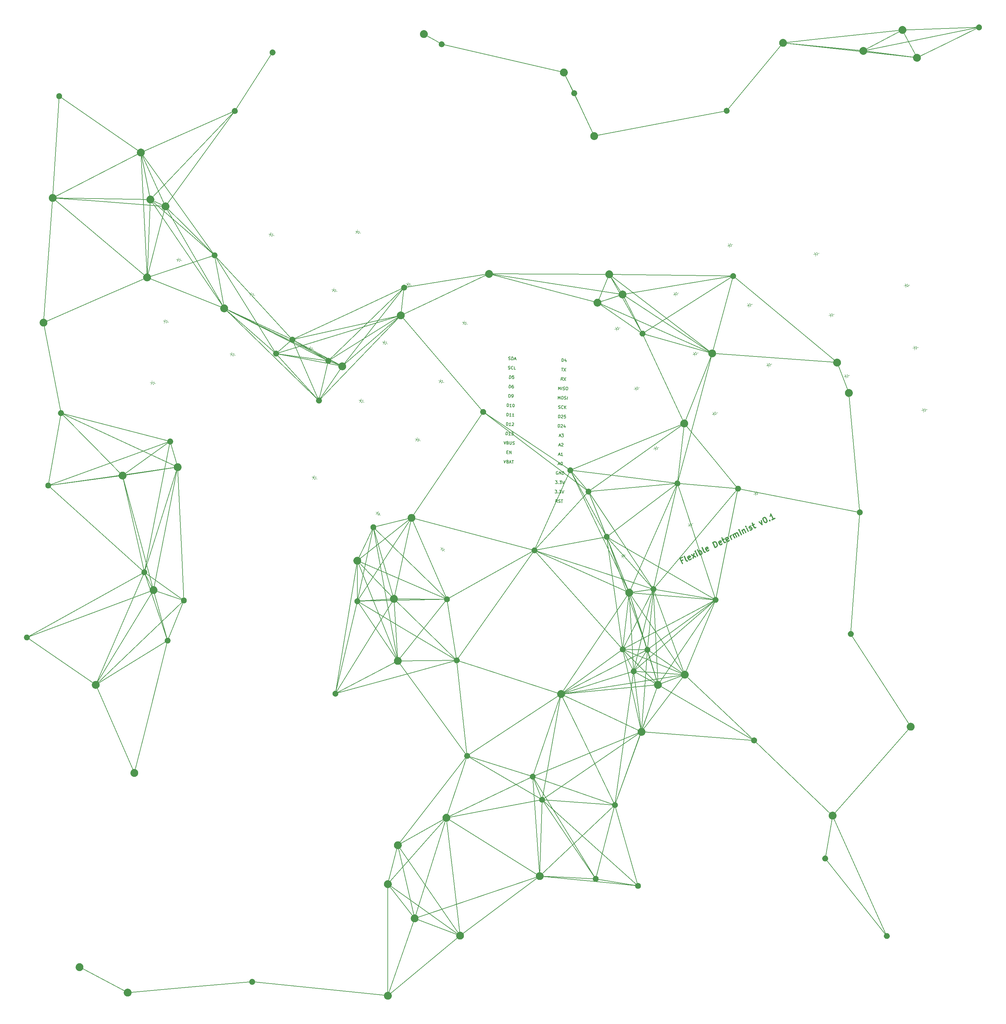
<source format=gbr>
%TF.GenerationSoftware,KiCad,Pcbnew,9.0.0*%
%TF.CreationDate,2025-06-15T19:28:49-07:00*%
%TF.ProjectId,flexible-determinist,666c6578-6962-46c6-952d-64657465726d,v1.0.0*%
%TF.SameCoordinates,Original*%
%TF.FileFunction,Legend,Top*%
%TF.FilePolarity,Positive*%
%FSLAX46Y46*%
G04 Gerber Fmt 4.6, Leading zero omitted, Abs format (unit mm)*
G04 Created by KiCad (PCBNEW 9.0.0) date 2025-06-15 19:28:49*
%MOMM*%
%LPD*%
G01*
G04 APERTURE LIST*
%ADD10C,0.132291*%
%ADD11C,0.000000*%
%ADD12C,0.300000*%
%ADD13C,0.150000*%
%ADD14C,0.100000*%
G04 APERTURE END LIST*
D10*
X63047081Y-199646680D02*
X59237084Y-185994184D01*
D11*
G36*
X142159038Y-278335130D02*
G01*
X142212784Y-278339217D01*
X142265749Y-278345947D01*
X142317866Y-278355254D01*
X142369069Y-278367072D01*
X142419290Y-278381333D01*
X142468465Y-278397972D01*
X142516525Y-278416922D01*
X142563405Y-278438116D01*
X142609039Y-278461488D01*
X142653358Y-278486971D01*
X142696298Y-278514499D01*
X142737792Y-278544006D01*
X142777773Y-278575425D01*
X142816174Y-278608689D01*
X142852929Y-278643731D01*
X142887972Y-278680487D01*
X142921237Y-278718888D01*
X142952655Y-278758868D01*
X142982162Y-278800362D01*
X143009691Y-278843302D01*
X143035174Y-278887622D01*
X143058546Y-278933255D01*
X143079741Y-278980135D01*
X143098691Y-279028196D01*
X143115330Y-279077370D01*
X143129591Y-279127593D01*
X143141409Y-279178796D01*
X143150716Y-279230913D01*
X143157447Y-279283878D01*
X143161534Y-279337625D01*
X143162911Y-279392087D01*
X143161534Y-279446550D01*
X143157447Y-279500298D01*
X143150716Y-279553265D01*
X143141409Y-279605383D01*
X143129591Y-279656587D01*
X143115330Y-279706810D01*
X143098691Y-279755985D01*
X143079741Y-279804046D01*
X143058546Y-279850926D01*
X143035174Y-279896560D01*
X143009691Y-279940879D01*
X142982162Y-279983819D01*
X142952655Y-280025313D01*
X142921237Y-280065293D01*
X142887972Y-280103694D01*
X142852929Y-280140449D01*
X142816174Y-280175491D01*
X142777773Y-280208755D01*
X142737792Y-280240173D01*
X142696298Y-280269679D01*
X142653358Y-280297207D01*
X142609039Y-280322690D01*
X142563405Y-280346061D01*
X142516525Y-280367255D01*
X142468465Y-280386204D01*
X142419290Y-280402842D01*
X142369069Y-280417103D01*
X142317866Y-280428921D01*
X142265749Y-280438228D01*
X142212784Y-280444958D01*
X142159038Y-280449045D01*
X142104576Y-280450422D01*
X142050115Y-280449045D01*
X141996368Y-280444958D01*
X141943402Y-280438228D01*
X141891285Y-280428921D01*
X141840082Y-280417103D01*
X141789860Y-280402842D01*
X141740685Y-280386204D01*
X141692624Y-280367255D01*
X141645744Y-280346061D01*
X141600111Y-280322690D01*
X141555791Y-280297207D01*
X141512851Y-280269679D01*
X141471358Y-280240173D01*
X141431377Y-280208755D01*
X141392976Y-280175491D01*
X141356221Y-280140449D01*
X141321178Y-280103694D01*
X141287914Y-280065293D01*
X141256495Y-280025313D01*
X141226989Y-279983819D01*
X141199460Y-279940879D01*
X141173977Y-279896560D01*
X141150605Y-279850926D01*
X141129411Y-279804046D01*
X141110461Y-279755985D01*
X141093823Y-279706810D01*
X141079561Y-279656587D01*
X141067744Y-279605383D01*
X141058436Y-279553265D01*
X141051706Y-279500298D01*
X141047619Y-279446550D01*
X141046242Y-279392087D01*
X141047619Y-279337625D01*
X141051706Y-279283878D01*
X141058436Y-279230913D01*
X141067744Y-279178796D01*
X141079561Y-279127593D01*
X141093823Y-279077370D01*
X141110461Y-279028196D01*
X141129411Y-278980135D01*
X141150605Y-278933255D01*
X141173977Y-278887622D01*
X141199460Y-278843302D01*
X141226989Y-278800362D01*
X141256495Y-278758868D01*
X141287914Y-278718888D01*
X141321178Y-278680487D01*
X141356221Y-278643731D01*
X141392976Y-278608689D01*
X141431377Y-278575425D01*
X141471358Y-278544006D01*
X141512851Y-278514499D01*
X141555791Y-278486971D01*
X141600111Y-278461488D01*
X141645744Y-278438116D01*
X141692624Y-278416922D01*
X141740685Y-278397972D01*
X141789860Y-278381333D01*
X141840082Y-278367072D01*
X141891285Y-278355254D01*
X141943402Y-278345947D01*
X141996368Y-278339217D01*
X142050115Y-278335130D01*
X142104576Y-278333753D01*
X142159038Y-278335130D01*
G37*
D10*
X171896660Y-153609174D02*
X174329843Y-156460972D01*
X176817910Y-159377095D01*
X242805001Y-246954160D02*
X250544230Y-238148124D01*
X263918740Y-222930005D01*
X191158333Y-224305845D02*
X189364399Y-210447740D01*
X189041664Y-207954602D01*
X31984999Y-80002099D02*
X29497917Y-113710012D01*
X103951660Y-134770849D02*
X126070832Y-111752095D01*
X126070832Y-111752095D02*
X126547383Y-107771486D01*
X126970414Y-104237935D01*
X215923317Y-101115850D02*
X201550295Y-103507114D01*
X186025399Y-106090017D01*
X186078331Y-202027921D02*
X162212899Y-175252088D01*
X211160820Y-188640012D02*
X192745827Y-202133756D01*
D11*
G36*
X202907375Y-207797212D02*
G01*
X202961122Y-207801299D01*
X203014087Y-207808029D01*
X203066205Y-207817336D01*
X203117408Y-207829154D01*
X203167630Y-207843415D01*
X203216805Y-207860054D01*
X203264865Y-207879004D01*
X203311745Y-207900198D01*
X203357379Y-207923570D01*
X203401699Y-207949053D01*
X203444639Y-207976581D01*
X203486132Y-208006088D01*
X203526113Y-208037506D01*
X203564514Y-208070770D01*
X203601269Y-208105813D01*
X203636312Y-208142569D01*
X203669576Y-208180970D01*
X203700994Y-208220950D01*
X203730501Y-208262444D01*
X203758029Y-208305384D01*
X203783513Y-208349704D01*
X203806885Y-208395337D01*
X203828079Y-208442217D01*
X203847028Y-208490278D01*
X203863667Y-208539452D01*
X203877928Y-208589674D01*
X203889746Y-208640877D01*
X203899053Y-208692995D01*
X203905784Y-208745960D01*
X203909870Y-208799707D01*
X203911248Y-208854169D01*
X203909870Y-208908631D01*
X203905784Y-208962378D01*
X203899053Y-209015343D01*
X203889746Y-209067461D01*
X203877928Y-209118664D01*
X203863667Y-209168886D01*
X203847028Y-209218060D01*
X203828079Y-209266121D01*
X203806885Y-209313001D01*
X203783513Y-209358635D01*
X203758029Y-209402955D01*
X203730501Y-209445894D01*
X203700994Y-209487388D01*
X203669576Y-209527369D01*
X203636312Y-209565770D01*
X203601269Y-209602525D01*
X203564514Y-209637568D01*
X203526113Y-209670832D01*
X203486132Y-209702250D01*
X203444639Y-209731757D01*
X203401699Y-209759285D01*
X203357379Y-209784768D01*
X203311745Y-209808140D01*
X203264865Y-209829334D01*
X203216805Y-209848284D01*
X203167630Y-209864923D01*
X203117408Y-209879184D01*
X203066205Y-209891002D01*
X203014087Y-209900309D01*
X202961122Y-209907039D01*
X202907375Y-209911126D01*
X202852913Y-209912503D01*
X202798451Y-209911126D01*
X202744704Y-209907039D01*
X202691739Y-209900309D01*
X202639622Y-209891002D01*
X202588419Y-209879184D01*
X202538196Y-209864923D01*
X202489022Y-209848284D01*
X202440961Y-209829334D01*
X202394081Y-209808140D01*
X202348448Y-209784768D01*
X202304128Y-209759285D01*
X202261188Y-209731757D01*
X202219694Y-209702250D01*
X202179714Y-209670832D01*
X202141313Y-209637568D01*
X202104557Y-209602525D01*
X202069515Y-209565770D01*
X202036251Y-209527369D01*
X202004832Y-209487388D01*
X201975325Y-209445894D01*
X201947797Y-209402955D01*
X201922314Y-209358635D01*
X201898942Y-209313001D01*
X201877748Y-209266121D01*
X201858798Y-209218060D01*
X201842159Y-209168886D01*
X201827898Y-209118664D01*
X201816080Y-209067461D01*
X201806773Y-209015343D01*
X201800043Y-208962378D01*
X201795956Y-208908631D01*
X201794579Y-208854169D01*
X201795956Y-208799707D01*
X201800043Y-208745960D01*
X201806773Y-208692995D01*
X201816080Y-208640877D01*
X201827898Y-208589674D01*
X201842159Y-208539452D01*
X201858798Y-208490278D01*
X201877748Y-208442217D01*
X201898942Y-208395337D01*
X201922314Y-208349704D01*
X201947797Y-208305384D01*
X201975325Y-208262444D01*
X202004832Y-208220950D01*
X202036251Y-208180970D01*
X202069515Y-208142569D01*
X202104557Y-208105813D01*
X202141313Y-208070770D01*
X202179714Y-208037506D01*
X202219694Y-208006088D01*
X202261188Y-207976581D01*
X202304128Y-207949053D01*
X202348448Y-207923570D01*
X202394081Y-207900198D01*
X202440961Y-207879004D01*
X202489022Y-207860054D01*
X202538196Y-207843415D01*
X202588419Y-207829154D01*
X202639622Y-207817336D01*
X202691739Y-207808029D01*
X202744704Y-207801299D01*
X202798451Y-207797212D01*
X202852913Y-207795835D01*
X202907375Y-207797212D01*
G37*
D10*
X129827912Y-274735410D02*
X122578331Y-265475003D01*
D11*
G36*
X210315715Y-120960969D02*
G01*
X210369462Y-120965056D01*
X210422427Y-120971787D01*
X210474545Y-120981094D01*
X210525747Y-120992912D01*
X210575969Y-121007173D01*
X210625143Y-121023812D01*
X210673203Y-121042762D01*
X210720083Y-121063956D01*
X210765716Y-121087329D01*
X210810035Y-121112812D01*
X210852974Y-121140341D01*
X210894467Y-121169848D01*
X210934447Y-121201266D01*
X210972847Y-121234530D01*
X211009602Y-121269573D01*
X211044644Y-121306329D01*
X211077907Y-121344730D01*
X211109325Y-121384711D01*
X211138831Y-121426204D01*
X211166359Y-121469144D01*
X211191841Y-121513464D01*
X211215213Y-121559098D01*
X211236406Y-121605978D01*
X211255355Y-121654038D01*
X211271994Y-121703213D01*
X211286255Y-121753434D01*
X211298072Y-121804637D01*
X211307379Y-121856754D01*
X211314109Y-121909719D01*
X211318196Y-121963465D01*
X211319573Y-122017926D01*
X211318196Y-122072388D01*
X211314109Y-122126135D01*
X211307379Y-122179101D01*
X211298072Y-122231218D01*
X211286255Y-122282421D01*
X211271994Y-122332643D01*
X211255355Y-122381818D01*
X211236406Y-122429878D01*
X211215213Y-122476759D01*
X211191841Y-122522392D01*
X211166359Y-122566712D01*
X211138831Y-122609652D01*
X211109325Y-122651145D01*
X211077907Y-122691126D01*
X211044644Y-122729527D01*
X211009602Y-122766282D01*
X210972847Y-122801325D01*
X210934447Y-122834589D01*
X210894467Y-122866008D01*
X210852974Y-122895514D01*
X210810035Y-122923042D01*
X210765716Y-122948526D01*
X210720083Y-122971898D01*
X210673203Y-122993092D01*
X210625143Y-123012041D01*
X210575969Y-123028680D01*
X210525747Y-123042942D01*
X210474545Y-123054759D01*
X210422427Y-123064066D01*
X210369462Y-123070797D01*
X210315715Y-123074884D01*
X210261254Y-123076261D01*
X210206790Y-123074884D01*
X210153042Y-123070797D01*
X210100076Y-123064066D01*
X210047958Y-123054759D01*
X209996754Y-123042942D01*
X209946531Y-123028680D01*
X209897356Y-123012041D01*
X209849295Y-122993092D01*
X209802415Y-122971898D01*
X209756781Y-122948526D01*
X209712461Y-122923042D01*
X209669522Y-122895514D01*
X209628028Y-122866008D01*
X209588048Y-122834589D01*
X209549647Y-122801325D01*
X209512892Y-122766282D01*
X209477850Y-122729527D01*
X209444586Y-122691126D01*
X209413168Y-122651145D01*
X209383662Y-122609652D01*
X209356134Y-122566712D01*
X209330651Y-122522392D01*
X209307280Y-122476759D01*
X209286086Y-122429878D01*
X209267137Y-122381818D01*
X209250499Y-122332643D01*
X209236237Y-122282421D01*
X209224420Y-122231218D01*
X209215113Y-122179101D01*
X209208383Y-122126135D01*
X209204296Y-122072388D01*
X209202919Y-122017926D01*
X209204296Y-121963465D01*
X209208383Y-121909719D01*
X209215113Y-121856754D01*
X209224420Y-121804637D01*
X209236237Y-121753434D01*
X209250499Y-121703213D01*
X209267137Y-121654038D01*
X209286086Y-121605978D01*
X209307280Y-121559098D01*
X209330651Y-121513464D01*
X209356134Y-121469144D01*
X209383662Y-121426204D01*
X209413168Y-121384711D01*
X209444586Y-121344730D01*
X209477850Y-121306329D01*
X209512892Y-121269573D01*
X209549647Y-121234530D01*
X209588048Y-121201266D01*
X209628028Y-121169848D01*
X209669522Y-121140341D01*
X209712461Y-121112812D01*
X209756781Y-121087329D01*
X209802415Y-121063956D01*
X209849295Y-121042762D01*
X209897356Y-121023812D01*
X209946531Y-121007173D01*
X209996754Y-120992912D01*
X210047958Y-120981094D01*
X210100076Y-120971787D01*
X210153042Y-120965056D01*
X210206790Y-120960969D01*
X210261254Y-120959592D01*
X210315715Y-120960969D01*
G37*
G36*
X132369449Y-34653895D02*
G01*
X132423196Y-34657982D01*
X132476162Y-34664713D01*
X132528279Y-34674020D01*
X132579482Y-34685837D01*
X132629704Y-34700099D01*
X132678879Y-34716738D01*
X132726940Y-34735687D01*
X132773820Y-34756881D01*
X132819453Y-34780253D01*
X132863773Y-34805737D01*
X132906713Y-34833265D01*
X132948206Y-34862772D01*
X132988187Y-34894190D01*
X133026588Y-34927454D01*
X133063343Y-34962497D01*
X133098386Y-34999252D01*
X133131650Y-35037653D01*
X133163069Y-35077634D01*
X133192575Y-35119127D01*
X133220104Y-35162067D01*
X133245587Y-35206387D01*
X133268959Y-35252020D01*
X133290153Y-35298900D01*
X133309103Y-35346961D01*
X133325741Y-35396136D01*
X133340003Y-35446357D01*
X133351820Y-35497560D01*
X133361127Y-35549678D01*
X133367858Y-35602643D01*
X133371945Y-35656390D01*
X133373322Y-35710851D01*
X133371945Y-35765313D01*
X133367858Y-35819060D01*
X133361127Y-35872025D01*
X133351820Y-35924142D01*
X133340003Y-35975345D01*
X133325741Y-36025567D01*
X133309103Y-36074742D01*
X133290153Y-36122802D01*
X133268959Y-36169683D01*
X133245587Y-36215316D01*
X133220104Y-36259636D01*
X133192575Y-36302576D01*
X133163069Y-36344069D01*
X133131650Y-36384050D01*
X133098386Y-36422451D01*
X133063343Y-36459206D01*
X133026588Y-36494249D01*
X132988187Y-36527513D01*
X132948206Y-36558931D01*
X132906713Y-36588438D01*
X132863773Y-36615966D01*
X132819453Y-36641450D01*
X132773820Y-36664822D01*
X132726940Y-36686016D01*
X132678879Y-36704965D01*
X132629704Y-36721604D01*
X132579482Y-36735866D01*
X132528279Y-36747683D01*
X132476162Y-36756990D01*
X132423196Y-36763721D01*
X132369449Y-36767808D01*
X132314987Y-36769185D01*
X132260526Y-36767808D01*
X132206780Y-36763721D01*
X132153815Y-36756990D01*
X132101698Y-36747683D01*
X132050496Y-36735866D01*
X132000274Y-36721604D01*
X131951100Y-36704965D01*
X131903040Y-36686016D01*
X131856160Y-36664822D01*
X131810527Y-36641450D01*
X131766208Y-36615966D01*
X131723268Y-36588438D01*
X131681775Y-36558931D01*
X131641794Y-36527513D01*
X131603393Y-36494249D01*
X131566638Y-36459206D01*
X131531596Y-36422451D01*
X131498332Y-36384050D01*
X131466913Y-36344069D01*
X131437407Y-36302576D01*
X131409879Y-36259636D01*
X131384396Y-36215316D01*
X131361024Y-36169683D01*
X131339830Y-36122802D01*
X131320880Y-36074742D01*
X131304241Y-36025567D01*
X131289980Y-35975345D01*
X131278162Y-35924142D01*
X131268855Y-35872025D01*
X131262125Y-35819060D01*
X131258038Y-35765313D01*
X131256661Y-35710851D01*
X131258038Y-35656390D01*
X131262125Y-35602643D01*
X131268855Y-35549678D01*
X131278162Y-35497560D01*
X131289980Y-35446357D01*
X131304241Y-35396136D01*
X131320880Y-35346961D01*
X131339830Y-35298900D01*
X131361024Y-35252020D01*
X131384396Y-35206387D01*
X131409879Y-35162067D01*
X131437407Y-35119127D01*
X131466913Y-35077634D01*
X131498332Y-35037653D01*
X131531596Y-34999252D01*
X131566638Y-34962497D01*
X131603393Y-34927454D01*
X131641794Y-34894190D01*
X131681775Y-34862772D01*
X131723268Y-34833265D01*
X131766208Y-34805737D01*
X131810527Y-34780253D01*
X131856160Y-34756881D01*
X131903040Y-34735687D01*
X131951100Y-34716738D01*
X132000274Y-34700099D01*
X132050496Y-34685837D01*
X132101698Y-34674020D01*
X132153815Y-34664713D01*
X132206780Y-34657982D01*
X132260526Y-34653895D01*
X132314987Y-34652518D01*
X132369449Y-34653895D01*
G37*
D10*
X191158333Y-224305845D02*
X183961663Y-244096677D01*
X125277085Y-205150007D02*
X138559159Y-188481260D01*
X221585411Y-226634168D02*
X202852913Y-208854169D01*
D11*
G36*
X184002508Y-243303948D02*
G01*
X184042818Y-243307013D01*
X184082541Y-243312061D01*
X184121629Y-243319041D01*
X184160031Y-243327904D01*
X184197697Y-243338601D01*
X184234578Y-243351080D01*
X184270623Y-243365292D01*
X184305783Y-243381188D01*
X184340007Y-243398717D01*
X184373247Y-243417830D01*
X184405452Y-243438476D01*
X184436572Y-243460607D01*
X184466557Y-243484171D01*
X184495358Y-243509119D01*
X184522925Y-243535402D01*
X184549207Y-243562968D01*
X184574155Y-243591770D01*
X184597719Y-243621756D01*
X184619849Y-243652876D01*
X184640495Y-243685081D01*
X184659608Y-243718322D01*
X184677137Y-243752547D01*
X184693032Y-243787708D01*
X184707245Y-243823754D01*
X184719724Y-243860636D01*
X184730420Y-243898303D01*
X184739283Y-243936706D01*
X184746264Y-243975794D01*
X184751311Y-244015519D01*
X184754377Y-244055830D01*
X184755410Y-244096677D01*
X184754377Y-244137523D01*
X184751311Y-244177832D01*
X184746264Y-244217556D01*
X184739283Y-244256643D01*
X184730420Y-244295045D01*
X184719724Y-244332711D01*
X184707245Y-244369592D01*
X184693032Y-244405637D01*
X184677137Y-244440797D01*
X184659608Y-244475022D01*
X184640495Y-244508262D01*
X184619849Y-244540467D01*
X184597719Y-244571587D01*
X184574155Y-244601572D01*
X184549207Y-244630373D01*
X184522925Y-244657939D01*
X184495358Y-244684221D01*
X184466557Y-244709169D01*
X184436572Y-244732733D01*
X184405452Y-244754863D01*
X184373247Y-244775510D01*
X184340007Y-244794622D01*
X184305783Y-244812151D01*
X184270623Y-244828047D01*
X184234578Y-244842259D01*
X184197697Y-244854738D01*
X184160031Y-244865434D01*
X184121629Y-244874298D01*
X184082541Y-244881278D01*
X184042818Y-244886326D01*
X184002508Y-244889391D01*
X183961663Y-244890424D01*
X183920816Y-244889391D01*
X183880505Y-244886326D01*
X183840780Y-244881278D01*
X183801692Y-244874298D01*
X183763289Y-244865434D01*
X183725623Y-244854738D01*
X183688742Y-244842259D01*
X183652696Y-244828047D01*
X183617536Y-244812151D01*
X183583311Y-244794622D01*
X183550071Y-244775510D01*
X183517866Y-244754863D01*
X183486747Y-244732733D01*
X183456761Y-244709169D01*
X183427961Y-244684221D01*
X183400395Y-244657939D01*
X183374113Y-244630373D01*
X183349165Y-244601572D01*
X183325602Y-244571587D01*
X183303472Y-244540467D01*
X183282827Y-244508262D01*
X183263714Y-244475022D01*
X183246186Y-244440797D01*
X183230291Y-244405637D01*
X183216079Y-244369592D01*
X183203600Y-244332711D01*
X183192904Y-244295045D01*
X183184041Y-244256643D01*
X183177061Y-244217556D01*
X183172014Y-244177832D01*
X183168948Y-244137523D01*
X183167916Y-244096677D01*
X183168948Y-244055830D01*
X183172014Y-244015519D01*
X183177061Y-243975794D01*
X183184041Y-243936706D01*
X183192904Y-243898303D01*
X183203600Y-243860636D01*
X183216079Y-243823754D01*
X183230291Y-243787708D01*
X183246186Y-243752547D01*
X183263714Y-243718322D01*
X183282827Y-243685081D01*
X183303472Y-243652876D01*
X183325602Y-243621756D01*
X183349165Y-243591770D01*
X183374113Y-243562968D01*
X183400395Y-243535402D01*
X183427961Y-243509119D01*
X183456761Y-243484171D01*
X183486747Y-243460607D01*
X183517866Y-243438476D01*
X183550071Y-243417830D01*
X183583311Y-243398717D01*
X183617536Y-243381188D01*
X183652696Y-243365292D01*
X183688742Y-243351080D01*
X183725623Y-243338601D01*
X183763289Y-243327904D01*
X183801692Y-243319041D01*
X183840780Y-243312061D01*
X183880505Y-243307013D01*
X183920816Y-243303948D01*
X183961663Y-243302915D01*
X184002508Y-243303948D01*
G37*
D10*
X138400406Y-247536252D02*
X140975800Y-246309875D01*
X161736656Y-236423749D01*
X114323326Y-178056684D02*
X119524955Y-190922534D01*
X125277085Y-205150007D01*
X96754998Y-118313764D02*
X92362908Y-122070852D01*
X129827912Y-274735410D02*
X125277085Y-254944593D01*
X58390412Y-80425431D02*
X81197499Y-56507100D01*
X191158333Y-224305845D02*
X193876686Y-216539108D01*
X195603325Y-211605848D01*
X200842064Y-157154599D02*
X189909176Y-155815466D01*
X171896660Y-153609174D01*
D11*
G36*
X32039461Y-78945146D02*
G01*
X32093208Y-78949233D01*
X32146173Y-78955963D01*
X32198290Y-78965270D01*
X32249493Y-78977088D01*
X32299715Y-78991349D01*
X32348890Y-79007988D01*
X32396950Y-79026938D01*
X32443831Y-79048132D01*
X32489464Y-79071504D01*
X32533784Y-79096987D01*
X32576724Y-79124515D01*
X32618217Y-79154022D01*
X32658198Y-79185440D01*
X32696599Y-79218704D01*
X32733354Y-79253747D01*
X32768397Y-79290502D01*
X32801661Y-79328903D01*
X32833079Y-79368883D01*
X32862586Y-79410377D01*
X32890114Y-79453317D01*
X32915597Y-79497636D01*
X32938969Y-79543269D01*
X32960163Y-79590149D01*
X32979113Y-79638210D01*
X32995752Y-79687384D01*
X33010013Y-79737606D01*
X33021831Y-79788809D01*
X33031138Y-79840926D01*
X33037868Y-79893891D01*
X33041955Y-79947638D01*
X33043332Y-80002099D01*
X33041955Y-80056561D01*
X33037868Y-80110308D01*
X33031138Y-80163273D01*
X33021831Y-80215391D01*
X33010013Y-80266594D01*
X32995752Y-80316816D01*
X32979113Y-80365991D01*
X32960163Y-80414051D01*
X32938969Y-80460932D01*
X32915597Y-80506565D01*
X32890114Y-80550885D01*
X32862586Y-80593825D01*
X32833079Y-80635318D01*
X32801661Y-80675299D01*
X32768397Y-80713700D01*
X32733354Y-80750455D01*
X32696599Y-80785498D01*
X32658198Y-80818762D01*
X32618217Y-80850180D01*
X32576724Y-80879687D01*
X32533784Y-80907215D01*
X32489464Y-80932699D01*
X32443831Y-80956071D01*
X32396950Y-80977265D01*
X32348890Y-80996214D01*
X32299715Y-81012853D01*
X32249493Y-81027115D01*
X32198290Y-81038932D01*
X32146173Y-81048239D01*
X32093208Y-81054970D01*
X32039461Y-81059057D01*
X31984999Y-81060434D01*
X31930537Y-81059057D01*
X31876790Y-81054970D01*
X31823825Y-81048239D01*
X31771708Y-81038932D01*
X31720505Y-81027115D01*
X31670283Y-81012853D01*
X31621108Y-80996214D01*
X31573048Y-80977265D01*
X31526167Y-80956071D01*
X31480534Y-80932699D01*
X31436214Y-80907215D01*
X31393274Y-80879687D01*
X31351781Y-80850180D01*
X31311800Y-80818762D01*
X31273399Y-80785498D01*
X31236644Y-80750455D01*
X31201601Y-80713700D01*
X31168337Y-80675299D01*
X31136919Y-80635318D01*
X31107412Y-80593825D01*
X31079884Y-80550885D01*
X31054401Y-80506565D01*
X31031029Y-80460932D01*
X31009835Y-80414051D01*
X30990885Y-80365991D01*
X30974246Y-80316816D01*
X30959985Y-80266594D01*
X30948167Y-80215391D01*
X30938860Y-80163273D01*
X30932130Y-80110308D01*
X30928043Y-80056561D01*
X30926666Y-80002099D01*
X30928043Y-79947638D01*
X30932130Y-79893891D01*
X30938860Y-79840926D01*
X30948167Y-79788809D01*
X30959985Y-79737606D01*
X30974246Y-79687384D01*
X30990885Y-79638210D01*
X31009835Y-79590149D01*
X31031029Y-79543269D01*
X31054401Y-79497636D01*
X31079884Y-79453317D01*
X31107412Y-79410377D01*
X31136919Y-79368883D01*
X31168337Y-79328903D01*
X31201601Y-79290502D01*
X31236644Y-79253747D01*
X31273399Y-79218704D01*
X31311800Y-79185440D01*
X31351781Y-79154022D01*
X31393274Y-79124515D01*
X31436214Y-79096987D01*
X31480534Y-79071504D01*
X31526167Y-79048132D01*
X31573048Y-79026938D01*
X31621108Y-79007988D01*
X31670283Y-78991349D01*
X31720505Y-78977088D01*
X31771708Y-78965270D01*
X31823825Y-78955963D01*
X31876790Y-78949233D01*
X31930537Y-78945146D01*
X31984999Y-78943769D01*
X32039461Y-78945146D01*
G37*
G36*
X247767082Y-197054787D02*
G01*
X247807393Y-197057852D01*
X247847117Y-197062900D01*
X247886206Y-197069880D01*
X247924608Y-197078744D01*
X247962275Y-197089440D01*
X247999156Y-197101919D01*
X248035201Y-197116132D01*
X248070362Y-197132027D01*
X248104586Y-197149556D01*
X248137826Y-197168669D01*
X248170031Y-197189316D01*
X248201151Y-197211446D01*
X248231136Y-197235010D01*
X248259937Y-197259958D01*
X248287503Y-197286241D01*
X248313784Y-197313808D01*
X248338732Y-197342609D01*
X248362295Y-197372595D01*
X248384425Y-197403715D01*
X248405071Y-197435921D01*
X248424183Y-197469161D01*
X248441711Y-197503387D01*
X248457607Y-197538547D01*
X248471819Y-197574593D01*
X248484297Y-197611475D01*
X248494993Y-197649142D01*
X248503856Y-197687545D01*
X248510836Y-197726634D01*
X248515884Y-197766358D01*
X248518949Y-197806669D01*
X248519982Y-197847516D01*
X248518949Y-197888362D01*
X248515884Y-197928672D01*
X248510836Y-197968395D01*
X248503856Y-198007483D01*
X248494993Y-198045884D01*
X248484297Y-198083551D01*
X248471819Y-198120431D01*
X248457607Y-198156476D01*
X248441711Y-198191636D01*
X248424183Y-198225861D01*
X248405071Y-198259101D01*
X248384425Y-198291306D01*
X248362295Y-198322426D01*
X248338732Y-198352411D01*
X248313784Y-198381212D01*
X248287503Y-198408778D01*
X248259937Y-198435061D01*
X248231136Y-198460009D01*
X248201151Y-198483572D01*
X248170031Y-198505703D01*
X248137826Y-198526349D01*
X248104586Y-198545461D01*
X248070362Y-198562990D01*
X248035201Y-198578886D01*
X247999156Y-198593098D01*
X247962275Y-198605578D01*
X247924608Y-198616274D01*
X247886206Y-198625137D01*
X247847117Y-198632117D01*
X247807393Y-198637165D01*
X247767082Y-198640230D01*
X247726235Y-198641263D01*
X247685389Y-198640230D01*
X247645079Y-198637165D01*
X247605356Y-198632117D01*
X247566268Y-198625137D01*
X247527867Y-198616274D01*
X247490200Y-198605578D01*
X247453320Y-198593098D01*
X247417275Y-198578886D01*
X247382115Y-198562990D01*
X247347890Y-198545461D01*
X247314650Y-198526349D01*
X247282445Y-198505703D01*
X247251325Y-198483572D01*
X247221340Y-198460009D01*
X247192539Y-198435061D01*
X247164973Y-198408778D01*
X247138690Y-198381212D01*
X247113742Y-198352411D01*
X247090179Y-198322426D01*
X247068049Y-198291306D01*
X247047402Y-198259101D01*
X247028290Y-198225861D01*
X247010761Y-198191636D01*
X246994865Y-198156476D01*
X246980653Y-198120431D01*
X246968173Y-198083551D01*
X246957477Y-198045884D01*
X246948614Y-198007483D01*
X246941634Y-197968395D01*
X246936586Y-197928672D01*
X246933521Y-197888362D01*
X246932488Y-197847516D01*
X246933521Y-197806669D01*
X246936586Y-197766358D01*
X246941634Y-197726634D01*
X246948614Y-197687545D01*
X246957477Y-197649142D01*
X246968173Y-197611475D01*
X246980653Y-197574593D01*
X246994865Y-197538547D01*
X247010761Y-197503387D01*
X247028290Y-197469161D01*
X247047402Y-197435921D01*
X247068049Y-197403715D01*
X247090179Y-197372595D01*
X247113742Y-197342609D01*
X247138690Y-197313808D01*
X247164973Y-197286241D01*
X247192539Y-197259958D01*
X247221340Y-197235010D01*
X247251325Y-197211446D01*
X247282445Y-197189316D01*
X247314650Y-197168669D01*
X247347890Y-197149556D01*
X247382115Y-197132027D01*
X247417275Y-197116132D01*
X247453320Y-197101919D01*
X247490200Y-197089440D01*
X247527867Y-197078744D01*
X247566268Y-197069880D01*
X247605356Y-197062900D01*
X247645079Y-197057852D01*
X247685389Y-197054787D01*
X247726235Y-197053754D01*
X247767082Y-197054787D01*
G37*
D10*
X39234583Y-287911680D02*
X51837307Y-294571655D01*
X52252081Y-294790845D01*
D11*
G36*
X242859462Y-245897218D02*
G01*
X242913209Y-245901305D01*
X242966175Y-245908035D01*
X243018292Y-245917342D01*
X243069495Y-245929159D01*
X243119717Y-245943420D01*
X243168892Y-245960058D01*
X243216953Y-245979007D01*
X243263833Y-246000201D01*
X243309466Y-246023572D01*
X243353786Y-246049055D01*
X243396726Y-246076583D01*
X243438219Y-246106089D01*
X243478200Y-246137506D01*
X243516601Y-246170770D01*
X243553356Y-246205812D01*
X243588399Y-246242566D01*
X243621663Y-246280967D01*
X243653082Y-246320947D01*
X243682588Y-246362439D01*
X243710117Y-246405379D01*
X243735600Y-246449698D01*
X243758972Y-246495331D01*
X243780166Y-246542210D01*
X243799116Y-246590271D01*
X243815754Y-246639445D01*
X243830016Y-246689666D01*
X243841833Y-246740869D01*
X243851141Y-246792986D01*
X243857871Y-246845951D01*
X243861958Y-246899698D01*
X243863335Y-246954160D01*
X243861958Y-247008623D01*
X243857871Y-247062371D01*
X243851141Y-247115338D01*
X243841833Y-247167456D01*
X243830016Y-247218660D01*
X243815754Y-247268882D01*
X243799116Y-247318057D01*
X243780166Y-247366118D01*
X243758972Y-247412999D01*
X243735600Y-247458632D01*
X243710117Y-247502952D01*
X243682588Y-247545892D01*
X243653082Y-247587385D01*
X243621663Y-247627366D01*
X243588399Y-247665767D01*
X243553356Y-247702522D01*
X243516601Y-247737564D01*
X243478200Y-247770828D01*
X243438219Y-247802246D01*
X243396726Y-247831752D01*
X243353786Y-247859280D01*
X243309466Y-247884762D01*
X243263833Y-247908134D01*
X243216953Y-247929327D01*
X243168892Y-247948277D01*
X243119717Y-247964915D01*
X243069495Y-247979176D01*
X243018292Y-247990993D01*
X242966175Y-248000300D01*
X242913209Y-248007030D01*
X242859462Y-248011117D01*
X242805001Y-248012494D01*
X242750537Y-248011117D01*
X242696789Y-248007030D01*
X242643823Y-248000300D01*
X242591705Y-247990993D01*
X242540501Y-247979176D01*
X242490278Y-247964915D01*
X242441103Y-247948277D01*
X242393042Y-247929327D01*
X242346162Y-247908134D01*
X242300528Y-247884762D01*
X242256208Y-247859280D01*
X242213269Y-247831752D01*
X242171775Y-247802246D01*
X242131795Y-247770828D01*
X242093394Y-247737564D01*
X242056639Y-247702522D01*
X242021597Y-247665767D01*
X241988333Y-247627366D01*
X241956915Y-247587385D01*
X241927409Y-247545892D01*
X241899881Y-247502952D01*
X241874398Y-247458632D01*
X241851027Y-247412999D01*
X241829833Y-247366118D01*
X241810884Y-247318057D01*
X241794245Y-247268882D01*
X241779984Y-247218660D01*
X241768167Y-247167456D01*
X241758860Y-247115338D01*
X241752130Y-247062371D01*
X241748043Y-247008623D01*
X241746666Y-246954160D01*
X241748043Y-246899698D01*
X241752130Y-246845951D01*
X241758860Y-246792986D01*
X241768167Y-246740869D01*
X241779984Y-246689666D01*
X241794245Y-246639445D01*
X241810884Y-246590271D01*
X241829833Y-246542210D01*
X241851027Y-246495331D01*
X241874398Y-246449698D01*
X241899881Y-246405379D01*
X241927409Y-246362439D01*
X241956915Y-246320947D01*
X241988333Y-246280967D01*
X242021597Y-246242566D01*
X242056639Y-246205812D01*
X242093394Y-246170770D01*
X242131795Y-246137506D01*
X242171775Y-246106089D01*
X242213269Y-246076583D01*
X242256208Y-246049055D01*
X242300528Y-246023572D01*
X242346162Y-246000201D01*
X242393042Y-245979007D01*
X242441103Y-245960058D01*
X242490278Y-245943420D01*
X242540501Y-245929159D01*
X242591705Y-245917342D01*
X242643823Y-245908035D01*
X242696789Y-245901305D01*
X242750537Y-245897218D01*
X242805001Y-245895841D01*
X242859462Y-245897218D01*
G37*
D10*
X251112908Y-40261685D02*
X252539304Y-39972061D01*
X282386650Y-33911685D01*
D11*
G36*
X200882911Y-156361878D02*
G01*
X200923222Y-156364943D01*
X200962947Y-156369991D01*
X201002036Y-156376971D01*
X201040439Y-156385834D01*
X201078106Y-156396531D01*
X201114987Y-156409010D01*
X201151033Y-156423222D01*
X201186194Y-156439118D01*
X201220419Y-156456647D01*
X201253660Y-156475760D01*
X201285865Y-156496406D01*
X201316986Y-156518536D01*
X201346972Y-156542100D01*
X201375773Y-156567048D01*
X201403340Y-156593331D01*
X201429622Y-156620897D01*
X201454570Y-156649698D01*
X201478135Y-156679684D01*
X201500265Y-156710804D01*
X201520911Y-156743009D01*
X201540024Y-156776249D01*
X201557553Y-156810475D01*
X201573449Y-156845635D01*
X201587661Y-156881680D01*
X201600141Y-156918562D01*
X201610837Y-156956228D01*
X201619700Y-156994631D01*
X201626681Y-157033719D01*
X201631728Y-157073443D01*
X201634794Y-157113753D01*
X201635826Y-157154599D01*
X201634794Y-157195446D01*
X201631728Y-157235756D01*
X201626681Y-157275480D01*
X201619700Y-157314568D01*
X201610837Y-157352970D01*
X201600141Y-157390637D01*
X201587661Y-157427517D01*
X201573449Y-157463563D01*
X201557553Y-157498723D01*
X201540024Y-157532948D01*
X201520911Y-157566187D01*
X201500265Y-157598392D01*
X201478135Y-157629512D01*
X201454570Y-157659497D01*
X201429622Y-157688298D01*
X201403340Y-157715864D01*
X201375773Y-157742146D01*
X201346972Y-157767094D01*
X201316986Y-157790658D01*
X201285865Y-157812788D01*
X201253660Y-157833434D01*
X201220419Y-157852546D01*
X201186194Y-157870075D01*
X201151033Y-157885970D01*
X201114987Y-157900182D01*
X201078106Y-157912661D01*
X201040439Y-157923357D01*
X201002036Y-157932220D01*
X200962947Y-157939201D01*
X200923222Y-157944248D01*
X200882911Y-157947314D01*
X200842064Y-157948346D01*
X200801218Y-157947314D01*
X200760909Y-157944248D01*
X200721185Y-157939201D01*
X200682098Y-157932220D01*
X200643696Y-157923357D01*
X200606030Y-157912661D01*
X200569149Y-157900182D01*
X200533104Y-157885970D01*
X200497944Y-157870075D01*
X200463719Y-157852546D01*
X200430480Y-157833434D01*
X200398275Y-157812788D01*
X200367155Y-157790658D01*
X200337169Y-157767094D01*
X200308369Y-157742146D01*
X200280802Y-157715864D01*
X200254520Y-157688298D01*
X200229572Y-157659497D01*
X200206008Y-157629512D01*
X200183878Y-157598392D01*
X200163232Y-157566187D01*
X200144119Y-157532948D01*
X200126590Y-157498723D01*
X200110694Y-157463563D01*
X200096482Y-157427517D01*
X200084003Y-157390637D01*
X200073307Y-157352970D01*
X200064444Y-157314568D01*
X200057463Y-157275480D01*
X200052415Y-157235756D01*
X200049350Y-157195446D01*
X200048317Y-157154599D01*
X200049350Y-157113753D01*
X200052415Y-157073443D01*
X200057463Y-157033719D01*
X200064444Y-156994631D01*
X200073307Y-156956228D01*
X200084003Y-156918562D01*
X200096482Y-156881680D01*
X200110694Y-156845635D01*
X200126590Y-156810475D01*
X200144119Y-156776249D01*
X200163232Y-156743009D01*
X200183878Y-156710804D01*
X200206008Y-156679684D01*
X200229572Y-156649698D01*
X200254520Y-156620897D01*
X200280802Y-156593331D01*
X200308369Y-156567048D01*
X200337169Y-156542100D01*
X200367155Y-156518536D01*
X200398275Y-156496406D01*
X200430480Y-156475760D01*
X200463719Y-156456647D01*
X200497944Y-156439118D01*
X200533104Y-156423222D01*
X200569149Y-156409010D01*
X200606030Y-156396531D01*
X200643696Y-156385834D01*
X200682098Y-156376971D01*
X200721185Y-156369991D01*
X200760909Y-156364943D01*
X200801218Y-156361878D01*
X200842064Y-156360845D01*
X200882911Y-156361878D01*
G37*
G36*
X149990703Y-99476808D02*
G01*
X150044450Y-99480895D01*
X150097416Y-99487625D01*
X150149533Y-99496932D01*
X150200736Y-99508750D01*
X150250958Y-99523011D01*
X150300133Y-99539650D01*
X150348193Y-99558600D01*
X150395074Y-99579794D01*
X150440707Y-99603166D01*
X150485027Y-99628649D01*
X150527967Y-99656177D01*
X150569460Y-99685684D01*
X150609441Y-99717102D01*
X150647842Y-99750366D01*
X150684597Y-99785409D01*
X150719640Y-99822164D01*
X150752904Y-99860566D01*
X150784323Y-99900546D01*
X150813829Y-99942040D01*
X150841357Y-99984980D01*
X150866841Y-100029300D01*
X150890213Y-100074933D01*
X150911407Y-100121813D01*
X150930356Y-100169874D01*
X150946995Y-100219048D01*
X150961257Y-100269270D01*
X150973074Y-100320473D01*
X150982381Y-100372591D01*
X150989112Y-100425556D01*
X150993199Y-100479303D01*
X150994576Y-100533765D01*
X150993199Y-100588227D01*
X150989112Y-100641974D01*
X150982381Y-100694939D01*
X150973074Y-100747057D01*
X150961257Y-100798260D01*
X150946995Y-100848482D01*
X150930356Y-100897656D01*
X150911407Y-100945717D01*
X150890213Y-100992597D01*
X150866841Y-101038231D01*
X150841357Y-101082550D01*
X150813829Y-101125490D01*
X150784323Y-101166984D01*
X150752904Y-101206965D01*
X150719640Y-101245366D01*
X150684597Y-101282121D01*
X150647842Y-101317164D01*
X150609441Y-101350428D01*
X150569460Y-101381846D01*
X150527967Y-101411353D01*
X150485027Y-101438881D01*
X150440707Y-101464364D01*
X150395074Y-101487736D01*
X150348193Y-101508930D01*
X150300133Y-101527880D01*
X150250958Y-101544519D01*
X150200736Y-101558780D01*
X150149533Y-101570598D01*
X150097416Y-101579905D01*
X150044450Y-101586635D01*
X149990703Y-101590722D01*
X149936241Y-101592099D01*
X149881780Y-101590722D01*
X149828033Y-101586635D01*
X149775067Y-101579905D01*
X149722950Y-101570598D01*
X149671747Y-101558780D01*
X149621525Y-101544519D01*
X149572350Y-101527880D01*
X149524289Y-101508930D01*
X149477409Y-101487736D01*
X149431776Y-101464364D01*
X149387456Y-101438881D01*
X149344516Y-101411353D01*
X149303023Y-101381846D01*
X149263042Y-101350428D01*
X149224641Y-101317164D01*
X149187886Y-101282121D01*
X149152843Y-101245366D01*
X149119579Y-101206965D01*
X149088160Y-101166984D01*
X149058654Y-101125490D01*
X149031125Y-101082550D01*
X149005642Y-101038231D01*
X148982270Y-100992597D01*
X148961076Y-100945717D01*
X148942126Y-100897656D01*
X148925488Y-100848482D01*
X148911226Y-100798260D01*
X148899409Y-100747057D01*
X148890101Y-100694939D01*
X148883371Y-100641974D01*
X148879284Y-100588227D01*
X148877907Y-100533765D01*
X148879284Y-100479303D01*
X148883371Y-100425556D01*
X148890101Y-100372591D01*
X148899409Y-100320473D01*
X148911226Y-100269270D01*
X148925488Y-100219048D01*
X148942126Y-100169874D01*
X148961076Y-100121813D01*
X148982270Y-100074933D01*
X149005642Y-100029300D01*
X149031125Y-99984980D01*
X149058654Y-99942040D01*
X149088160Y-99900546D01*
X149119579Y-99860566D01*
X149152843Y-99822164D01*
X149187886Y-99785409D01*
X149224641Y-99750366D01*
X149263042Y-99717102D01*
X149303023Y-99685684D01*
X149344516Y-99656177D01*
X149387456Y-99628649D01*
X149431776Y-99603166D01*
X149477409Y-99579794D01*
X149524289Y-99558600D01*
X149572350Y-99539650D01*
X149621525Y-99523011D01*
X149671747Y-99508750D01*
X149722950Y-99496932D01*
X149775067Y-99487625D01*
X149828033Y-99480895D01*
X149881780Y-99476808D01*
X149936241Y-99475431D01*
X149990703Y-99476808D01*
G37*
D10*
X195603325Y-211605848D02*
X194386254Y-185729596D01*
X138559159Y-188481260D02*
X139845459Y-196507765D01*
X141204995Y-204991254D01*
X229417076Y-38092102D02*
X265612068Y-42113768D01*
X169409569Y-214092939D02*
X147029187Y-206870733D01*
X141204995Y-204991254D01*
X182427071Y-100639600D02*
X185868013Y-106772568D01*
X191422905Y-116673352D01*
D11*
G36*
X190246664Y-265158547D02*
G01*
X190286974Y-265161612D01*
X190326697Y-265166660D01*
X190365785Y-265173640D01*
X190404187Y-265182503D01*
X190441853Y-265193200D01*
X190478733Y-265205679D01*
X190514779Y-265219891D01*
X190549939Y-265235787D01*
X190584163Y-265253316D01*
X190617403Y-265272428D01*
X190649608Y-265293075D01*
X190680728Y-265315205D01*
X190710713Y-265338769D01*
X190739514Y-265363717D01*
X190767081Y-265389999D01*
X190793363Y-265417565D01*
X190818311Y-265446366D01*
X190841875Y-265476351D01*
X190864005Y-265507471D01*
X190884651Y-265539676D01*
X190903764Y-265572916D01*
X190921293Y-265607141D01*
X190937188Y-265642301D01*
X190951401Y-265678346D01*
X190963880Y-265715226D01*
X190974576Y-265752893D01*
X190983439Y-265791294D01*
X190990420Y-265830382D01*
X190995467Y-265870106D01*
X190998533Y-265910415D01*
X190999565Y-265951261D01*
X190998533Y-265992108D01*
X190995467Y-266032419D01*
X190990420Y-266072143D01*
X190983439Y-266111232D01*
X190974576Y-266149634D01*
X190963880Y-266187301D01*
X190951401Y-266224182D01*
X190937188Y-266260227D01*
X190921293Y-266295388D01*
X190903764Y-266329612D01*
X190884651Y-266362852D01*
X190864005Y-266395057D01*
X190841875Y-266426177D01*
X190818311Y-266456162D01*
X190793363Y-266484963D01*
X190767081Y-266512529D01*
X190739514Y-266538810D01*
X190710713Y-266563758D01*
X190680728Y-266587321D01*
X190649608Y-266609451D01*
X190617403Y-266630097D01*
X190584163Y-266649209D01*
X190549939Y-266666738D01*
X190514779Y-266682633D01*
X190478733Y-266696845D01*
X190441853Y-266709323D01*
X190404187Y-266720019D01*
X190365785Y-266728882D01*
X190326697Y-266735862D01*
X190286974Y-266740910D01*
X190246664Y-266743975D01*
X190205818Y-266745008D01*
X190164971Y-266743975D01*
X190124661Y-266740910D01*
X190084936Y-266735862D01*
X190045848Y-266728882D01*
X190007445Y-266720019D01*
X189969778Y-266709323D01*
X189932897Y-266696845D01*
X189896852Y-266682633D01*
X189861692Y-266666738D01*
X189827467Y-266649209D01*
X189794227Y-266630097D01*
X189762022Y-266609451D01*
X189730902Y-266587321D01*
X189700917Y-266563758D01*
X189672117Y-266538810D01*
X189644551Y-266512529D01*
X189618269Y-266484963D01*
X189593321Y-266456162D01*
X189569758Y-266426177D01*
X189547628Y-266395057D01*
X189526982Y-266362852D01*
X189507870Y-266329612D01*
X189490342Y-266295388D01*
X189474447Y-266260227D01*
X189460235Y-266224182D01*
X189447756Y-266187301D01*
X189437060Y-266149634D01*
X189428197Y-266111232D01*
X189421217Y-266072143D01*
X189416169Y-266032419D01*
X189413104Y-265992108D01*
X189412072Y-265951261D01*
X189413104Y-265910415D01*
X189416169Y-265870106D01*
X189421217Y-265830382D01*
X189428197Y-265791294D01*
X189437060Y-265752893D01*
X189447756Y-265715226D01*
X189460235Y-265678346D01*
X189474447Y-265642301D01*
X189490342Y-265607141D01*
X189507870Y-265572916D01*
X189526982Y-265539676D01*
X189547628Y-265507471D01*
X189569758Y-265476351D01*
X189593321Y-265446366D01*
X189618269Y-265417565D01*
X189644551Y-265389999D01*
X189672117Y-265363717D01*
X189700917Y-265338769D01*
X189730902Y-265315205D01*
X189762022Y-265293075D01*
X189794227Y-265272428D01*
X189827467Y-265253316D01*
X189861692Y-265235787D01*
X189896852Y-265219891D01*
X189932897Y-265205679D01*
X189969778Y-265193200D01*
X190007445Y-265182503D01*
X190045848Y-265173640D01*
X190084936Y-265166660D01*
X190124661Y-265161612D01*
X190164971Y-265158547D01*
X190205818Y-265157514D01*
X190246664Y-265158547D01*
G37*
D10*
X261696236Y-34599602D02*
X265612068Y-42113768D01*
X31984999Y-80002099D02*
X37559433Y-84697576D01*
X57490830Y-101486264D01*
X114323326Y-189010419D02*
X114323326Y-178056684D01*
D11*
G36*
X59291545Y-184937226D02*
G01*
X59345292Y-184941313D01*
X59398257Y-184948043D01*
X59450374Y-184957350D01*
X59501577Y-184969168D01*
X59551799Y-184983429D01*
X59600974Y-185000067D01*
X59649034Y-185019016D01*
X59695914Y-185040210D01*
X59741548Y-185063581D01*
X59785867Y-185089064D01*
X59828807Y-185116592D01*
X59870301Y-185146098D01*
X59910282Y-185177516D01*
X59948683Y-185210780D01*
X59985438Y-185245822D01*
X60020481Y-185282577D01*
X60053745Y-185320978D01*
X60085164Y-185360958D01*
X60114671Y-185402452D01*
X60142199Y-185445392D01*
X60167682Y-185489711D01*
X60191054Y-185535345D01*
X60212249Y-185582225D01*
X60231198Y-185630286D01*
X60247837Y-185679461D01*
X60262099Y-185729684D01*
X60273916Y-185780888D01*
X60283224Y-185833006D01*
X60289954Y-185885973D01*
X60294041Y-185939721D01*
X60295418Y-185994184D01*
X60294041Y-186048646D01*
X60289954Y-186102393D01*
X60283224Y-186155358D01*
X60273916Y-186207475D01*
X60262099Y-186258678D01*
X60247837Y-186308901D01*
X60231198Y-186358075D01*
X60212249Y-186406136D01*
X60191054Y-186453016D01*
X60167682Y-186498649D01*
X60142199Y-186542969D01*
X60114671Y-186585909D01*
X60085164Y-186627403D01*
X60053745Y-186667383D01*
X60020481Y-186705784D01*
X59985438Y-186742540D01*
X59948683Y-186777582D01*
X59910282Y-186810846D01*
X59870301Y-186842265D01*
X59828807Y-186871772D01*
X59785867Y-186899300D01*
X59741548Y-186924783D01*
X59695914Y-186948155D01*
X59649034Y-186969349D01*
X59600974Y-186988299D01*
X59551799Y-187004938D01*
X59501577Y-187019199D01*
X59450374Y-187031017D01*
X59398257Y-187040324D01*
X59345292Y-187047054D01*
X59291545Y-187051141D01*
X59237084Y-187052518D01*
X59182622Y-187051141D01*
X59128875Y-187047054D01*
X59075910Y-187040324D01*
X59023792Y-187031017D01*
X58972589Y-187019199D01*
X58922367Y-187004938D01*
X58873192Y-186988299D01*
X58825132Y-186969349D01*
X58778251Y-186948155D01*
X58732618Y-186924783D01*
X58688298Y-186899300D01*
X58645358Y-186871772D01*
X58603865Y-186842265D01*
X58563884Y-186810846D01*
X58525483Y-186777582D01*
X58488728Y-186742540D01*
X58453685Y-186705784D01*
X58420421Y-186667383D01*
X58389003Y-186627403D01*
X58359496Y-186585909D01*
X58331968Y-186542969D01*
X58306484Y-186498649D01*
X58283112Y-186453016D01*
X58261918Y-186406136D01*
X58242969Y-186358075D01*
X58226330Y-186308901D01*
X58212068Y-186258678D01*
X58200251Y-186207475D01*
X58190944Y-186155358D01*
X58184213Y-186102393D01*
X58180126Y-186048646D01*
X58178749Y-185994184D01*
X58180126Y-185939721D01*
X58184213Y-185885973D01*
X58190944Y-185833006D01*
X58200251Y-185780888D01*
X58212068Y-185729684D01*
X58226330Y-185679461D01*
X58242969Y-185630286D01*
X58261918Y-185582225D01*
X58283112Y-185535345D01*
X58306484Y-185489711D01*
X58331968Y-185445392D01*
X58359496Y-185402452D01*
X58389003Y-185360958D01*
X58420421Y-185320978D01*
X58453685Y-185282577D01*
X58488728Y-185245822D01*
X58525483Y-185210780D01*
X58563884Y-185177516D01*
X58603865Y-185146098D01*
X58645358Y-185116592D01*
X58688298Y-185089064D01*
X58732618Y-185063581D01*
X58778251Y-185040210D01*
X58825132Y-185019016D01*
X58873192Y-185000067D01*
X58922367Y-184983429D01*
X58972589Y-184969168D01*
X59023792Y-184957350D01*
X59075910Y-184948043D01*
X59128875Y-184941313D01*
X59182622Y-184937226D01*
X59237084Y-184935849D01*
X59291545Y-184937226D01*
G37*
D10*
X251112908Y-40261685D02*
X265612068Y-42113768D01*
X251112908Y-40261685D02*
X261696236Y-34599602D01*
D11*
G36*
X282427497Y-33118968D02*
G01*
X282467808Y-33122033D01*
X282507533Y-33127081D01*
X282546622Y-33134061D01*
X282585025Y-33142924D01*
X282622692Y-33153620D01*
X282659573Y-33166100D01*
X282695619Y-33180312D01*
X282730780Y-33196207D01*
X282765006Y-33213736D01*
X282798246Y-33232849D01*
X282830451Y-33253495D01*
X282861572Y-33275625D01*
X282891558Y-33299189D01*
X282920359Y-33324137D01*
X282947926Y-33350419D01*
X282974208Y-33377985D01*
X282999157Y-33406786D01*
X283022721Y-33436772D01*
X283044851Y-33467892D01*
X283065498Y-33500097D01*
X283084610Y-33533337D01*
X283102139Y-33567562D01*
X283118035Y-33602722D01*
X283132248Y-33638767D01*
X283144727Y-33675648D01*
X283155423Y-33713315D01*
X283164286Y-33751717D01*
X283171267Y-33790805D01*
X283176315Y-33830529D01*
X283179380Y-33870839D01*
X283180413Y-33911685D01*
X283179380Y-33952531D01*
X283176315Y-33992841D01*
X283171267Y-34032565D01*
X283164286Y-34071653D01*
X283155423Y-34110055D01*
X283144727Y-34147722D01*
X283132248Y-34184603D01*
X283118035Y-34220648D01*
X283102139Y-34255808D01*
X283084610Y-34290033D01*
X283065498Y-34323273D01*
X283044851Y-34355478D01*
X283022721Y-34386598D01*
X282999157Y-34416584D01*
X282974208Y-34445385D01*
X282947926Y-34472951D01*
X282920359Y-34499233D01*
X282891558Y-34524181D01*
X282861572Y-34547745D01*
X282830451Y-34569875D01*
X282798246Y-34590521D01*
X282765006Y-34609634D01*
X282730780Y-34627163D01*
X282695619Y-34643058D01*
X282659573Y-34657270D01*
X282622692Y-34669749D01*
X282585025Y-34680446D01*
X282546622Y-34689309D01*
X282507533Y-34696289D01*
X282467808Y-34701337D01*
X282427497Y-34704402D01*
X282386650Y-34705435D01*
X282345803Y-34704402D01*
X282305492Y-34701337D01*
X282265768Y-34696289D01*
X282226679Y-34689309D01*
X282188276Y-34680446D01*
X282150609Y-34669749D01*
X282113727Y-34657270D01*
X282077681Y-34643058D01*
X282042521Y-34627163D01*
X282008295Y-34609634D01*
X281975055Y-34590521D01*
X281942849Y-34569875D01*
X281911729Y-34547745D01*
X281881743Y-34524181D01*
X281852942Y-34499233D01*
X281825375Y-34472951D01*
X281799092Y-34445385D01*
X281774144Y-34416584D01*
X281750580Y-34386598D01*
X281728450Y-34355478D01*
X281707803Y-34323273D01*
X281688691Y-34290033D01*
X281671161Y-34255808D01*
X281655266Y-34220648D01*
X281641053Y-34184603D01*
X281628574Y-34147722D01*
X281617878Y-34110055D01*
X281609015Y-34071653D01*
X281602034Y-34032565D01*
X281596986Y-33992841D01*
X281593921Y-33952531D01*
X281592888Y-33911685D01*
X281593921Y-33870839D01*
X281596986Y-33830529D01*
X281602034Y-33790805D01*
X281609015Y-33751717D01*
X281617878Y-33713315D01*
X281628574Y-33675648D01*
X281641053Y-33638767D01*
X281655266Y-33602722D01*
X281671161Y-33567562D01*
X281688691Y-33533337D01*
X281707803Y-33500097D01*
X281728450Y-33467892D01*
X281750580Y-33436772D01*
X281774144Y-33406786D01*
X281799092Y-33377985D01*
X281825375Y-33350419D01*
X281852942Y-33324137D01*
X281881743Y-33299189D01*
X281911729Y-33275625D01*
X281942849Y-33253495D01*
X281975055Y-33232849D01*
X282008295Y-33213736D01*
X282042521Y-33196207D01*
X282077681Y-33180312D01*
X282113727Y-33166100D01*
X282150609Y-33153620D01*
X282188276Y-33142924D01*
X282226679Y-33134061D01*
X282265768Y-33127081D01*
X282305492Y-33122033D01*
X282345803Y-33118968D01*
X282386650Y-33117935D01*
X282427497Y-33118968D01*
G37*
D10*
X91410416Y-40685018D02*
X81197499Y-56507100D01*
X62465000Y-82277517D02*
X60264318Y-90775887D01*
X57490830Y-101486264D01*
X162212899Y-175252088D02*
X176328567Y-179848966D01*
X194386254Y-185729596D01*
X124218750Y-188375425D02*
X108396660Y-213987088D01*
X106491669Y-124028760D02*
X126970414Y-104237935D01*
D11*
G36*
X194427099Y-184936882D02*
G01*
X194467409Y-184939948D01*
X194507132Y-184944995D01*
X194546220Y-184951976D01*
X194584622Y-184960839D01*
X194622288Y-184971535D01*
X194659169Y-184984014D01*
X194695214Y-184998227D01*
X194730374Y-185014122D01*
X194764599Y-185031651D01*
X194797838Y-185050764D01*
X194830043Y-185071410D01*
X194861163Y-185093540D01*
X194891149Y-185117104D01*
X194919949Y-185142052D01*
X194947516Y-185168334D01*
X194973798Y-185195901D01*
X194998746Y-185224702D01*
X195022310Y-185254687D01*
X195044440Y-185285807D01*
X195065086Y-185318012D01*
X195084199Y-185351251D01*
X195101728Y-185385476D01*
X195117623Y-185420636D01*
X195131836Y-185456681D01*
X195144315Y-185493562D01*
X195155011Y-185531228D01*
X195163874Y-185569630D01*
X195170855Y-185608718D01*
X195175903Y-185648441D01*
X195178968Y-185688751D01*
X195180001Y-185729596D01*
X195178968Y-185770443D01*
X195175903Y-185810754D01*
X195170855Y-185850479D01*
X195163874Y-185889567D01*
X195155011Y-185927970D01*
X195144315Y-185965636D01*
X195131836Y-186002517D01*
X195117623Y-186038563D01*
X195101728Y-186073723D01*
X195084199Y-186107948D01*
X195065086Y-186141188D01*
X195044440Y-186173393D01*
X195022310Y-186204512D01*
X194998746Y-186234498D01*
X194973798Y-186263298D01*
X194947516Y-186290864D01*
X194919949Y-186317146D01*
X194891149Y-186342094D01*
X194861163Y-186365657D01*
X194830043Y-186387787D01*
X194797838Y-186408432D01*
X194764599Y-186427545D01*
X194730374Y-186445073D01*
X194695214Y-186460968D01*
X194659169Y-186475180D01*
X194622288Y-186487659D01*
X194584622Y-186498355D01*
X194546220Y-186507218D01*
X194507132Y-186514198D01*
X194467409Y-186519245D01*
X194427099Y-186522311D01*
X194386254Y-186523343D01*
X194345407Y-186522311D01*
X194305096Y-186519245D01*
X194265371Y-186514198D01*
X194226282Y-186507218D01*
X194187879Y-186498355D01*
X194150212Y-186487659D01*
X194113331Y-186475180D01*
X194077285Y-186460968D01*
X194042124Y-186445073D01*
X194007898Y-186427545D01*
X193974658Y-186408432D01*
X193942453Y-186387787D01*
X193911332Y-186365657D01*
X193881346Y-186342094D01*
X193852545Y-186317146D01*
X193824978Y-186290864D01*
X193798696Y-186263298D01*
X193773747Y-186234498D01*
X193750183Y-186204512D01*
X193728053Y-186173393D01*
X193707407Y-186141188D01*
X193688294Y-186107948D01*
X193670765Y-186073723D01*
X193654869Y-186038563D01*
X193640656Y-186002517D01*
X193628177Y-185965636D01*
X193617481Y-185927970D01*
X193608618Y-185889567D01*
X193601637Y-185850479D01*
X193596590Y-185810754D01*
X193593524Y-185770443D01*
X193592491Y-185729596D01*
X193593524Y-185688751D01*
X193596590Y-185648441D01*
X193601637Y-185608718D01*
X193608618Y-185569630D01*
X193617481Y-185531228D01*
X193628177Y-185493562D01*
X193640656Y-185456681D01*
X193654869Y-185420636D01*
X193670765Y-185385476D01*
X193688294Y-185351251D01*
X193707407Y-185318012D01*
X193728053Y-185285807D01*
X193750183Y-185254687D01*
X193773747Y-185224702D01*
X193798696Y-185195901D01*
X193824978Y-185168334D01*
X193852545Y-185142052D01*
X193881346Y-185117104D01*
X193911332Y-185093540D01*
X193942453Y-185071410D01*
X193974658Y-185050764D01*
X194007898Y-185031651D01*
X194042124Y-185014122D01*
X194077285Y-184998227D01*
X194113331Y-184984014D01*
X194150212Y-184971535D01*
X194187879Y-184960839D01*
X194226282Y-184951976D01*
X194265371Y-184944995D01*
X194305096Y-184939948D01*
X194345407Y-184936882D01*
X194386254Y-184935849D01*
X194427099Y-184936882D01*
G37*
D10*
X138559159Y-188481260D02*
X148406405Y-182973849D01*
X162212899Y-175252088D01*
D11*
G36*
X67480014Y-188006035D02*
G01*
X67520324Y-188009100D01*
X67560048Y-188014148D01*
X67599136Y-188021129D01*
X67637538Y-188029992D01*
X67675205Y-188040688D01*
X67712085Y-188053167D01*
X67748131Y-188067380D01*
X67783291Y-188083275D01*
X67817516Y-188100805D01*
X67850755Y-188119917D01*
X67882960Y-188140564D01*
X67914080Y-188162694D01*
X67944065Y-188186258D01*
X67972866Y-188211207D01*
X68000432Y-188237489D01*
X68026714Y-188265056D01*
X68051662Y-188293857D01*
X68075226Y-188323843D01*
X68097356Y-188354963D01*
X68118002Y-188387169D01*
X68137114Y-188420409D01*
X68154643Y-188454635D01*
X68170538Y-188489795D01*
X68184750Y-188525842D01*
X68197229Y-188562723D01*
X68207925Y-188600390D01*
X68216788Y-188638793D01*
X68223769Y-188677882D01*
X68228816Y-188717607D01*
X68231881Y-188757917D01*
X68232914Y-188798764D01*
X68231881Y-188839610D01*
X68228816Y-188879920D01*
X68223769Y-188919643D01*
X68216788Y-188958731D01*
X68207925Y-188997133D01*
X68197229Y-189034799D01*
X68184750Y-189071679D01*
X68170538Y-189107725D01*
X68154643Y-189142885D01*
X68137114Y-189177109D01*
X68118002Y-189210349D01*
X68097356Y-189242554D01*
X68075226Y-189273674D01*
X68051662Y-189303659D01*
X68026714Y-189332460D01*
X68000432Y-189360027D01*
X67972866Y-189386309D01*
X67944065Y-189411257D01*
X67914080Y-189434821D01*
X67882960Y-189456951D01*
X67850755Y-189477597D01*
X67817516Y-189496710D01*
X67783291Y-189514239D01*
X67748131Y-189530134D01*
X67712085Y-189544347D01*
X67675205Y-189556826D01*
X67637538Y-189567522D01*
X67599136Y-189576385D01*
X67560048Y-189583366D01*
X67520324Y-189588413D01*
X67480014Y-189591479D01*
X67439167Y-189592511D01*
X67398321Y-189591479D01*
X67358011Y-189588413D01*
X67318287Y-189583366D01*
X67279199Y-189576385D01*
X67240796Y-189567522D01*
X67203130Y-189556826D01*
X67166249Y-189544347D01*
X67130203Y-189530134D01*
X67095043Y-189514239D01*
X67060818Y-189496710D01*
X67027578Y-189477597D01*
X66995373Y-189456951D01*
X66964253Y-189434821D01*
X66934268Y-189411257D01*
X66905467Y-189386309D01*
X66877900Y-189360027D01*
X66851618Y-189332460D01*
X66826670Y-189303659D01*
X66803106Y-189273674D01*
X66780976Y-189242554D01*
X66760330Y-189210349D01*
X66741218Y-189177109D01*
X66723689Y-189142885D01*
X66707793Y-189107725D01*
X66693581Y-189071679D01*
X66681102Y-189034799D01*
X66670406Y-188997133D01*
X66661543Y-188958731D01*
X66654562Y-188919643D01*
X66649515Y-188879920D01*
X66646449Y-188839610D01*
X66645417Y-188798764D01*
X66646449Y-188757917D01*
X66649515Y-188717607D01*
X66654562Y-188677882D01*
X66661543Y-188638793D01*
X66670406Y-188600390D01*
X66681102Y-188562723D01*
X66693581Y-188525842D01*
X66707793Y-188489795D01*
X66723689Y-188454635D01*
X66741218Y-188420409D01*
X66760330Y-188387169D01*
X66780976Y-188354963D01*
X66803106Y-188323843D01*
X66826670Y-188293857D01*
X66851618Y-188265056D01*
X66877900Y-188237489D01*
X66905467Y-188211207D01*
X66934268Y-188186258D01*
X66964253Y-188162694D01*
X66995373Y-188140564D01*
X67027578Y-188119917D01*
X67060818Y-188100805D01*
X67095043Y-188083275D01*
X67130203Y-188067380D01*
X67166249Y-188053167D01*
X67203130Y-188040688D01*
X67240796Y-188029992D01*
X67279199Y-188021129D01*
X67318287Y-188014148D01*
X67358011Y-188009100D01*
X67398321Y-188006035D01*
X67439167Y-188005002D01*
X67480014Y-188006035D01*
G37*
G36*
X138600005Y-187688530D02*
G01*
X138640315Y-187691595D01*
X138680039Y-187696643D01*
X138719127Y-187703624D01*
X138757529Y-187712487D01*
X138795196Y-187723183D01*
X138832077Y-187735662D01*
X138868122Y-187749875D01*
X138903282Y-187765771D01*
X138937507Y-187783300D01*
X138970747Y-187802412D01*
X139002951Y-187823059D01*
X139034071Y-187845189D01*
X139064057Y-187868753D01*
X139092857Y-187893702D01*
X139120424Y-187919984D01*
X139146706Y-187947551D01*
X139171653Y-187976352D01*
X139195217Y-188006338D01*
X139217347Y-188037459D01*
X139237993Y-188069664D01*
X139257105Y-188102904D01*
X139274634Y-188137130D01*
X139290529Y-188172291D01*
X139304742Y-188208337D01*
X139317221Y-188245218D01*
X139327917Y-188282885D01*
X139336780Y-188321288D01*
X139343760Y-188360377D01*
X139348808Y-188400102D01*
X139351873Y-188440412D01*
X139352906Y-188481260D01*
X139351873Y-188522105D01*
X139348808Y-188562415D01*
X139343760Y-188602138D01*
X139336780Y-188641226D01*
X139327917Y-188679628D01*
X139317221Y-188717294D01*
X139304742Y-188754175D01*
X139290529Y-188790220D01*
X139274634Y-188825380D01*
X139257105Y-188859604D01*
X139237993Y-188892844D01*
X139217347Y-188925049D01*
X139195217Y-188956169D01*
X139171653Y-188986154D01*
X139146706Y-189014955D01*
X139120424Y-189042522D01*
X139092857Y-189068804D01*
X139064057Y-189093752D01*
X139034071Y-189117316D01*
X139002951Y-189139446D01*
X138970747Y-189160092D01*
X138937507Y-189179205D01*
X138903282Y-189196734D01*
X138868122Y-189212629D01*
X138832077Y-189226842D01*
X138795196Y-189239321D01*
X138757529Y-189250017D01*
X138719127Y-189258880D01*
X138680039Y-189265861D01*
X138640315Y-189270908D01*
X138600005Y-189273974D01*
X138559159Y-189275007D01*
X138518312Y-189273974D01*
X138478002Y-189270908D01*
X138438278Y-189265861D01*
X138399190Y-189258880D01*
X138360788Y-189250017D01*
X138323121Y-189239321D01*
X138286241Y-189226842D01*
X138250195Y-189212629D01*
X138215035Y-189196734D01*
X138180810Y-189179205D01*
X138147571Y-189160092D01*
X138115366Y-189139446D01*
X138084246Y-189117316D01*
X138054261Y-189093752D01*
X138025460Y-189068804D01*
X137997894Y-189042522D01*
X137971612Y-189014955D01*
X137946664Y-188986154D01*
X137923100Y-188956169D01*
X137900970Y-188925049D01*
X137880324Y-188892844D01*
X137861212Y-188859604D01*
X137843683Y-188825380D01*
X137827788Y-188790220D01*
X137813576Y-188754175D01*
X137801097Y-188717294D01*
X137790401Y-188679628D01*
X137781538Y-188641226D01*
X137774557Y-188602138D01*
X137769510Y-188562415D01*
X137766444Y-188522105D01*
X137765412Y-188481260D01*
X137766444Y-188440412D01*
X137769510Y-188400102D01*
X137774557Y-188360377D01*
X137781538Y-188321288D01*
X137790401Y-188282885D01*
X137801097Y-188245218D01*
X137813576Y-188208337D01*
X137827788Y-188172291D01*
X137843683Y-188137130D01*
X137861212Y-188102904D01*
X137880324Y-188069664D01*
X137900970Y-188037459D01*
X137923100Y-188006338D01*
X137946664Y-187976352D01*
X137971612Y-187947551D01*
X137997894Y-187919984D01*
X138025460Y-187893702D01*
X138054261Y-187868753D01*
X138084246Y-187845189D01*
X138115366Y-187823059D01*
X138147571Y-187802412D01*
X138180810Y-187783300D01*
X138215035Y-187765771D01*
X138250195Y-187749875D01*
X138286241Y-187735662D01*
X138323121Y-187723183D01*
X138360788Y-187712487D01*
X138399190Y-187703624D01*
X138438278Y-187696643D01*
X138478002Y-187691595D01*
X138518312Y-187688530D01*
X138559159Y-187687497D01*
X138600005Y-187688530D01*
G37*
D10*
X31984999Y-80002099D02*
X42929071Y-80819104D01*
X62465000Y-82277517D01*
D11*
G36*
X39289045Y-286854722D02*
G01*
X39342791Y-286858809D01*
X39395756Y-286865540D01*
X39447874Y-286874847D01*
X39499076Y-286886664D01*
X39549298Y-286900926D01*
X39598473Y-286917564D01*
X39646533Y-286936514D01*
X39693413Y-286957708D01*
X39739047Y-286981080D01*
X39783366Y-287006563D01*
X39826306Y-287034092D01*
X39867800Y-287063598D01*
X39907780Y-287095017D01*
X39946181Y-287128281D01*
X39982937Y-287163324D01*
X40017980Y-287200079D01*
X40051243Y-287238480D01*
X40082662Y-287278461D01*
X40112169Y-287319954D01*
X40139697Y-287362894D01*
X40165180Y-287407214D01*
X40188552Y-287452847D01*
X40209746Y-287499727D01*
X40228696Y-287547788D01*
X40245335Y-287596963D01*
X40259596Y-287647185D01*
X40271414Y-287698388D01*
X40280721Y-287750505D01*
X40287452Y-287803471D01*
X40291539Y-287857218D01*
X40292916Y-287911680D01*
X40291539Y-287966141D01*
X40287452Y-288019888D01*
X40280721Y-288072854D01*
X40271414Y-288124971D01*
X40259596Y-288176174D01*
X40245335Y-288226396D01*
X40228696Y-288275571D01*
X40209746Y-288323632D01*
X40188552Y-288370512D01*
X40165180Y-288416145D01*
X40139697Y-288460465D01*
X40112169Y-288503405D01*
X40082662Y-288544898D01*
X40051243Y-288584879D01*
X40017980Y-288623280D01*
X39982937Y-288660035D01*
X39946181Y-288695078D01*
X39907780Y-288728342D01*
X39867800Y-288759761D01*
X39826306Y-288789267D01*
X39783366Y-288816796D01*
X39739047Y-288842279D01*
X39693413Y-288865651D01*
X39646533Y-288886845D01*
X39598473Y-288905795D01*
X39549298Y-288922433D01*
X39499076Y-288936695D01*
X39447874Y-288948512D01*
X39395756Y-288957819D01*
X39342791Y-288964550D01*
X39289045Y-288968637D01*
X39234583Y-288970014D01*
X39180122Y-288968637D01*
X39126375Y-288964550D01*
X39073409Y-288957819D01*
X39021292Y-288948512D01*
X38970089Y-288936695D01*
X38919867Y-288922433D01*
X38870693Y-288905795D01*
X38822632Y-288886845D01*
X38775752Y-288865651D01*
X38730119Y-288842279D01*
X38685799Y-288816796D01*
X38642859Y-288789267D01*
X38601365Y-288759761D01*
X38561385Y-288728342D01*
X38522983Y-288695078D01*
X38486228Y-288660035D01*
X38451185Y-288623280D01*
X38417921Y-288584879D01*
X38386503Y-288544898D01*
X38356996Y-288503405D01*
X38329468Y-288460465D01*
X38303984Y-288416145D01*
X38280612Y-288370512D01*
X38259418Y-288323632D01*
X38240468Y-288275571D01*
X38223830Y-288226396D01*
X38209568Y-288176174D01*
X38197750Y-288124971D01*
X38188443Y-288072854D01*
X38181713Y-288019888D01*
X38177626Y-287966141D01*
X38176249Y-287911680D01*
X38177626Y-287857218D01*
X38181713Y-287803471D01*
X38188443Y-287750505D01*
X38197750Y-287698388D01*
X38209568Y-287647185D01*
X38223830Y-287596963D01*
X38240468Y-287547788D01*
X38259418Y-287499727D01*
X38280612Y-287452847D01*
X38303984Y-287407214D01*
X38329468Y-287362894D01*
X38356996Y-287319954D01*
X38386503Y-287278461D01*
X38417921Y-287238480D01*
X38451185Y-287200079D01*
X38486228Y-287163324D01*
X38522983Y-287128281D01*
X38561385Y-287095017D01*
X38601365Y-287063598D01*
X38642859Y-287034092D01*
X38685799Y-287006563D01*
X38730119Y-286981080D01*
X38775752Y-286957708D01*
X38822632Y-286936514D01*
X38870693Y-286917564D01*
X38919867Y-286900926D01*
X38970089Y-286886664D01*
X39021292Y-286874847D01*
X39073409Y-286865540D01*
X39126375Y-286858809D01*
X39180122Y-286854722D01*
X39234583Y-286853345D01*
X39289045Y-286854722D01*
G37*
D10*
X96754998Y-118313764D02*
X112156638Y-111138921D01*
X126970414Y-104237935D01*
D11*
G36*
X33772095Y-51692717D02*
G01*
X33812406Y-51695782D01*
X33852130Y-51700830D01*
X33891218Y-51707810D01*
X33929620Y-51716673D01*
X33967286Y-51727369D01*
X34004167Y-51739848D01*
X34040213Y-51754061D01*
X34075373Y-51769956D01*
X34109598Y-51787485D01*
X34142838Y-51806598D01*
X34175043Y-51827244D01*
X34206163Y-51849374D01*
X34236148Y-51872938D01*
X34264949Y-51897886D01*
X34292516Y-51924168D01*
X34318798Y-51951734D01*
X34343746Y-51980535D01*
X34367310Y-52010520D01*
X34389440Y-52041640D01*
X34410086Y-52073845D01*
X34429198Y-52107085D01*
X34446727Y-52141310D01*
X34462623Y-52176470D01*
X34476835Y-52212515D01*
X34489314Y-52249396D01*
X34500011Y-52287063D01*
X34508874Y-52325465D01*
X34515854Y-52364553D01*
X34520902Y-52404277D01*
X34523967Y-52444587D01*
X34525000Y-52485433D01*
X34523967Y-52526279D01*
X34520902Y-52566589D01*
X34515854Y-52606313D01*
X34508874Y-52645401D01*
X34500011Y-52683803D01*
X34489314Y-52721470D01*
X34476835Y-52758351D01*
X34462623Y-52794396D01*
X34446727Y-52829556D01*
X34429198Y-52863781D01*
X34410086Y-52897021D01*
X34389440Y-52929226D01*
X34367310Y-52960346D01*
X34343746Y-52990332D01*
X34318798Y-53019133D01*
X34292516Y-53046699D01*
X34264949Y-53072981D01*
X34236148Y-53097929D01*
X34206163Y-53121493D01*
X34175043Y-53143623D01*
X34142838Y-53164269D01*
X34109598Y-53183382D01*
X34075373Y-53200911D01*
X34040213Y-53216807D01*
X34004167Y-53231019D01*
X33967286Y-53243498D01*
X33929620Y-53254194D01*
X33891218Y-53263057D01*
X33852130Y-53270038D01*
X33812406Y-53275086D01*
X33772095Y-53278151D01*
X33731249Y-53279184D01*
X33690403Y-53278151D01*
X33650093Y-53275086D01*
X33610369Y-53270038D01*
X33571281Y-53263057D01*
X33532879Y-53254194D01*
X33495212Y-53243498D01*
X33458332Y-53231019D01*
X33422286Y-53216807D01*
X33387126Y-53200911D01*
X33352901Y-53183382D01*
X33319661Y-53164269D01*
X33287456Y-53143623D01*
X33256336Y-53121493D01*
X33226351Y-53097929D01*
X33197550Y-53072981D01*
X33169983Y-53046699D01*
X33143701Y-53019133D01*
X33118753Y-52990332D01*
X33095189Y-52960346D01*
X33073059Y-52929226D01*
X33052413Y-52897021D01*
X33033301Y-52863781D01*
X33015772Y-52829556D01*
X32999876Y-52794396D01*
X32985664Y-52758351D01*
X32973185Y-52721470D01*
X32962489Y-52683803D01*
X32953626Y-52645401D01*
X32946645Y-52606313D01*
X32941597Y-52566589D01*
X32938532Y-52526279D01*
X32937499Y-52485433D01*
X32938532Y-52444587D01*
X32941597Y-52404277D01*
X32946645Y-52364553D01*
X32953626Y-52325465D01*
X32962489Y-52287063D01*
X32973185Y-52249396D01*
X32985664Y-52212515D01*
X32999876Y-52176470D01*
X33015772Y-52141310D01*
X33033301Y-52107085D01*
X33052413Y-52073845D01*
X33073059Y-52041640D01*
X33095189Y-52010520D01*
X33118753Y-51980535D01*
X33143701Y-51951734D01*
X33169983Y-51924168D01*
X33197550Y-51897886D01*
X33226351Y-51872938D01*
X33256336Y-51849374D01*
X33287456Y-51827244D01*
X33319661Y-51806598D01*
X33352901Y-51787485D01*
X33387126Y-51769956D01*
X33422286Y-51754061D01*
X33458332Y-51739848D01*
X33495212Y-51727369D01*
X33532879Y-51716673D01*
X33571281Y-51707810D01*
X33610369Y-51700830D01*
X33650093Y-51695782D01*
X33690403Y-51692717D01*
X33731249Y-51691684D01*
X33772095Y-51692717D01*
G37*
D10*
X106491669Y-124028760D02*
X99720888Y-123090492D01*
X92362908Y-122070852D01*
X179252083Y-108312513D02*
X186650096Y-113394636D01*
X191422905Y-116673352D01*
X181739159Y-171600843D02*
X187849391Y-178426914D01*
X194386254Y-185729596D01*
X211160820Y-188640012D02*
X189041664Y-207954602D01*
X55797501Y-67725431D02*
X81197499Y-56507100D01*
X257462899Y-279497922D02*
X243093276Y-261433260D01*
X240794152Y-258542936D01*
X178352486Y-63280433D02*
X172954995Y-51691684D01*
X58390412Y-80425431D02*
X57490830Y-101486264D01*
X186078331Y-202027921D02*
X188302739Y-197664114D01*
X194386254Y-185729596D01*
X229417076Y-38092102D02*
X238343435Y-37126299D01*
X261696236Y-34599602D01*
X103951660Y-134770849D02*
X92362908Y-122070852D01*
X96754998Y-118313764D02*
X105763332Y-123601259D01*
X106491669Y-124028760D01*
X176817910Y-159377095D02*
X184441909Y-170813090D01*
X194386254Y-185729596D01*
X114323326Y-189010419D02*
X119187084Y-196176825D01*
X125277085Y-205150007D01*
X114323326Y-178056684D02*
X117834762Y-181718338D01*
X124218750Y-188375425D01*
X124218750Y-188375425D02*
X127644631Y-172616353D01*
X128981247Y-166467923D01*
X179252083Y-108312513D02*
X181981932Y-107416780D01*
X186025399Y-106090017D01*
D11*
G36*
X229471538Y-37035146D02*
G01*
X229525285Y-37039232D01*
X229578250Y-37045963D01*
X229630367Y-37055270D01*
X229681570Y-37067088D01*
X229731792Y-37081349D01*
X229780966Y-37097988D01*
X229829026Y-37116938D01*
X229875906Y-37138132D01*
X229921538Y-37161504D01*
X229965858Y-37186987D01*
X230008797Y-37214515D01*
X230050290Y-37244022D01*
X230090270Y-37275440D01*
X230128670Y-37308704D01*
X230165425Y-37343747D01*
X230200467Y-37380502D01*
X230233730Y-37418904D01*
X230265148Y-37458884D01*
X230294654Y-37500378D01*
X230322181Y-37543318D01*
X230347664Y-37587637D01*
X230371035Y-37633271D01*
X230392229Y-37680151D01*
X230411178Y-37728211D01*
X230427816Y-37777386D01*
X230442077Y-37827608D01*
X230453895Y-37878811D01*
X230463202Y-37930928D01*
X230469932Y-37983893D01*
X230474018Y-38037640D01*
X230475396Y-38092102D01*
X230474018Y-38146563D01*
X230469932Y-38200310D01*
X230463202Y-38253276D01*
X230453895Y-38305393D01*
X230442077Y-38356596D01*
X230427816Y-38406818D01*
X230411178Y-38455992D01*
X230392229Y-38504053D01*
X230371035Y-38550933D01*
X230347664Y-38596566D01*
X230322181Y-38640886D01*
X230294654Y-38683826D01*
X230265148Y-38725319D01*
X230233730Y-38765300D01*
X230200467Y-38803701D01*
X230165425Y-38840456D01*
X230128670Y-38875499D01*
X230090270Y-38908763D01*
X230050290Y-38940182D01*
X230008797Y-38969688D01*
X229965858Y-38997216D01*
X229921538Y-39022700D01*
X229875906Y-39046072D01*
X229829026Y-39067266D01*
X229780966Y-39086215D01*
X229731792Y-39102854D01*
X229681570Y-39117116D01*
X229630367Y-39128933D01*
X229578250Y-39138240D01*
X229525285Y-39144971D01*
X229471538Y-39149058D01*
X229417076Y-39150435D01*
X229362613Y-39149058D01*
X229308865Y-39144971D01*
X229255899Y-39138240D01*
X229203780Y-39128933D01*
X229152577Y-39117116D01*
X229102354Y-39102854D01*
X229053179Y-39086215D01*
X229005118Y-39067266D01*
X228958238Y-39046072D01*
X228912604Y-39022700D01*
X228868284Y-38997216D01*
X228825344Y-38969688D01*
X228783851Y-38940182D01*
X228743871Y-38908763D01*
X228705470Y-38875499D01*
X228668715Y-38840456D01*
X228633672Y-38803701D01*
X228600409Y-38765300D01*
X228568991Y-38725319D01*
X228539485Y-38683826D01*
X228511957Y-38640886D01*
X228486474Y-38596566D01*
X228463103Y-38550933D01*
X228441909Y-38504053D01*
X228422960Y-38455992D01*
X228406321Y-38406818D01*
X228392060Y-38356596D01*
X228380243Y-38305393D01*
X228370936Y-38253276D01*
X228364206Y-38200310D01*
X228360119Y-38146563D01*
X228358742Y-38092102D01*
X228360119Y-38037640D01*
X228364206Y-37983893D01*
X228370936Y-37930928D01*
X228380243Y-37878811D01*
X228392060Y-37827608D01*
X228406321Y-37777386D01*
X228422960Y-37728211D01*
X228441909Y-37680151D01*
X228463103Y-37633271D01*
X228486474Y-37587637D01*
X228511957Y-37543318D01*
X228539485Y-37500378D01*
X228568991Y-37458884D01*
X228600409Y-37418904D01*
X228633672Y-37380502D01*
X228668715Y-37343747D01*
X228705470Y-37308704D01*
X228743871Y-37275440D01*
X228783851Y-37244022D01*
X228825344Y-37214515D01*
X228868284Y-37186987D01*
X228912604Y-37161504D01*
X228958238Y-37138132D01*
X229005118Y-37116938D01*
X229053179Y-37097988D01*
X229102354Y-37081349D01*
X229152577Y-37067088D01*
X229203780Y-37055270D01*
X229255899Y-37045963D01*
X229308865Y-37039232D01*
X229362613Y-37035146D01*
X229417076Y-37033768D01*
X229471538Y-37035146D01*
G37*
G36*
X103992507Y-133978134D02*
G01*
X104032817Y-133981200D01*
X104072541Y-133986247D01*
X104111629Y-133993228D01*
X104150032Y-134002091D01*
X104187698Y-134012787D01*
X104224579Y-134025266D01*
X104260625Y-134039478D01*
X104295785Y-134055373D01*
X104330011Y-134072902D01*
X104363251Y-134092014D01*
X104395456Y-134112660D01*
X104426576Y-134134790D01*
X104456562Y-134158354D01*
X104485363Y-134183302D01*
X104512929Y-134209584D01*
X104539212Y-134237150D01*
X104564160Y-134265950D01*
X104587724Y-134295936D01*
X104609854Y-134327056D01*
X104630500Y-134359260D01*
X104649613Y-134392500D01*
X104667142Y-134426725D01*
X104683038Y-134461885D01*
X104697250Y-134497930D01*
X104709729Y-134534811D01*
X104720425Y-134572478D01*
X104729289Y-134610880D01*
X104736269Y-134649968D01*
X104741317Y-134689692D01*
X104744382Y-134730002D01*
X104745415Y-134770849D01*
X104744382Y-134811695D01*
X104741317Y-134852005D01*
X104736269Y-134891729D01*
X104729289Y-134930817D01*
X104720425Y-134969219D01*
X104709729Y-135006886D01*
X104697250Y-135043767D01*
X104683038Y-135079812D01*
X104667142Y-135114972D01*
X104649613Y-135149197D01*
X104630500Y-135182437D01*
X104609854Y-135214641D01*
X104587724Y-135245761D01*
X104564160Y-135275747D01*
X104539212Y-135304547D01*
X104512929Y-135332114D01*
X104485363Y-135358395D01*
X104456562Y-135383343D01*
X104426576Y-135406907D01*
X104395456Y-135429037D01*
X104363251Y-135449683D01*
X104330011Y-135468795D01*
X104295785Y-135486324D01*
X104260625Y-135502219D01*
X104224579Y-135516431D01*
X104187698Y-135528910D01*
X104150032Y-135539606D01*
X104111629Y-135548469D01*
X104072541Y-135555450D01*
X104032817Y-135560497D01*
X103992507Y-135563563D01*
X103951660Y-135564595D01*
X103910814Y-135563563D01*
X103870504Y-135560497D01*
X103830780Y-135555450D01*
X103791692Y-135548469D01*
X103753290Y-135539606D01*
X103715623Y-135528910D01*
X103678742Y-135516431D01*
X103642697Y-135502219D01*
X103607537Y-135486324D01*
X103573312Y-135468795D01*
X103540072Y-135449683D01*
X103507868Y-135429037D01*
X103476748Y-135406907D01*
X103446762Y-135383343D01*
X103417962Y-135358395D01*
X103390395Y-135332114D01*
X103364114Y-135304547D01*
X103339166Y-135275747D01*
X103315602Y-135245761D01*
X103293472Y-135214641D01*
X103272826Y-135182437D01*
X103253714Y-135149197D01*
X103236185Y-135114972D01*
X103220290Y-135079812D01*
X103206078Y-135043767D01*
X103193599Y-135006886D01*
X103182903Y-134969219D01*
X103174040Y-134930817D01*
X103167059Y-134891729D01*
X103162012Y-134852005D01*
X103158946Y-134811695D01*
X103157914Y-134770849D01*
X103158946Y-134730002D01*
X103162012Y-134689692D01*
X103167059Y-134649968D01*
X103174040Y-134610880D01*
X103182903Y-134572478D01*
X103193599Y-134534811D01*
X103206078Y-134497930D01*
X103220290Y-134461885D01*
X103236185Y-134426725D01*
X103253714Y-134392500D01*
X103272826Y-134359260D01*
X103293472Y-134327056D01*
X103315602Y-134295936D01*
X103339166Y-134265950D01*
X103364114Y-134237150D01*
X103390395Y-134209584D01*
X103417962Y-134183302D01*
X103446762Y-134158354D01*
X103476748Y-134134790D01*
X103507868Y-134112660D01*
X103540072Y-134092014D01*
X103573312Y-134072902D01*
X103607537Y-134055373D01*
X103642697Y-134039478D01*
X103678742Y-134025266D01*
X103715623Y-134012787D01*
X103753290Y-134002091D01*
X103791692Y-133993228D01*
X103830780Y-133986247D01*
X103870504Y-133981200D01*
X103910814Y-133978134D01*
X103951660Y-133977102D01*
X103992507Y-133978134D01*
G37*
G36*
X257503746Y-278705193D02*
G01*
X257544056Y-278708258D01*
X257583781Y-278713306D01*
X257622869Y-278720286D01*
X257661272Y-278729150D01*
X257698939Y-278739846D01*
X257735820Y-278752325D01*
X257771865Y-278766537D01*
X257807025Y-278782433D01*
X257841250Y-278799962D01*
X257874490Y-278819075D01*
X257906695Y-278839722D01*
X257937815Y-278861852D01*
X257967800Y-278885416D01*
X257996600Y-278910364D01*
X258024166Y-278936647D01*
X258050448Y-278964214D01*
X258075396Y-278993015D01*
X258098959Y-279023001D01*
X258121089Y-279054121D01*
X258141735Y-279086327D01*
X258160847Y-279119567D01*
X258178375Y-279153792D01*
X258194270Y-279188953D01*
X258208482Y-279224999D01*
X258220961Y-279261881D01*
X258231657Y-279299548D01*
X258240520Y-279337951D01*
X258247500Y-279377040D01*
X258252548Y-279416764D01*
X258255613Y-279457075D01*
X258256646Y-279497922D01*
X258255613Y-279538768D01*
X258252548Y-279579077D01*
X258247500Y-279618801D01*
X258240520Y-279657889D01*
X258231657Y-279696290D01*
X258220961Y-279733957D01*
X258208482Y-279770837D01*
X258194270Y-279806882D01*
X258178375Y-279842042D01*
X258160847Y-279876267D01*
X258141735Y-279909507D01*
X258121089Y-279941712D01*
X258098959Y-279972832D01*
X258075396Y-280002817D01*
X258050448Y-280031618D01*
X258024166Y-280059184D01*
X257996600Y-280085466D01*
X257967800Y-280110414D01*
X257937815Y-280133978D01*
X257906695Y-280156108D01*
X257874490Y-280176755D01*
X257841250Y-280195867D01*
X257807025Y-280213396D01*
X257771865Y-280229292D01*
X257735820Y-280243504D01*
X257698939Y-280255983D01*
X257661272Y-280266680D01*
X257622869Y-280275543D01*
X257583781Y-280282523D01*
X257544056Y-280287571D01*
X257503746Y-280290636D01*
X257462899Y-280291669D01*
X257422053Y-280290636D01*
X257381743Y-280287571D01*
X257342020Y-280282523D01*
X257302932Y-280275543D01*
X257264530Y-280266680D01*
X257226864Y-280255983D01*
X257189984Y-280243504D01*
X257153938Y-280229292D01*
X257118778Y-280213396D01*
X257084554Y-280195867D01*
X257051314Y-280176755D01*
X257019109Y-280156108D01*
X256987989Y-280133978D01*
X256958004Y-280110414D01*
X256929203Y-280085466D01*
X256901636Y-280059184D01*
X256875354Y-280031618D01*
X256850406Y-280002817D01*
X256826842Y-279972832D01*
X256804712Y-279941712D01*
X256784066Y-279909507D01*
X256764954Y-279876267D01*
X256747424Y-279842042D01*
X256731529Y-279806882D01*
X256717316Y-279770837D01*
X256704837Y-279733957D01*
X256694141Y-279696290D01*
X256685278Y-279657889D01*
X256678297Y-279618801D01*
X256673250Y-279579077D01*
X256670184Y-279538768D01*
X256669152Y-279497922D01*
X256670184Y-279457075D01*
X256673250Y-279416764D01*
X256678297Y-279377040D01*
X256685278Y-279337951D01*
X256694141Y-279299548D01*
X256704837Y-279261881D01*
X256717316Y-279224999D01*
X256731529Y-279188953D01*
X256747424Y-279153792D01*
X256764954Y-279119567D01*
X256784066Y-279086327D01*
X256804712Y-279054121D01*
X256826842Y-279023001D01*
X256850406Y-278993015D01*
X256875354Y-278964214D01*
X256901636Y-278936647D01*
X256929203Y-278910364D01*
X256958004Y-278885416D01*
X256987989Y-278861852D01*
X257019109Y-278839722D01*
X257051314Y-278819075D01*
X257084554Y-278799962D01*
X257118778Y-278782433D01*
X257153938Y-278766537D01*
X257189984Y-278752325D01*
X257226864Y-278739846D01*
X257264530Y-278729150D01*
X257302932Y-278720286D01*
X257342020Y-278713306D01*
X257381743Y-278708258D01*
X257422053Y-278705193D01*
X257462899Y-278704160D01*
X257503746Y-278705193D01*
G37*
D10*
X138400406Y-247536252D02*
X132895157Y-253777991D01*
X122578331Y-265475003D01*
X129827912Y-274735410D02*
X142104576Y-279392087D01*
X211160820Y-188640012D02*
X203306551Y-200234415D01*
X195603325Y-211605848D01*
X96754998Y-118313764D02*
X101048461Y-120603612D01*
X110248741Y-125510434D01*
X125277085Y-254944593D02*
X124182529Y-259215496D01*
X122578331Y-265475003D01*
X182427071Y-100639600D02*
X149936241Y-100533765D01*
D11*
G36*
X265666530Y-41056812D02*
G01*
X265720277Y-41060899D01*
X265773243Y-41067629D01*
X265825360Y-41076937D01*
X265876563Y-41088754D01*
X265926785Y-41103015D01*
X265975960Y-41119654D01*
X266024021Y-41138604D01*
X266070901Y-41159798D01*
X266116534Y-41183170D01*
X266160854Y-41208653D01*
X266203794Y-41236182D01*
X266245287Y-41265688D01*
X266285268Y-41297107D01*
X266323669Y-41330371D01*
X266360424Y-41365413D01*
X266395467Y-41402169D01*
X266428731Y-41440570D01*
X266460150Y-41480550D01*
X266489656Y-41522044D01*
X266517185Y-41564984D01*
X266542668Y-41609303D01*
X266566040Y-41654937D01*
X266587234Y-41701817D01*
X266606184Y-41749877D01*
X266622822Y-41799052D01*
X266637084Y-41849274D01*
X266648901Y-41900477D01*
X266658208Y-41952594D01*
X266664939Y-42005559D01*
X266669026Y-42059306D01*
X266670403Y-42113768D01*
X266669026Y-42168230D01*
X266664939Y-42221976D01*
X266658208Y-42274942D01*
X266648901Y-42327059D01*
X266637084Y-42378262D01*
X266622822Y-42428484D01*
X266606184Y-42477659D01*
X266587234Y-42525719D01*
X266566040Y-42572600D01*
X266542668Y-42618233D01*
X266517185Y-42662553D01*
X266489656Y-42705492D01*
X266460150Y-42746986D01*
X266428731Y-42786967D01*
X266395467Y-42825368D01*
X266360424Y-42862123D01*
X266323669Y-42897166D01*
X266285268Y-42930430D01*
X266245287Y-42961848D01*
X266203794Y-42991355D01*
X266160854Y-43018883D01*
X266116534Y-43044366D01*
X266070901Y-43067738D01*
X266024021Y-43088932D01*
X265975960Y-43107882D01*
X265926785Y-43124521D01*
X265876563Y-43138782D01*
X265825360Y-43150600D01*
X265773243Y-43159907D01*
X265720277Y-43166637D01*
X265666530Y-43170724D01*
X265612068Y-43172101D01*
X265557605Y-43170724D01*
X265503857Y-43166637D01*
X265450891Y-43159907D01*
X265398772Y-43150600D01*
X265347569Y-43138782D01*
X265297346Y-43124521D01*
X265248171Y-43107882D01*
X265200110Y-43088932D01*
X265153230Y-43067738D01*
X265107596Y-43044366D01*
X265063276Y-43018883D01*
X265020336Y-42991355D01*
X264978843Y-42961848D01*
X264938863Y-42930430D01*
X264900462Y-42897166D01*
X264863707Y-42862123D01*
X264828664Y-42825368D01*
X264795401Y-42786967D01*
X264763983Y-42746986D01*
X264734477Y-42705492D01*
X264706949Y-42662553D01*
X264681466Y-42618233D01*
X264658095Y-42572600D01*
X264636901Y-42525719D01*
X264617952Y-42477659D01*
X264601313Y-42428484D01*
X264587052Y-42378262D01*
X264575235Y-42327059D01*
X264565928Y-42274942D01*
X264559198Y-42221976D01*
X264555111Y-42168230D01*
X264553734Y-42113768D01*
X264555111Y-42059306D01*
X264559198Y-42005559D01*
X264565928Y-41952594D01*
X264575235Y-41900477D01*
X264587052Y-41849274D01*
X264601313Y-41799052D01*
X264617952Y-41749877D01*
X264636901Y-41701817D01*
X264658095Y-41654937D01*
X264681466Y-41609303D01*
X264706949Y-41564984D01*
X264734477Y-41522044D01*
X264763983Y-41480550D01*
X264795401Y-41440570D01*
X264828664Y-41402169D01*
X264863707Y-41365413D01*
X264900462Y-41330371D01*
X264938863Y-41297107D01*
X264978843Y-41265688D01*
X265020336Y-41236182D01*
X265063276Y-41208653D01*
X265107596Y-41183170D01*
X265153230Y-41159798D01*
X265200110Y-41138604D01*
X265248171Y-41119654D01*
X265297346Y-41103015D01*
X265347569Y-41088754D01*
X265398772Y-41076937D01*
X265450891Y-41067629D01*
X265503857Y-41060899D01*
X265557605Y-41056812D01*
X265612068Y-41055435D01*
X265666530Y-41056812D01*
G37*
G36*
X56790843Y-180386040D02*
G01*
X56831153Y-180389105D01*
X56870877Y-180394153D01*
X56909965Y-180401133D01*
X56948367Y-180409997D01*
X56986034Y-180420693D01*
X57022915Y-180433172D01*
X57058961Y-180447384D01*
X57094121Y-180463280D01*
X57128346Y-180480809D01*
X57161586Y-180499922D01*
X57193791Y-180520568D01*
X57224911Y-180542698D01*
X57254896Y-180566262D01*
X57283697Y-180591210D01*
X57311263Y-180617492D01*
X57337546Y-180645058D01*
X57362493Y-180673859D01*
X57386057Y-180703845D01*
X57408187Y-180734965D01*
X57428834Y-180767169D01*
X57447946Y-180800409D01*
X57465475Y-180834634D01*
X57481371Y-180869794D01*
X57495583Y-180905839D01*
X57508062Y-180942720D01*
X57518758Y-180980386D01*
X57527621Y-181018788D01*
X57534601Y-181057875D01*
X57539649Y-181097599D01*
X57542714Y-181137908D01*
X57543747Y-181178754D01*
X57542714Y-181219601D01*
X57539649Y-181259912D01*
X57534601Y-181299637D01*
X57527621Y-181338726D01*
X57518758Y-181377128D01*
X57508062Y-181414796D01*
X57495583Y-181451677D01*
X57481371Y-181487723D01*
X57465475Y-181522884D01*
X57447946Y-181557109D01*
X57428834Y-181590350D01*
X57408187Y-181622555D01*
X57386057Y-181653676D01*
X57362493Y-181683661D01*
X57337546Y-181712463D01*
X57311263Y-181740030D01*
X57283697Y-181766312D01*
X57254896Y-181791260D01*
X57224911Y-181814825D01*
X57193791Y-181836955D01*
X57161586Y-181857601D01*
X57128346Y-181876714D01*
X57094121Y-181894243D01*
X57058961Y-181910139D01*
X57022915Y-181924351D01*
X56986034Y-181936831D01*
X56948367Y-181947527D01*
X56909965Y-181956390D01*
X56870877Y-181963370D01*
X56831153Y-181968418D01*
X56790843Y-181971483D01*
X56749996Y-181972516D01*
X56709150Y-181971483D01*
X56668840Y-181968418D01*
X56629116Y-181963370D01*
X56590028Y-181956390D01*
X56551625Y-181947527D01*
X56513959Y-181936831D01*
X56477078Y-181924351D01*
X56441032Y-181910139D01*
X56405872Y-181894243D01*
X56371647Y-181876714D01*
X56338407Y-181857601D01*
X56306202Y-181836955D01*
X56275082Y-181814825D01*
X56245097Y-181791260D01*
X56216296Y-181766312D01*
X56188730Y-181740030D01*
X56162447Y-181712463D01*
X56137500Y-181683661D01*
X56113936Y-181653676D01*
X56091806Y-181622555D01*
X56071159Y-181590350D01*
X56052047Y-181557109D01*
X56034518Y-181522884D01*
X56018622Y-181487723D01*
X56004410Y-181451677D01*
X55991931Y-181414796D01*
X55981235Y-181377128D01*
X55972372Y-181338726D01*
X55965391Y-181299637D01*
X55960344Y-181259912D01*
X55957279Y-181219601D01*
X55956246Y-181178754D01*
X55957279Y-181137908D01*
X55960344Y-181097599D01*
X55965391Y-181057875D01*
X55972372Y-181018788D01*
X55981235Y-180980386D01*
X55991931Y-180942720D01*
X56004410Y-180905839D01*
X56018622Y-180869794D01*
X56034518Y-180834634D01*
X56052047Y-180800409D01*
X56071159Y-180767169D01*
X56091806Y-180734965D01*
X56113936Y-180703845D01*
X56137500Y-180673859D01*
X56162447Y-180645058D01*
X56188730Y-180617492D01*
X56216296Y-180591210D01*
X56245097Y-180566262D01*
X56275082Y-180542698D01*
X56306202Y-180520568D01*
X56338407Y-180499922D01*
X56371647Y-180480809D01*
X56405872Y-180463280D01*
X56441032Y-180447384D01*
X56477078Y-180433172D01*
X56513959Y-180420693D01*
X56551625Y-180409997D01*
X56590028Y-180401133D01*
X56629116Y-180394153D01*
X56668840Y-180389105D01*
X56709150Y-180386040D01*
X56749996Y-180385007D01*
X56790843Y-180386040D01*
G37*
G36*
X52306543Y-293733903D02*
G01*
X52360290Y-293737990D01*
X52413255Y-293744720D01*
X52465372Y-293754027D01*
X52516575Y-293765844D01*
X52566797Y-293780105D01*
X52615972Y-293796743D01*
X52664032Y-293815693D01*
X52710912Y-293836886D01*
X52756545Y-293860258D01*
X52800865Y-293885740D01*
X52843805Y-293913268D01*
X52885299Y-293942774D01*
X52925279Y-293974192D01*
X52963680Y-294007455D01*
X53000435Y-294042497D01*
X53035478Y-294079251D01*
X53068742Y-294117652D01*
X53100161Y-294157632D01*
X53129667Y-294199125D01*
X53157195Y-294242064D01*
X53182679Y-294286383D01*
X53206051Y-294332016D01*
X53227245Y-294378896D01*
X53246194Y-294426956D01*
X53262833Y-294476130D01*
X53277095Y-294526351D01*
X53288912Y-294577554D01*
X53298219Y-294629671D01*
X53304950Y-294682637D01*
X53309037Y-294736383D01*
X53310414Y-294790845D01*
X53309037Y-294845307D01*
X53304950Y-294899054D01*
X53298219Y-294952019D01*
X53288912Y-295004136D01*
X53277095Y-295055339D01*
X53262833Y-295105560D01*
X53246194Y-295154735D01*
X53227245Y-295202795D01*
X53206051Y-295249674D01*
X53182679Y-295295307D01*
X53157195Y-295339626D01*
X53129667Y-295382566D01*
X53100161Y-295424059D01*
X53068742Y-295464038D01*
X53035478Y-295502439D01*
X53000435Y-295539193D01*
X52963680Y-295574236D01*
X52925279Y-295607499D01*
X52885299Y-295638917D01*
X52843805Y-295668423D01*
X52800865Y-295695950D01*
X52756545Y-295721433D01*
X52710912Y-295744804D01*
X52664032Y-295765998D01*
X52615972Y-295784947D01*
X52566797Y-295801585D01*
X52516575Y-295815846D01*
X52465372Y-295827663D01*
X52413255Y-295836970D01*
X52360290Y-295843700D01*
X52306543Y-295847787D01*
X52252081Y-295849164D01*
X52197620Y-295847787D01*
X52143873Y-295843700D01*
X52090907Y-295836970D01*
X52038790Y-295827663D01*
X51987587Y-295815846D01*
X51937365Y-295801585D01*
X51888191Y-295784947D01*
X51840130Y-295765998D01*
X51793250Y-295744804D01*
X51747617Y-295721433D01*
X51703297Y-295695950D01*
X51660357Y-295668423D01*
X51618863Y-295638917D01*
X51578883Y-295607499D01*
X51540481Y-295574236D01*
X51503726Y-295539193D01*
X51468683Y-295502439D01*
X51435419Y-295464038D01*
X51404001Y-295424059D01*
X51374494Y-295382566D01*
X51346966Y-295339626D01*
X51321482Y-295295307D01*
X51298110Y-295249674D01*
X51276916Y-295202795D01*
X51257966Y-295154735D01*
X51241328Y-295105560D01*
X51227066Y-295055339D01*
X51215248Y-295004136D01*
X51205941Y-294952019D01*
X51199211Y-294899054D01*
X51195124Y-294845307D01*
X51193747Y-294790845D01*
X51195124Y-294736383D01*
X51199211Y-294682637D01*
X51205941Y-294629671D01*
X51215248Y-294577554D01*
X51227066Y-294526351D01*
X51241328Y-294476130D01*
X51257966Y-294426956D01*
X51276916Y-294378896D01*
X51298110Y-294332016D01*
X51321482Y-294286383D01*
X51346966Y-294242064D01*
X51374494Y-294199125D01*
X51404001Y-294157632D01*
X51435419Y-294117652D01*
X51468683Y-294079251D01*
X51503726Y-294042497D01*
X51540481Y-294007455D01*
X51578883Y-293974192D01*
X51618863Y-293942774D01*
X51660357Y-293913268D01*
X51703297Y-293885740D01*
X51747617Y-293860258D01*
X51793250Y-293836886D01*
X51840130Y-293815693D01*
X51888191Y-293796743D01*
X51937365Y-293780105D01*
X51987587Y-293765844D01*
X52038790Y-293754027D01*
X52090907Y-293744720D01*
X52143873Y-293737990D01*
X52197620Y-293733903D01*
X52252081Y-293732526D01*
X52306543Y-293733903D01*
G37*
D10*
X125277085Y-254944593D02*
X142104576Y-279392087D01*
D11*
G36*
X144050422Y-230021874D02*
G01*
X144090732Y-230024939D01*
X144130456Y-230029986D01*
X144169544Y-230036967D01*
X144207946Y-230045829D01*
X144245613Y-230056525D01*
X144282494Y-230069004D01*
X144318540Y-230083216D01*
X144353700Y-230099111D01*
X144387925Y-230116640D01*
X144421165Y-230135752D01*
X144453370Y-230156398D01*
X144484491Y-230178527D01*
X144514476Y-230202091D01*
X144543277Y-230227038D01*
X144570844Y-230253320D01*
X144597126Y-230280886D01*
X144622074Y-230309687D01*
X144645639Y-230339672D01*
X144667769Y-230370792D01*
X144688415Y-230402996D01*
X144707528Y-230436236D01*
X144725057Y-230470461D01*
X144740952Y-230505621D01*
X144755165Y-230541667D01*
X144767644Y-230578548D01*
X144778340Y-230616215D01*
X144787203Y-230654617D01*
X144794184Y-230693706D01*
X144799232Y-230733430D01*
X144802297Y-230773741D01*
X144803330Y-230814588D01*
X144802297Y-230855434D01*
X144799232Y-230895743D01*
X144794184Y-230935467D01*
X144787203Y-230974554D01*
X144778340Y-231012956D01*
X144767644Y-231050622D01*
X144755165Y-231087503D01*
X144740952Y-231123548D01*
X144725057Y-231158708D01*
X144707528Y-231192933D01*
X144688415Y-231226172D01*
X144667769Y-231258377D01*
X144645639Y-231289497D01*
X144622074Y-231319483D01*
X144597126Y-231348284D01*
X144570844Y-231375850D01*
X144543277Y-231402132D01*
X144514476Y-231427080D01*
X144484491Y-231450644D01*
X144453370Y-231472774D01*
X144421165Y-231493420D01*
X144387925Y-231512533D01*
X144353700Y-231530062D01*
X144318540Y-231545958D01*
X144282494Y-231560170D01*
X144245613Y-231572649D01*
X144207946Y-231583345D01*
X144169544Y-231592208D01*
X144130456Y-231599189D01*
X144090732Y-231604237D01*
X144050422Y-231607302D01*
X144009575Y-231608335D01*
X143968729Y-231607302D01*
X143928419Y-231604237D01*
X143888695Y-231599189D01*
X143849607Y-231592208D01*
X143811204Y-231583345D01*
X143773538Y-231572649D01*
X143736657Y-231560170D01*
X143700612Y-231545958D01*
X143665452Y-231530062D01*
X143631227Y-231512533D01*
X143597987Y-231493420D01*
X143565782Y-231472774D01*
X143534662Y-231450644D01*
X143504677Y-231427080D01*
X143475876Y-231402132D01*
X143448310Y-231375850D01*
X143422028Y-231348284D01*
X143397080Y-231319483D01*
X143373517Y-231289497D01*
X143351387Y-231258377D01*
X143330741Y-231226172D01*
X143311629Y-231192933D01*
X143294100Y-231158708D01*
X143278204Y-231123548D01*
X143263992Y-231087503D01*
X143251513Y-231050622D01*
X143240817Y-231012956D01*
X143231954Y-230974554D01*
X143224974Y-230935467D01*
X143219926Y-230895743D01*
X143216861Y-230855434D01*
X143215828Y-230814588D01*
X143216861Y-230773741D01*
X143219926Y-230733430D01*
X143224974Y-230693706D01*
X143231954Y-230654617D01*
X143240817Y-230616215D01*
X143251513Y-230578548D01*
X143263992Y-230541667D01*
X143278204Y-230505621D01*
X143294100Y-230470461D01*
X143311629Y-230436236D01*
X143330741Y-230402996D01*
X143351387Y-230370792D01*
X143373517Y-230339672D01*
X143397080Y-230309687D01*
X143422028Y-230280886D01*
X143448310Y-230253320D01*
X143475876Y-230227038D01*
X143504677Y-230202091D01*
X143534662Y-230178527D01*
X143565782Y-230156398D01*
X143597987Y-230135752D01*
X143631227Y-230116640D01*
X143665452Y-230099111D01*
X143700612Y-230083216D01*
X143736657Y-230069004D01*
X143773538Y-230056525D01*
X143811204Y-230045829D01*
X143849607Y-230036967D01*
X143888695Y-230029986D01*
X143928419Y-230024939D01*
X143968729Y-230021874D01*
X144009575Y-230020841D01*
X144050422Y-230021874D01*
G37*
G36*
X251167370Y-39204728D02*
G01*
X251221116Y-39208815D01*
X251274082Y-39215546D01*
X251326199Y-39224853D01*
X251377402Y-39236670D01*
X251427624Y-39250932D01*
X251476799Y-39267571D01*
X251524860Y-39286520D01*
X251571740Y-39307714D01*
X251617373Y-39331086D01*
X251661693Y-39356570D01*
X251704633Y-39384098D01*
X251746127Y-39413605D01*
X251786107Y-39445023D01*
X251824508Y-39478287D01*
X251861264Y-39513330D01*
X251896306Y-39550085D01*
X251929570Y-39588486D01*
X251960989Y-39628467D01*
X251990496Y-39669960D01*
X252018024Y-39712900D01*
X252043507Y-39757220D01*
X252066879Y-39802853D01*
X252088073Y-39849734D01*
X252107023Y-39897794D01*
X252123662Y-39946969D01*
X252137923Y-39997191D01*
X252149741Y-40048394D01*
X252159048Y-40100511D01*
X252165778Y-40153476D01*
X252169865Y-40207223D01*
X252171242Y-40261685D01*
X252169865Y-40316146D01*
X252165778Y-40369893D01*
X252159048Y-40422858D01*
X252149741Y-40474976D01*
X252137923Y-40526179D01*
X252123662Y-40576401D01*
X252107023Y-40625575D01*
X252088073Y-40673636D01*
X252066879Y-40720516D01*
X252043507Y-40766149D01*
X252018024Y-40810469D01*
X251990496Y-40853409D01*
X251960989Y-40894902D01*
X251929570Y-40934883D01*
X251896306Y-40973284D01*
X251861264Y-41010039D01*
X251824508Y-41045082D01*
X251786107Y-41078346D01*
X251746127Y-41109765D01*
X251704633Y-41139271D01*
X251661693Y-41166800D01*
X251617373Y-41192283D01*
X251571740Y-41215655D01*
X251524860Y-41236849D01*
X251476799Y-41255799D01*
X251427624Y-41272437D01*
X251377402Y-41286699D01*
X251326199Y-41298516D01*
X251274082Y-41307824D01*
X251221116Y-41314554D01*
X251167370Y-41318641D01*
X251112908Y-41320018D01*
X251058445Y-41318641D01*
X251004696Y-41314554D01*
X250951730Y-41307824D01*
X250899612Y-41298516D01*
X250848408Y-41286699D01*
X250798185Y-41272437D01*
X250749010Y-41255799D01*
X250700949Y-41236849D01*
X250654069Y-41215655D01*
X250608435Y-41192283D01*
X250564116Y-41166800D01*
X250521176Y-41139271D01*
X250479682Y-41109765D01*
X250439702Y-41078346D01*
X250401301Y-41045082D01*
X250364546Y-41010039D01*
X250329504Y-40973284D01*
X250296240Y-40934883D01*
X250264822Y-40894902D01*
X250235316Y-40853409D01*
X250207788Y-40810469D01*
X250182305Y-40766149D01*
X250158934Y-40720516D01*
X250137740Y-40673636D01*
X250118791Y-40625575D01*
X250102153Y-40576401D01*
X250087892Y-40526179D01*
X250076074Y-40474976D01*
X250066767Y-40422858D01*
X250060037Y-40369893D01*
X250055950Y-40316146D01*
X250054573Y-40261685D01*
X250055950Y-40207223D01*
X250060037Y-40153476D01*
X250066767Y-40100511D01*
X250076074Y-40048394D01*
X250087892Y-39997191D01*
X250102153Y-39946969D01*
X250118791Y-39897794D01*
X250137740Y-39849734D01*
X250158934Y-39802853D01*
X250182305Y-39757220D01*
X250207788Y-39712900D01*
X250235316Y-39669960D01*
X250264822Y-39628467D01*
X250296240Y-39588486D01*
X250329504Y-39550085D01*
X250364546Y-39513330D01*
X250401301Y-39478287D01*
X250439702Y-39445023D01*
X250479682Y-39413605D01*
X250521176Y-39384098D01*
X250564116Y-39356570D01*
X250608435Y-39331086D01*
X250654069Y-39307714D01*
X250700949Y-39286520D01*
X250749010Y-39267571D01*
X250798185Y-39250932D01*
X250848408Y-39236670D01*
X250899612Y-39224853D01*
X250951730Y-39215546D01*
X251004696Y-39208815D01*
X251058445Y-39204728D01*
X251112908Y-39203351D01*
X251167370Y-39204728D01*
G37*
D10*
X108396660Y-213987088D02*
X125277085Y-205150007D01*
D11*
G36*
X125331546Y-253887635D02*
G01*
X125385292Y-253891722D01*
X125438257Y-253898452D01*
X125490374Y-253907759D01*
X125541576Y-253919577D01*
X125591798Y-253933838D01*
X125640972Y-253950476D01*
X125689032Y-253969425D01*
X125735912Y-253990619D01*
X125781545Y-254013990D01*
X125825865Y-254039473D01*
X125868804Y-254067001D01*
X125910297Y-254096507D01*
X125950278Y-254127925D01*
X125988679Y-254161189D01*
X126025434Y-254196231D01*
X126060477Y-254232986D01*
X126093740Y-254271387D01*
X126125159Y-254311367D01*
X126154665Y-254352861D01*
X126182193Y-254395801D01*
X126207677Y-254440120D01*
X126231049Y-254485754D01*
X126252243Y-254532634D01*
X126271192Y-254580695D01*
X126287831Y-254629870D01*
X126302092Y-254680093D01*
X126313910Y-254731297D01*
X126323217Y-254783415D01*
X126329947Y-254836381D01*
X126334034Y-254890130D01*
X126335411Y-254944593D01*
X126334034Y-254999055D01*
X126329947Y-255052801D01*
X126323217Y-255105767D01*
X126313910Y-255157884D01*
X126302092Y-255209087D01*
X126287831Y-255259309D01*
X126271192Y-255308484D01*
X126252243Y-255356545D01*
X126231049Y-255403425D01*
X126207677Y-255449058D01*
X126182193Y-255493378D01*
X126154665Y-255536318D01*
X126125159Y-255577812D01*
X126093740Y-255617792D01*
X126060477Y-255656193D01*
X126025434Y-255692949D01*
X125988679Y-255727991D01*
X125950278Y-255761255D01*
X125910297Y-255792674D01*
X125868804Y-255822181D01*
X125825865Y-255849709D01*
X125781545Y-255875192D01*
X125735912Y-255898564D01*
X125689032Y-255919758D01*
X125640972Y-255938708D01*
X125591798Y-255955347D01*
X125541576Y-255969608D01*
X125490374Y-255981426D01*
X125438257Y-255990733D01*
X125385292Y-255997463D01*
X125331546Y-256001550D01*
X125277085Y-256002927D01*
X125222623Y-256001550D01*
X125168876Y-255997463D01*
X125115910Y-255990733D01*
X125063793Y-255981426D01*
X125012590Y-255969608D01*
X124962368Y-255955347D01*
X124913193Y-255938708D01*
X124865133Y-255919758D01*
X124818252Y-255898564D01*
X124772619Y-255875192D01*
X124728299Y-255849709D01*
X124685359Y-255822181D01*
X124643866Y-255792674D01*
X124603885Y-255761255D01*
X124565484Y-255727991D01*
X124528729Y-255692949D01*
X124493686Y-255656193D01*
X124460422Y-255617792D01*
X124429003Y-255577812D01*
X124399497Y-255536318D01*
X124371969Y-255493378D01*
X124346485Y-255449058D01*
X124323113Y-255403425D01*
X124301919Y-255356545D01*
X124282970Y-255308484D01*
X124266331Y-255259309D01*
X124252069Y-255209087D01*
X124240252Y-255157884D01*
X124230945Y-255105767D01*
X124224214Y-255052801D01*
X124220127Y-254999055D01*
X124218750Y-254944593D01*
X124220127Y-254890130D01*
X124224214Y-254836381D01*
X124230945Y-254783415D01*
X124240252Y-254731297D01*
X124252069Y-254680093D01*
X124266331Y-254629870D01*
X124282970Y-254580695D01*
X124301919Y-254532634D01*
X124323113Y-254485754D01*
X124346485Y-254440120D01*
X124371969Y-254395801D01*
X124399497Y-254352861D01*
X124429003Y-254311367D01*
X124460422Y-254271387D01*
X124493686Y-254232986D01*
X124528729Y-254196231D01*
X124565484Y-254161189D01*
X124603885Y-254127925D01*
X124643866Y-254096507D01*
X124685359Y-254067001D01*
X124728299Y-254039473D01*
X124772619Y-254013990D01*
X124818252Y-253990619D01*
X124865133Y-253969425D01*
X124913193Y-253950476D01*
X124962368Y-253933838D01*
X125012590Y-253919577D01*
X125063793Y-253907759D01*
X125115910Y-253898452D01*
X125168876Y-253891722D01*
X125222623Y-253887635D01*
X125277085Y-253886258D01*
X125331546Y-253887635D01*
G37*
G36*
X129035709Y-165410966D02*
G01*
X129089456Y-165415053D01*
X129142421Y-165421783D01*
X129194539Y-165431091D01*
X129245742Y-165442908D01*
X129295964Y-165457170D01*
X129345139Y-165473808D01*
X129393199Y-165492758D01*
X129440080Y-165513952D01*
X129485713Y-165537324D01*
X129530033Y-165562807D01*
X129572973Y-165590336D01*
X129614466Y-165619842D01*
X129654447Y-165651261D01*
X129692848Y-165684525D01*
X129729603Y-165719568D01*
X129764646Y-165756323D01*
X129797910Y-165794724D01*
X129829328Y-165834705D01*
X129858835Y-165876198D01*
X129886363Y-165919138D01*
X129911847Y-165963458D01*
X129935219Y-166009091D01*
X129956413Y-166055971D01*
X129975362Y-166104032D01*
X129992001Y-166153207D01*
X130006263Y-166203429D01*
X130018080Y-166254632D01*
X130027387Y-166306749D01*
X130034118Y-166359715D01*
X130038205Y-166413462D01*
X130039582Y-166467923D01*
X130038205Y-166522385D01*
X130034118Y-166576132D01*
X130027387Y-166629098D01*
X130018080Y-166681215D01*
X130006263Y-166732418D01*
X129992001Y-166782640D01*
X129975362Y-166831815D01*
X129956413Y-166879875D01*
X129935219Y-166926756D01*
X129911847Y-166972389D01*
X129886363Y-167016709D01*
X129858835Y-167059649D01*
X129829328Y-167101142D01*
X129797910Y-167141123D01*
X129764646Y-167179524D01*
X129729603Y-167216279D01*
X129692848Y-167251322D01*
X129654447Y-167284586D01*
X129614466Y-167316005D01*
X129572973Y-167345511D01*
X129530033Y-167373039D01*
X129485713Y-167398523D01*
X129440080Y-167421895D01*
X129393199Y-167443089D01*
X129345139Y-167462038D01*
X129295964Y-167478677D01*
X129245742Y-167492939D01*
X129194539Y-167504756D01*
X129142421Y-167514063D01*
X129089456Y-167520794D01*
X129035709Y-167524881D01*
X128981247Y-167526258D01*
X128926785Y-167524881D01*
X128873039Y-167520794D01*
X128820073Y-167514063D01*
X128767956Y-167504756D01*
X128716753Y-167492939D01*
X128666531Y-167478677D01*
X128617356Y-167462038D01*
X128569295Y-167443089D01*
X128522415Y-167421895D01*
X128476782Y-167398523D01*
X128432462Y-167373039D01*
X128389522Y-167345511D01*
X128348028Y-167316005D01*
X128308048Y-167284586D01*
X128269647Y-167251322D01*
X128232891Y-167216279D01*
X128197849Y-167179524D01*
X128164585Y-167141123D01*
X128133166Y-167101142D01*
X128103659Y-167059649D01*
X128076131Y-167016709D01*
X128050648Y-166972389D01*
X128027276Y-166926756D01*
X128006082Y-166879875D01*
X127987132Y-166831815D01*
X127970493Y-166782640D01*
X127956232Y-166732418D01*
X127944414Y-166681215D01*
X127935107Y-166629098D01*
X127928377Y-166576132D01*
X127924290Y-166522385D01*
X127922913Y-166467923D01*
X127924290Y-166413462D01*
X127928377Y-166359715D01*
X127935107Y-166306749D01*
X127944414Y-166254632D01*
X127956232Y-166203429D01*
X127970493Y-166153207D01*
X127987132Y-166104032D01*
X128006082Y-166055971D01*
X128027276Y-166009091D01*
X128050648Y-165963458D01*
X128076131Y-165919138D01*
X128103659Y-165876198D01*
X128133166Y-165834705D01*
X128164585Y-165794724D01*
X128197849Y-165756323D01*
X128232891Y-165719568D01*
X128269647Y-165684525D01*
X128308048Y-165651261D01*
X128348028Y-165619842D01*
X128389522Y-165590336D01*
X128432462Y-165562807D01*
X128476782Y-165537324D01*
X128522415Y-165513952D01*
X128569295Y-165492758D01*
X128617356Y-165473808D01*
X128666531Y-165457170D01*
X128716753Y-165442908D01*
X128767956Y-165431091D01*
X128820073Y-165421783D01*
X128873039Y-165415053D01*
X128926785Y-165410966D01*
X128981247Y-165409589D01*
X129035709Y-165410966D01*
G37*
D10*
X25000000Y-198800000D02*
X31305218Y-203134839D01*
X43626665Y-211605848D01*
D11*
G36*
X137171256Y-37669801D02*
G01*
X137211566Y-37672866D01*
X137251290Y-37677914D01*
X137290378Y-37684894D01*
X137328781Y-37693758D01*
X137366447Y-37704454D01*
X137403329Y-37716933D01*
X137439374Y-37731145D01*
X137474534Y-37747041D01*
X137508760Y-37764569D01*
X137542000Y-37783682D01*
X137574205Y-37804328D01*
X137605325Y-37826458D01*
X137635311Y-37850022D01*
X137664112Y-37874970D01*
X137691678Y-37901252D01*
X137717961Y-37928819D01*
X137742909Y-37957619D01*
X137766473Y-37987605D01*
X137788603Y-38018725D01*
X137809249Y-38050930D01*
X137828362Y-38084170D01*
X137845891Y-38118395D01*
X137861787Y-38153555D01*
X137875999Y-38189600D01*
X137888478Y-38226481D01*
X137899175Y-38264148D01*
X137908038Y-38302550D01*
X137915018Y-38341638D01*
X137920066Y-38381362D01*
X137923131Y-38421672D01*
X137924164Y-38462518D01*
X137923131Y-38503364D01*
X137920066Y-38543674D01*
X137915018Y-38583398D01*
X137908038Y-38622486D01*
X137899175Y-38660889D01*
X137888478Y-38698555D01*
X137875999Y-38735436D01*
X137861787Y-38771482D01*
X137845891Y-38806642D01*
X137828362Y-38840867D01*
X137809249Y-38874106D01*
X137788603Y-38906311D01*
X137766473Y-38937432D01*
X137742909Y-38967417D01*
X137717961Y-38996218D01*
X137691678Y-39023784D01*
X137664112Y-39050066D01*
X137635311Y-39075014D01*
X137605325Y-39098578D01*
X137574205Y-39120708D01*
X137542000Y-39141354D01*
X137508760Y-39160467D01*
X137474534Y-39177996D01*
X137439374Y-39193891D01*
X137403329Y-39208104D01*
X137366447Y-39220583D01*
X137328781Y-39231279D01*
X137290378Y-39240142D01*
X137251290Y-39247122D01*
X137211566Y-39252170D01*
X137171256Y-39255235D01*
X137130410Y-39256268D01*
X137089563Y-39255235D01*
X137049253Y-39252170D01*
X137009529Y-39247122D01*
X136970441Y-39240142D01*
X136932039Y-39231279D01*
X136894372Y-39220583D01*
X136857492Y-39208104D01*
X136821446Y-39193891D01*
X136786286Y-39177996D01*
X136752061Y-39160467D01*
X136718822Y-39141354D01*
X136686617Y-39120708D01*
X136655497Y-39098578D01*
X136625512Y-39075014D01*
X136596711Y-39050066D01*
X136569145Y-39023784D01*
X136542863Y-38996218D01*
X136517915Y-38967417D01*
X136494351Y-38937432D01*
X136472221Y-38906311D01*
X136451575Y-38874106D01*
X136432463Y-38840867D01*
X136414934Y-38806642D01*
X136399039Y-38771482D01*
X136384827Y-38735436D01*
X136372348Y-38698555D01*
X136361652Y-38660889D01*
X136352789Y-38622486D01*
X136345808Y-38583398D01*
X136340761Y-38543674D01*
X136337695Y-38503364D01*
X136336663Y-38462518D01*
X136337695Y-38421672D01*
X136340761Y-38381362D01*
X136345808Y-38341638D01*
X136352789Y-38302550D01*
X136361652Y-38264148D01*
X136372348Y-38226481D01*
X136384827Y-38189600D01*
X136399039Y-38153555D01*
X136414934Y-38118395D01*
X136432463Y-38084170D01*
X136451575Y-38050930D01*
X136472221Y-38018725D01*
X136494351Y-37987605D01*
X136517915Y-37957619D01*
X136542863Y-37928819D01*
X136569145Y-37901252D01*
X136596711Y-37874970D01*
X136625512Y-37850022D01*
X136655497Y-37826458D01*
X136686617Y-37804328D01*
X136718822Y-37783682D01*
X136752061Y-37764569D01*
X136786286Y-37747041D01*
X136821446Y-37731145D01*
X136857492Y-37716933D01*
X136894372Y-37704454D01*
X136932039Y-37693758D01*
X136970441Y-37684894D01*
X137009529Y-37677914D01*
X137049253Y-37672866D01*
X137089563Y-37669801D01*
X137130410Y-37668768D01*
X137171256Y-37669801D01*
G37*
D10*
X50876248Y-155037931D02*
X55645244Y-172695287D01*
X59237084Y-185994184D01*
X114323326Y-178056684D02*
X108396660Y-213987088D01*
X164276650Y-242667936D02*
X144009575Y-230814588D01*
X29497917Y-113710012D02*
X43976004Y-107387823D01*
X57490830Y-101486264D01*
X67439167Y-188798764D02*
X64223534Y-196740982D01*
X63047081Y-199646680D01*
D11*
G36*
X65800292Y-151705560D02*
G01*
X65854039Y-151709647D01*
X65907004Y-151716377D01*
X65959121Y-151725684D01*
X66010324Y-151737502D01*
X66060546Y-151751763D01*
X66109721Y-151768402D01*
X66157781Y-151787352D01*
X66204661Y-151808546D01*
X66250295Y-151831918D01*
X66294615Y-151857401D01*
X66337555Y-151884929D01*
X66379048Y-151914436D01*
X66419029Y-151945855D01*
X66457430Y-151979119D01*
X66494185Y-152014161D01*
X66529228Y-152050917D01*
X66562492Y-152089318D01*
X66593911Y-152129298D01*
X66623418Y-152170792D01*
X66650946Y-152213732D01*
X66676429Y-152258052D01*
X66699801Y-152303685D01*
X66720996Y-152350565D01*
X66739945Y-152398626D01*
X66756584Y-152447800D01*
X66770846Y-152498023D01*
X66782663Y-152549226D01*
X66791971Y-152601343D01*
X66798701Y-152654308D01*
X66802788Y-152708055D01*
X66804165Y-152762517D01*
X66802788Y-152816978D01*
X66798701Y-152870725D01*
X66791971Y-152923689D01*
X66782663Y-152975806D01*
X66770846Y-153027009D01*
X66756584Y-153077230D01*
X66739945Y-153126405D01*
X66720996Y-153174465D01*
X66699801Y-153221345D01*
X66676429Y-153266978D01*
X66650946Y-153311297D01*
X66623418Y-153354237D01*
X66593911Y-153395730D01*
X66562492Y-153435710D01*
X66529228Y-153474111D01*
X66494185Y-153510866D01*
X66457430Y-153545909D01*
X66419029Y-153579173D01*
X66379048Y-153610591D01*
X66337555Y-153640098D01*
X66294615Y-153667626D01*
X66250295Y-153693109D01*
X66204661Y-153716481D01*
X66157781Y-153737675D01*
X66109721Y-153756625D01*
X66060546Y-153773263D01*
X66010324Y-153787525D01*
X65959121Y-153799342D01*
X65907004Y-153808650D01*
X65854039Y-153815380D01*
X65800292Y-153819467D01*
X65745831Y-153820844D01*
X65691369Y-153819467D01*
X65637622Y-153815380D01*
X65584657Y-153808650D01*
X65532539Y-153799342D01*
X65481336Y-153787525D01*
X65431114Y-153773263D01*
X65381939Y-153756625D01*
X65333879Y-153737675D01*
X65286999Y-153716481D01*
X65241365Y-153693109D01*
X65197045Y-153667626D01*
X65154105Y-153640098D01*
X65112612Y-153610591D01*
X65072631Y-153579173D01*
X65034230Y-153545909D01*
X64997475Y-153510866D01*
X64962432Y-153474111D01*
X64929168Y-153435710D01*
X64897750Y-153395730D01*
X64868243Y-153354237D01*
X64840715Y-153311297D01*
X64815231Y-153266978D01*
X64791860Y-153221345D01*
X64770665Y-153174465D01*
X64751716Y-153126405D01*
X64735077Y-153077230D01*
X64720816Y-153027009D01*
X64708998Y-152975806D01*
X64699691Y-152923689D01*
X64692961Y-152870725D01*
X64688874Y-152816978D01*
X64687496Y-152762517D01*
X64688874Y-152708055D01*
X64692961Y-152654308D01*
X64699691Y-152601343D01*
X64708998Y-152549226D01*
X64720816Y-152498023D01*
X64735077Y-152447800D01*
X64751716Y-152398626D01*
X64770665Y-152350565D01*
X64791860Y-152303685D01*
X64815231Y-152258052D01*
X64840715Y-152213732D01*
X64868243Y-152170792D01*
X64897750Y-152129298D01*
X64929168Y-152089318D01*
X64962432Y-152050917D01*
X64997475Y-152014161D01*
X65034230Y-151979119D01*
X65072631Y-151945855D01*
X65112612Y-151914436D01*
X65154105Y-151884929D01*
X65197045Y-151857401D01*
X65241365Y-151831918D01*
X65286999Y-151808546D01*
X65333879Y-151787352D01*
X65381939Y-151768402D01*
X65431114Y-151751763D01*
X65481336Y-151737502D01*
X65532539Y-151725684D01*
X65584657Y-151716377D01*
X65637622Y-151709647D01*
X65691369Y-151705560D01*
X65745831Y-151704183D01*
X65800292Y-151705560D01*
G37*
D10*
X85907082Y-291880414D02*
X69103020Y-293333603D01*
X52252081Y-294790845D01*
D11*
G36*
X244076534Y-123448053D02*
G01*
X244130281Y-123452140D01*
X244183246Y-123458870D01*
X244235364Y-123468177D01*
X244286567Y-123479995D01*
X244336789Y-123494256D01*
X244385963Y-123510895D01*
X244434024Y-123529845D01*
X244480904Y-123551039D01*
X244526538Y-123574411D01*
X244570858Y-123599894D01*
X244613797Y-123627422D01*
X244655291Y-123656929D01*
X244695272Y-123688347D01*
X244733673Y-123721611D01*
X244770428Y-123756654D01*
X244805471Y-123793409D01*
X244838735Y-123831810D01*
X244870153Y-123871791D01*
X244899660Y-123913285D01*
X244927188Y-123956224D01*
X244952672Y-124000544D01*
X244976043Y-124046178D01*
X244997238Y-124093058D01*
X245016187Y-124141119D01*
X245032826Y-124190293D01*
X245047087Y-124240515D01*
X245058905Y-124291718D01*
X245068212Y-124343836D01*
X245074942Y-124396801D01*
X245079029Y-124450548D01*
X245080406Y-124505010D01*
X245079029Y-124559472D01*
X245074942Y-124613219D01*
X245068212Y-124666184D01*
X245058905Y-124718302D01*
X245047087Y-124769505D01*
X245032826Y-124819727D01*
X245016187Y-124868901D01*
X244997238Y-124916962D01*
X244976043Y-124963842D01*
X244952672Y-125009475D01*
X244927188Y-125053795D01*
X244899660Y-125096735D01*
X244870153Y-125138229D01*
X244838735Y-125178209D01*
X244805471Y-125216611D01*
X244770428Y-125253366D01*
X244733673Y-125288409D01*
X244695272Y-125321673D01*
X244655291Y-125353091D01*
X244613797Y-125382598D01*
X244570858Y-125410126D01*
X244526538Y-125435609D01*
X244480904Y-125458981D01*
X244434024Y-125480175D01*
X244385963Y-125499125D01*
X244336789Y-125515764D01*
X244286567Y-125530025D01*
X244235364Y-125541843D01*
X244183246Y-125551150D01*
X244130281Y-125557880D01*
X244076534Y-125561967D01*
X244022072Y-125563344D01*
X243967610Y-125561967D01*
X243913863Y-125557880D01*
X243860898Y-125551150D01*
X243808780Y-125541843D01*
X243757577Y-125530025D01*
X243707355Y-125515764D01*
X243658181Y-125499125D01*
X243610120Y-125480175D01*
X243563240Y-125458981D01*
X243517607Y-125435609D01*
X243473287Y-125410126D01*
X243430347Y-125382598D01*
X243388853Y-125353091D01*
X243348873Y-125321673D01*
X243310472Y-125288409D01*
X243273716Y-125253366D01*
X243238673Y-125216611D01*
X243205410Y-125178209D01*
X243173991Y-125138229D01*
X243144484Y-125096735D01*
X243116956Y-125053795D01*
X243091473Y-125009475D01*
X243068101Y-124963842D01*
X243046907Y-124916962D01*
X243027957Y-124868901D01*
X243011318Y-124819727D01*
X242997057Y-124769505D01*
X242985239Y-124718302D01*
X242975932Y-124666184D01*
X242969202Y-124613219D01*
X242965115Y-124559472D01*
X242963738Y-124505010D01*
X242965115Y-124450548D01*
X242969202Y-124396801D01*
X242975932Y-124343836D01*
X242985239Y-124291718D01*
X242997057Y-124240515D01*
X243011318Y-124190293D01*
X243027957Y-124141119D01*
X243046907Y-124093058D01*
X243068101Y-124046178D01*
X243091473Y-124000544D01*
X243116956Y-123956224D01*
X243144484Y-123913285D01*
X243173991Y-123871791D01*
X243205410Y-123831810D01*
X243238673Y-123793409D01*
X243273716Y-123756654D01*
X243310472Y-123721611D01*
X243348873Y-123688347D01*
X243388853Y-123656929D01*
X243430347Y-123627422D01*
X243473287Y-123599894D01*
X243517607Y-123574411D01*
X243563240Y-123551039D01*
X243610120Y-123529845D01*
X243658181Y-123510895D01*
X243707355Y-123494256D01*
X243757577Y-123479995D01*
X243808780Y-123468177D01*
X243860898Y-123458870D01*
X243913863Y-123452140D01*
X243967610Y-123448053D01*
X244022072Y-123446676D01*
X244076534Y-123448053D01*
G37*
D10*
X189041664Y-207954602D02*
X194386254Y-185729596D01*
X58390412Y-80425431D02*
X67762526Y-88568883D01*
X75747082Y-95506681D01*
X164276650Y-242667936D02*
X147584137Y-245808436D01*
X138400406Y-247536252D01*
X75747082Y-95506681D02*
X67779958Y-87571300D01*
X62465000Y-82277517D01*
X202694161Y-140962095D02*
X200842064Y-157154599D01*
X67439167Y-188798764D02*
X65030144Y-187081437D01*
X56749996Y-181178754D01*
D11*
G36*
X191212795Y-223248887D02*
G01*
X191266542Y-223252974D01*
X191319507Y-223259704D01*
X191371625Y-223269011D01*
X191422828Y-223280828D01*
X191473050Y-223295089D01*
X191522224Y-223311728D01*
X191570285Y-223330677D01*
X191617165Y-223351871D01*
X191662799Y-223375242D01*
X191707119Y-223400725D01*
X191750058Y-223428253D01*
X191791552Y-223457759D01*
X191831533Y-223489177D01*
X191869934Y-223522440D01*
X191906689Y-223557483D01*
X191941732Y-223594238D01*
X191974996Y-223632639D01*
X192006414Y-223672619D01*
X192035921Y-223714112D01*
X192063449Y-223757052D01*
X192088932Y-223801372D01*
X192112304Y-223847006D01*
X192133498Y-223893886D01*
X192152448Y-223941947D01*
X192169087Y-223991122D01*
X192183348Y-224041345D01*
X192195166Y-224092549D01*
X192204473Y-224144667D01*
X192211203Y-224197633D01*
X192215290Y-224251381D01*
X192216667Y-224305845D01*
X192215290Y-224360306D01*
X192211203Y-224414053D01*
X192204473Y-224467019D01*
X192195166Y-224519136D01*
X192183348Y-224570339D01*
X192169087Y-224620561D01*
X192152448Y-224669736D01*
X192133498Y-224717797D01*
X192112304Y-224764677D01*
X192088932Y-224810310D01*
X192063449Y-224854630D01*
X192035921Y-224897570D01*
X192006414Y-224939063D01*
X191974996Y-224979044D01*
X191941732Y-225017445D01*
X191906689Y-225054200D01*
X191869934Y-225089243D01*
X191831533Y-225122507D01*
X191791552Y-225153926D01*
X191750058Y-225183432D01*
X191707119Y-225210961D01*
X191662799Y-225236444D01*
X191617165Y-225259816D01*
X191570285Y-225281010D01*
X191522224Y-225299960D01*
X191473050Y-225316598D01*
X191422828Y-225330860D01*
X191371625Y-225342677D01*
X191319507Y-225351985D01*
X191266542Y-225358715D01*
X191212795Y-225362802D01*
X191158333Y-225364179D01*
X191103870Y-225362802D01*
X191050122Y-225358715D01*
X190997155Y-225351985D01*
X190945037Y-225342677D01*
X190893833Y-225330860D01*
X190843611Y-225316598D01*
X190794436Y-225299960D01*
X190746375Y-225281010D01*
X190699494Y-225259816D01*
X190653861Y-225236444D01*
X190609541Y-225210961D01*
X190566601Y-225183432D01*
X190525108Y-225153926D01*
X190485127Y-225122507D01*
X190446726Y-225089243D01*
X190409972Y-225054200D01*
X190374929Y-225017445D01*
X190341666Y-224979044D01*
X190310247Y-224939063D01*
X190280741Y-224897570D01*
X190253214Y-224854630D01*
X190227731Y-224810310D01*
X190204359Y-224764677D01*
X190183166Y-224717797D01*
X190164216Y-224669736D01*
X190147578Y-224620561D01*
X190133317Y-224570339D01*
X190121500Y-224519136D01*
X190112193Y-224467019D01*
X190105463Y-224414053D01*
X190101376Y-224360306D01*
X190099999Y-224305845D01*
X190101376Y-224251381D01*
X190105463Y-224197633D01*
X190112193Y-224144667D01*
X190121500Y-224092549D01*
X190133317Y-224041345D01*
X190147578Y-223991122D01*
X190164216Y-223941947D01*
X190183166Y-223893886D01*
X190204359Y-223847006D01*
X190227731Y-223801372D01*
X190253214Y-223757052D01*
X190280741Y-223714112D01*
X190310247Y-223672619D01*
X190341666Y-223632639D01*
X190374929Y-223594238D01*
X190409972Y-223557483D01*
X190446726Y-223522440D01*
X190485127Y-223489177D01*
X190525108Y-223457759D01*
X190566601Y-223428253D01*
X190609541Y-223400725D01*
X190653861Y-223375242D01*
X190699494Y-223351871D01*
X190746375Y-223330677D01*
X190794436Y-223311728D01*
X190843611Y-223295089D01*
X190893833Y-223280828D01*
X190945037Y-223269011D01*
X190997155Y-223259704D01*
X191050122Y-223252974D01*
X191103870Y-223248887D01*
X191158333Y-223247510D01*
X191212795Y-223248887D01*
G37*
D10*
X261696236Y-34599602D02*
X282386650Y-33911685D01*
X250160408Y-164986264D02*
X248983712Y-180871618D01*
X247726235Y-197847516D01*
D11*
G36*
X55851962Y-66668477D02*
G01*
X55905709Y-66672564D01*
X55958674Y-66679295D01*
X56010791Y-66688602D01*
X56061994Y-66700419D01*
X56112216Y-66714681D01*
X56161390Y-66731319D01*
X56209451Y-66750269D01*
X56256331Y-66771463D01*
X56301964Y-66794835D01*
X56346284Y-66820318D01*
X56389223Y-66847847D01*
X56430717Y-66877353D01*
X56470697Y-66908772D01*
X56509098Y-66942035D01*
X56545853Y-66977078D01*
X56580896Y-67013833D01*
X56614160Y-67052234D01*
X56645579Y-67092215D01*
X56675085Y-67133708D01*
X56702613Y-67176648D01*
X56728097Y-67220968D01*
X56751468Y-67266601D01*
X56772663Y-67313481D01*
X56791612Y-67361541D01*
X56808251Y-67410716D01*
X56822512Y-67460938D01*
X56834330Y-67512140D01*
X56843637Y-67564258D01*
X56850367Y-67617223D01*
X56854454Y-67670969D01*
X56855831Y-67725431D01*
X56854454Y-67779893D01*
X56850367Y-67833639D01*
X56843637Y-67886605D01*
X56834330Y-67938722D01*
X56822512Y-67989925D01*
X56808251Y-68040147D01*
X56791612Y-68089322D01*
X56772663Y-68137383D01*
X56751468Y-68184263D01*
X56728097Y-68229896D01*
X56702613Y-68274216D01*
X56675085Y-68317156D01*
X56645579Y-68358650D01*
X56614160Y-68398630D01*
X56580896Y-68437031D01*
X56545853Y-68473787D01*
X56509098Y-68508829D01*
X56470697Y-68542093D01*
X56430717Y-68573512D01*
X56389223Y-68603019D01*
X56346284Y-68630547D01*
X56301964Y-68656030D01*
X56256331Y-68679402D01*
X56209451Y-68700596D01*
X56161390Y-68719546D01*
X56112216Y-68736185D01*
X56061994Y-68750446D01*
X56010791Y-68762264D01*
X55958674Y-68771571D01*
X55905709Y-68778301D01*
X55851962Y-68782388D01*
X55797501Y-68783765D01*
X55743039Y-68782388D01*
X55689292Y-68778301D01*
X55636327Y-68771571D01*
X55584209Y-68762264D01*
X55533006Y-68750446D01*
X55482784Y-68736185D01*
X55433610Y-68719546D01*
X55385549Y-68700596D01*
X55338669Y-68679402D01*
X55293035Y-68656030D01*
X55248716Y-68630547D01*
X55205776Y-68603019D01*
X55164282Y-68573512D01*
X55124301Y-68542093D01*
X55085900Y-68508829D01*
X55049145Y-68473787D01*
X55014102Y-68437031D01*
X54980838Y-68398630D01*
X54949420Y-68358650D01*
X54919913Y-68317156D01*
X54892385Y-68274216D01*
X54866902Y-68229896D01*
X54843530Y-68184263D01*
X54822336Y-68137383D01*
X54803386Y-68089322D01*
X54786747Y-68040147D01*
X54772486Y-67989925D01*
X54760668Y-67938722D01*
X54751361Y-67886605D01*
X54744631Y-67833639D01*
X54740544Y-67779893D01*
X54739167Y-67725431D01*
X54740544Y-67670969D01*
X54744631Y-67617223D01*
X54751361Y-67564258D01*
X54760668Y-67512140D01*
X54772486Y-67460938D01*
X54786747Y-67410716D01*
X54803386Y-67361541D01*
X54822336Y-67313481D01*
X54843530Y-67266601D01*
X54866902Y-67220968D01*
X54892385Y-67176648D01*
X54919913Y-67133708D01*
X54949420Y-67092215D01*
X54980838Y-67052234D01*
X55014102Y-67013833D01*
X55049145Y-66977078D01*
X55085900Y-66942035D01*
X55124301Y-66908772D01*
X55164282Y-66877353D01*
X55205776Y-66847847D01*
X55248716Y-66820318D01*
X55293035Y-66794835D01*
X55338669Y-66771463D01*
X55385549Y-66750269D01*
X55433610Y-66731319D01*
X55482784Y-66714681D01*
X55533006Y-66700419D01*
X55584209Y-66688602D01*
X55636327Y-66679295D01*
X55689292Y-66672564D01*
X55743039Y-66668477D01*
X55797501Y-66667100D01*
X55851962Y-66668477D01*
G37*
D10*
X169409569Y-214092939D02*
X174356258Y-224292098D01*
X183961663Y-244096677D01*
D11*
G36*
X162253746Y-174459374D02*
G01*
X162294057Y-174462439D01*
X162333781Y-174467486D01*
X162372870Y-174474467D01*
X162411273Y-174483329D01*
X162448940Y-174494025D01*
X162485822Y-174506504D01*
X162521868Y-174520716D01*
X162557028Y-174536611D01*
X162591254Y-174554140D01*
X162624494Y-174573252D01*
X162656700Y-174593898D01*
X162687820Y-174616027D01*
X162717806Y-174639591D01*
X162746607Y-174664538D01*
X162774174Y-174690820D01*
X162800457Y-174718386D01*
X162825405Y-174747187D01*
X162848969Y-174777172D01*
X162871099Y-174808292D01*
X162891746Y-174840496D01*
X162910858Y-174873736D01*
X162928388Y-174907961D01*
X162944283Y-174943121D01*
X162958496Y-174979167D01*
X162970975Y-175016048D01*
X162981671Y-175053715D01*
X162990534Y-175092117D01*
X162997515Y-175131206D01*
X163002563Y-175170930D01*
X163005628Y-175211241D01*
X163006661Y-175252088D01*
X163005628Y-175292935D01*
X163002563Y-175333246D01*
X162997515Y-175372970D01*
X162990534Y-175412059D01*
X162981671Y-175450461D01*
X162970975Y-175488128D01*
X162958496Y-175525009D01*
X162944283Y-175561054D01*
X162928388Y-175596215D01*
X162910858Y-175630439D01*
X162891746Y-175663679D01*
X162871099Y-175695884D01*
X162848969Y-175727004D01*
X162825405Y-175756989D01*
X162800457Y-175785790D01*
X162774174Y-175813356D01*
X162746607Y-175839637D01*
X162717806Y-175864585D01*
X162687820Y-175888149D01*
X162656700Y-175910278D01*
X162624494Y-175930924D01*
X162591254Y-175950036D01*
X162557028Y-175967565D01*
X162521868Y-175983460D01*
X162485822Y-175997672D01*
X162448940Y-176010150D01*
X162411273Y-176020846D01*
X162372870Y-176029709D01*
X162333781Y-176036689D01*
X162294057Y-176041737D01*
X162253746Y-176044802D01*
X162212899Y-176045835D01*
X162172053Y-176044802D01*
X162131743Y-176041737D01*
X162092020Y-176036689D01*
X162052932Y-176029709D01*
X162014530Y-176020846D01*
X161976864Y-176010150D01*
X161939984Y-175997672D01*
X161903938Y-175983460D01*
X161868778Y-175967565D01*
X161834554Y-175950036D01*
X161801314Y-175930924D01*
X161769109Y-175910278D01*
X161737989Y-175888149D01*
X161708004Y-175864585D01*
X161679203Y-175839637D01*
X161651636Y-175813356D01*
X161625354Y-175785790D01*
X161600406Y-175756989D01*
X161576842Y-175727004D01*
X161554712Y-175695884D01*
X161534066Y-175663679D01*
X161514954Y-175630439D01*
X161497424Y-175596215D01*
X161481529Y-175561054D01*
X161467316Y-175525009D01*
X161454837Y-175488128D01*
X161444141Y-175450461D01*
X161435278Y-175412059D01*
X161428297Y-175372970D01*
X161423250Y-175333246D01*
X161420184Y-175292935D01*
X161419152Y-175252088D01*
X161420184Y-175211241D01*
X161423250Y-175170930D01*
X161428297Y-175131206D01*
X161435278Y-175092117D01*
X161444141Y-175053715D01*
X161454837Y-175016048D01*
X161467316Y-174979167D01*
X161481529Y-174943121D01*
X161497424Y-174907961D01*
X161514954Y-174873736D01*
X161534066Y-174840496D01*
X161554712Y-174808292D01*
X161576842Y-174777172D01*
X161600406Y-174747187D01*
X161625354Y-174718386D01*
X161651636Y-174690820D01*
X161679203Y-174664538D01*
X161708004Y-174639591D01*
X161737989Y-174616027D01*
X161769109Y-174593898D01*
X161801314Y-174573252D01*
X161834554Y-174554140D01*
X161868778Y-174536611D01*
X161903938Y-174520716D01*
X161939984Y-174506504D01*
X161976864Y-174494025D01*
X162014530Y-174483329D01*
X162052932Y-174474467D01*
X162092020Y-174467486D01*
X162131743Y-174462439D01*
X162172053Y-174459374D01*
X162212899Y-174458341D01*
X162253746Y-174459374D01*
G37*
D10*
X186078331Y-202027921D02*
X193747182Y-205148685D01*
X202852913Y-208854169D01*
X186078331Y-202027921D02*
X195011097Y-211010329D01*
X195603325Y-211605848D01*
D11*
G36*
X62519462Y-81220559D02*
G01*
X62573209Y-81224646D01*
X62626174Y-81231377D01*
X62678291Y-81240684D01*
X62729494Y-81252501D01*
X62779715Y-81266763D01*
X62828890Y-81283402D01*
X62876950Y-81302351D01*
X62923830Y-81323545D01*
X62969463Y-81346917D01*
X63013783Y-81372401D01*
X63056723Y-81399929D01*
X63098216Y-81429435D01*
X63138197Y-81460854D01*
X63176598Y-81494118D01*
X63213353Y-81529161D01*
X63248396Y-81565916D01*
X63281660Y-81604317D01*
X63313078Y-81644298D01*
X63342585Y-81685791D01*
X63370113Y-81728731D01*
X63395596Y-81773051D01*
X63418968Y-81818684D01*
X63440162Y-81865565D01*
X63459112Y-81913625D01*
X63475751Y-81962800D01*
X63490012Y-82013022D01*
X63501829Y-82064225D01*
X63511137Y-82116342D01*
X63517867Y-82169308D01*
X63521954Y-82223055D01*
X63523331Y-82277517D01*
X63521954Y-82331978D01*
X63517867Y-82385725D01*
X63511137Y-82438690D01*
X63501829Y-82490807D01*
X63490012Y-82542010D01*
X63475751Y-82592232D01*
X63459112Y-82641406D01*
X63440162Y-82689466D01*
X63418968Y-82736346D01*
X63395596Y-82781980D01*
X63370113Y-82826299D01*
X63342585Y-82869239D01*
X63313078Y-82910732D01*
X63281660Y-82950713D01*
X63248396Y-82989114D01*
X63213353Y-83025869D01*
X63176598Y-83060912D01*
X63138197Y-83094176D01*
X63098216Y-83125594D01*
X63056723Y-83155101D01*
X63013783Y-83182629D01*
X62969463Y-83208112D01*
X62923830Y-83231484D01*
X62876950Y-83252678D01*
X62828890Y-83271628D01*
X62779715Y-83288267D01*
X62729494Y-83302528D01*
X62678291Y-83314346D01*
X62626174Y-83323653D01*
X62573209Y-83330383D01*
X62519462Y-83334470D01*
X62465000Y-83335847D01*
X62410539Y-83334470D01*
X62356792Y-83330383D01*
X62303826Y-83323653D01*
X62251709Y-83314346D01*
X62200506Y-83302528D01*
X62150284Y-83288267D01*
X62101109Y-83271628D01*
X62053048Y-83252678D01*
X62006168Y-83231484D01*
X61960535Y-83208112D01*
X61916215Y-83182629D01*
X61873275Y-83155101D01*
X61831782Y-83125594D01*
X61791801Y-83094176D01*
X61753400Y-83060912D01*
X61716645Y-83025869D01*
X61681602Y-82989114D01*
X61648338Y-82950713D01*
X61616919Y-82910732D01*
X61587413Y-82869239D01*
X61559884Y-82826299D01*
X61534401Y-82781980D01*
X61511029Y-82736346D01*
X61489835Y-82689466D01*
X61470885Y-82641406D01*
X61454247Y-82592232D01*
X61439985Y-82542010D01*
X61428168Y-82490807D01*
X61418860Y-82438690D01*
X61412130Y-82385725D01*
X61408043Y-82331978D01*
X61406666Y-82277517D01*
X61408043Y-82223055D01*
X61412130Y-82169308D01*
X61418860Y-82116342D01*
X61428168Y-82064225D01*
X61439985Y-82013022D01*
X61454247Y-81962800D01*
X61470885Y-81913625D01*
X61489835Y-81865565D01*
X61511029Y-81818684D01*
X61534401Y-81773051D01*
X61559884Y-81728731D01*
X61587413Y-81685791D01*
X61616919Y-81644298D01*
X61648338Y-81604317D01*
X61681602Y-81565916D01*
X61716645Y-81529161D01*
X61753400Y-81494118D01*
X61791801Y-81460854D01*
X61831782Y-81429435D01*
X61873275Y-81399929D01*
X61916215Y-81372401D01*
X61960535Y-81346917D01*
X62006168Y-81323545D01*
X62053048Y-81302351D01*
X62101109Y-81283402D01*
X62150284Y-81266763D01*
X62200506Y-81252501D01*
X62251709Y-81240684D01*
X62303826Y-81231377D01*
X62356792Y-81224646D01*
X62410539Y-81220559D01*
X62465000Y-81219182D01*
X62519462Y-81220559D01*
G37*
D10*
X103951660Y-134770849D02*
X103283933Y-134121057D01*
X78339997Y-109847097D01*
X31984999Y-80002099D02*
X33731249Y-52485433D01*
X191158333Y-224305845D02*
X176298875Y-230426009D01*
X161736656Y-236423749D01*
D11*
G36*
X127011260Y-103445214D02*
G01*
X127051570Y-103448279D01*
X127091294Y-103453327D01*
X127130382Y-103460307D01*
X127168784Y-103469170D01*
X127206451Y-103479866D01*
X127243332Y-103492346D01*
X127279377Y-103506558D01*
X127314537Y-103522454D01*
X127348762Y-103539983D01*
X127382002Y-103559096D01*
X127414206Y-103579742D01*
X127445326Y-103601872D01*
X127475312Y-103625436D01*
X127504112Y-103650384D01*
X127531679Y-103676666D01*
X127557960Y-103704233D01*
X127582908Y-103733034D01*
X127606472Y-103763020D01*
X127628602Y-103794140D01*
X127649248Y-103826345D01*
X127668360Y-103859585D01*
X127685889Y-103893810D01*
X127701784Y-103928971D01*
X127715996Y-103965016D01*
X127728475Y-104001897D01*
X127739171Y-104039564D01*
X127748034Y-104077966D01*
X127755015Y-104117055D01*
X127760062Y-104156779D01*
X127763128Y-104197089D01*
X127764160Y-104237935D01*
X127763128Y-104278782D01*
X127760062Y-104319092D01*
X127755015Y-104358816D01*
X127748034Y-104397904D01*
X127739171Y-104436306D01*
X127728475Y-104473972D01*
X127715996Y-104510853D01*
X127701784Y-104546899D01*
X127685889Y-104582059D01*
X127668360Y-104616284D01*
X127649248Y-104649523D01*
X127628602Y-104681728D01*
X127606472Y-104712848D01*
X127582908Y-104742833D01*
X127557960Y-104771634D01*
X127531679Y-104799200D01*
X127504112Y-104825482D01*
X127475312Y-104850430D01*
X127445326Y-104873994D01*
X127414206Y-104896124D01*
X127382002Y-104916770D01*
X127348762Y-104935882D01*
X127314537Y-104953411D01*
X127279377Y-104969306D01*
X127243332Y-104983518D01*
X127206451Y-104995997D01*
X127168784Y-105006693D01*
X127130382Y-105015556D01*
X127091294Y-105022537D01*
X127051570Y-105027584D01*
X127011260Y-105030649D01*
X126970414Y-105031682D01*
X126929567Y-105030649D01*
X126889257Y-105027584D01*
X126849533Y-105022537D01*
X126810445Y-105015556D01*
X126772043Y-105006693D01*
X126734376Y-104995997D01*
X126697495Y-104983518D01*
X126661450Y-104969306D01*
X126626290Y-104953411D01*
X126592065Y-104935882D01*
X126558825Y-104916770D01*
X126526621Y-104896124D01*
X126495501Y-104873994D01*
X126465515Y-104850430D01*
X126436715Y-104825482D01*
X126409149Y-104799200D01*
X126382867Y-104771634D01*
X126357919Y-104742833D01*
X126334355Y-104712848D01*
X126312225Y-104681728D01*
X126291579Y-104649523D01*
X126272467Y-104616284D01*
X126254938Y-104582059D01*
X126239043Y-104546899D01*
X126224831Y-104510853D01*
X126212352Y-104473972D01*
X126201656Y-104436306D01*
X126192793Y-104397904D01*
X126185812Y-104358816D01*
X126180765Y-104319092D01*
X126177699Y-104278782D01*
X126176667Y-104237935D01*
X126177699Y-104197089D01*
X126180765Y-104156779D01*
X126185812Y-104117055D01*
X126192793Y-104077966D01*
X126201656Y-104039564D01*
X126212352Y-104001897D01*
X126224831Y-103965016D01*
X126239043Y-103928971D01*
X126254938Y-103893810D01*
X126272467Y-103859585D01*
X126291579Y-103826345D01*
X126312225Y-103794140D01*
X126334355Y-103763020D01*
X126357919Y-103733034D01*
X126382867Y-103704233D01*
X126409149Y-103676666D01*
X126436715Y-103650384D01*
X126465515Y-103625436D01*
X126495501Y-103601872D01*
X126526621Y-103579742D01*
X126558825Y-103559096D01*
X126592065Y-103539983D01*
X126626290Y-103522454D01*
X126661450Y-103506558D01*
X126697495Y-103492346D01*
X126734376Y-103479866D01*
X126772043Y-103469170D01*
X126810445Y-103460307D01*
X126849533Y-103453327D01*
X126889257Y-103448279D01*
X126929567Y-103445214D01*
X126970414Y-103444181D01*
X127011260Y-103445214D01*
G37*
D10*
X75747082Y-95506681D02*
X57490830Y-101486264D01*
D11*
G36*
X161777504Y-235631035D02*
G01*
X161817814Y-235634100D01*
X161857539Y-235639148D01*
X161896627Y-235646129D01*
X161935030Y-235654992D01*
X161972697Y-235665688D01*
X162009578Y-235678167D01*
X162045623Y-235692379D01*
X162080783Y-235708275D01*
X162115008Y-235725804D01*
X162148248Y-235744917D01*
X162180453Y-235765563D01*
X162211573Y-235787693D01*
X162241558Y-235811257D01*
X162270358Y-235836205D01*
X162297924Y-235862487D01*
X162324206Y-235890054D01*
X162349154Y-235918854D01*
X162372717Y-235948840D01*
X162394847Y-235979960D01*
X162415493Y-236012165D01*
X162434605Y-236045404D01*
X162452133Y-236079629D01*
X162468028Y-236114789D01*
X162482240Y-236150834D01*
X162494719Y-236187715D01*
X162505415Y-236225381D01*
X162514278Y-236263783D01*
X162521258Y-236302870D01*
X162526306Y-236342594D01*
X162529371Y-236382903D01*
X162530403Y-236423749D01*
X162529371Y-236464596D01*
X162526306Y-236504907D01*
X162521258Y-236544632D01*
X162514278Y-236583721D01*
X162505415Y-236622124D01*
X162494719Y-236659791D01*
X162482240Y-236696672D01*
X162468028Y-236732718D01*
X162452133Y-236767879D01*
X162434605Y-236802104D01*
X162415493Y-236835345D01*
X162394847Y-236867550D01*
X162372717Y-236898671D01*
X162349154Y-236928657D01*
X162324206Y-236957458D01*
X162297924Y-236985025D01*
X162270358Y-237011307D01*
X162241558Y-237036255D01*
X162211573Y-237059820D01*
X162180453Y-237081950D01*
X162148248Y-237102596D01*
X162115008Y-237121709D01*
X162080783Y-237139238D01*
X162045623Y-237155134D01*
X162009578Y-237169346D01*
X161972697Y-237181826D01*
X161935030Y-237192522D01*
X161896627Y-237201385D01*
X161857539Y-237208366D01*
X161817814Y-237213413D01*
X161777504Y-237216479D01*
X161736656Y-237217511D01*
X161695811Y-237216479D01*
X161655501Y-237213413D01*
X161615778Y-237208366D01*
X161576690Y-237201385D01*
X161538288Y-237192522D01*
X161500622Y-237181826D01*
X161463742Y-237169346D01*
X161427696Y-237155134D01*
X161392536Y-237139238D01*
X161358312Y-237121709D01*
X161325072Y-237102596D01*
X161292867Y-237081950D01*
X161261747Y-237059820D01*
X161231762Y-237036255D01*
X161202961Y-237011307D01*
X161175394Y-236985025D01*
X161149112Y-236957458D01*
X161124164Y-236928657D01*
X161100600Y-236898671D01*
X161078470Y-236867550D01*
X161057824Y-236835345D01*
X161038711Y-236802104D01*
X161021182Y-236767879D01*
X161005287Y-236732718D01*
X160991074Y-236696672D01*
X160978595Y-236659791D01*
X160967899Y-236622124D01*
X160959036Y-236583721D01*
X160952055Y-236544632D01*
X160947008Y-236504907D01*
X160943942Y-236464596D01*
X160942910Y-236423749D01*
X160943942Y-236382903D01*
X160947008Y-236342594D01*
X160952055Y-236302870D01*
X160959036Y-236263783D01*
X160967899Y-236225381D01*
X160978595Y-236187715D01*
X160991074Y-236150834D01*
X161005287Y-236114789D01*
X161021182Y-236079629D01*
X161038711Y-236045404D01*
X161057824Y-236012165D01*
X161078470Y-235979960D01*
X161100600Y-235948840D01*
X161124164Y-235918854D01*
X161149112Y-235890054D01*
X161175394Y-235862487D01*
X161202961Y-235836205D01*
X161231762Y-235811257D01*
X161261747Y-235787693D01*
X161292867Y-235765563D01*
X161325072Y-235744917D01*
X161358312Y-235725804D01*
X161392536Y-235708275D01*
X161427696Y-235692379D01*
X161463742Y-235678167D01*
X161500622Y-235665688D01*
X161538288Y-235654992D01*
X161576690Y-235646129D01*
X161615778Y-235639148D01*
X161655501Y-235634100D01*
X161695811Y-235631035D01*
X161736656Y-235630002D01*
X161777504Y-235631035D01*
G37*
D10*
X178352486Y-63280433D02*
X203349277Y-58517382D01*
X214177071Y-56454183D01*
X189041664Y-207954602D02*
X195750201Y-208391549D01*
X202852913Y-208854169D01*
X122578331Y-295637494D02*
X142104576Y-279392087D01*
X179252083Y-108312513D02*
X210261254Y-122017926D01*
X63735001Y-145830426D02*
X50876248Y-155037931D01*
X78339997Y-109847097D02*
X69223317Y-106191169D01*
X57490830Y-101486264D01*
X189041664Y-207954602D02*
X192745827Y-202133756D01*
X58390412Y-80425431D02*
X55797501Y-67725431D01*
X103951660Y-134770849D02*
X109585899Y-126485204D01*
X110248741Y-125510434D01*
X126070832Y-111752095D02*
X111885515Y-124087153D01*
X110248741Y-125510434D01*
X186078331Y-202027921D02*
X169409569Y-214092939D01*
X217246239Y-158583349D02*
X194386254Y-185729596D01*
X200842064Y-157154599D02*
X190965999Y-158068243D01*
X176817910Y-159377095D01*
D11*
G36*
X195657787Y-210548890D02*
G01*
X195711534Y-210552977D01*
X195764499Y-210559707D01*
X195816617Y-210569014D01*
X195867820Y-210580831D01*
X195918042Y-210595092D01*
X195967217Y-210611731D01*
X196015277Y-210630680D01*
X196062157Y-210651874D01*
X196107791Y-210675245D01*
X196152111Y-210700728D01*
X196195051Y-210728256D01*
X196236544Y-210757762D01*
X196276525Y-210789180D01*
X196314926Y-210822444D01*
X196351681Y-210857486D01*
X196386724Y-210894241D01*
X196419988Y-210932642D01*
X196451406Y-210972622D01*
X196480913Y-211014116D01*
X196508441Y-211057055D01*
X196533925Y-211101375D01*
X196557297Y-211147009D01*
X196578491Y-211193889D01*
X196597440Y-211241950D01*
X196614079Y-211291125D01*
X196628340Y-211341348D01*
X196640158Y-211392552D01*
X196649465Y-211444670D01*
X196656195Y-211497636D01*
X196660282Y-211551384D01*
X196661660Y-211605848D01*
X196660282Y-211660309D01*
X196656195Y-211714056D01*
X196649465Y-211767022D01*
X196640158Y-211819139D01*
X196628340Y-211870342D01*
X196614079Y-211920564D01*
X196597440Y-211969739D01*
X196578491Y-212017800D01*
X196557297Y-212064680D01*
X196533925Y-212110313D01*
X196508441Y-212154633D01*
X196480913Y-212197573D01*
X196451406Y-212239066D01*
X196419988Y-212279047D01*
X196386724Y-212317448D01*
X196351681Y-212354203D01*
X196314926Y-212389246D01*
X196276525Y-212422510D01*
X196236544Y-212453929D01*
X196195051Y-212483435D01*
X196152111Y-212510964D01*
X196107791Y-212536447D01*
X196062157Y-212559819D01*
X196015277Y-212581013D01*
X195967217Y-212599963D01*
X195918042Y-212616601D01*
X195867820Y-212630863D01*
X195816617Y-212642680D01*
X195764499Y-212651988D01*
X195711534Y-212658718D01*
X195657787Y-212662805D01*
X195603325Y-212664182D01*
X195548863Y-212662805D01*
X195495116Y-212658718D01*
X195442151Y-212651988D01*
X195390034Y-212642680D01*
X195338831Y-212630863D01*
X195288608Y-212616601D01*
X195239434Y-212599963D01*
X195191373Y-212581013D01*
X195144493Y-212559819D01*
X195098860Y-212536447D01*
X195054540Y-212510964D01*
X195011600Y-212483435D01*
X194970106Y-212453929D01*
X194930126Y-212422510D01*
X194891725Y-212389246D01*
X194854969Y-212354203D01*
X194819926Y-212317448D01*
X194786663Y-212279047D01*
X194755244Y-212239066D01*
X194725737Y-212197573D01*
X194698209Y-212154633D01*
X194672726Y-212110313D01*
X194649354Y-212064680D01*
X194628160Y-212017800D01*
X194609210Y-211969739D01*
X194592571Y-211920564D01*
X194578310Y-211870342D01*
X194566492Y-211819139D01*
X194557185Y-211767022D01*
X194550455Y-211714056D01*
X194546368Y-211660309D01*
X194544991Y-211605848D01*
X194546368Y-211551384D01*
X194550455Y-211497636D01*
X194557185Y-211444670D01*
X194566492Y-211392552D01*
X194578310Y-211341348D01*
X194592571Y-211291125D01*
X194609210Y-211241950D01*
X194628160Y-211193889D01*
X194649354Y-211147009D01*
X194672726Y-211101375D01*
X194698209Y-211057055D01*
X194725737Y-211014116D01*
X194755244Y-210972622D01*
X194786663Y-210932642D01*
X194819926Y-210894241D01*
X194854969Y-210857486D01*
X194891725Y-210822444D01*
X194930126Y-210789180D01*
X194970106Y-210757762D01*
X195011600Y-210728256D01*
X195054540Y-210700728D01*
X195098860Y-210675245D01*
X195144493Y-210651874D01*
X195191373Y-210630680D01*
X195239434Y-210611731D01*
X195288608Y-210595092D01*
X195338831Y-210580831D01*
X195390034Y-210569014D01*
X195442151Y-210559707D01*
X195495116Y-210552977D01*
X195548863Y-210548890D01*
X195603325Y-210547513D01*
X195657787Y-210548890D01*
G37*
G36*
X34248345Y-137364792D02*
G01*
X34288655Y-137367857D01*
X34328379Y-137372905D01*
X34367467Y-137379886D01*
X34405870Y-137388749D01*
X34443536Y-137399445D01*
X34480417Y-137411924D01*
X34516462Y-137426137D01*
X34551623Y-137442032D01*
X34585848Y-137459561D01*
X34619087Y-137478674D01*
X34651292Y-137499320D01*
X34682413Y-137521451D01*
X34712398Y-137545015D01*
X34741199Y-137569963D01*
X34768765Y-137596245D01*
X34795048Y-137623812D01*
X34819996Y-137652613D01*
X34843559Y-137682598D01*
X34865689Y-137713719D01*
X34886336Y-137745924D01*
X34905448Y-137779164D01*
X34922977Y-137813389D01*
X34938873Y-137848549D01*
X34953085Y-137884595D01*
X34965564Y-137921476D01*
X34976260Y-137959143D01*
X34985123Y-137997545D01*
X34992104Y-138036633D01*
X34997152Y-138076357D01*
X35000217Y-138116667D01*
X35001250Y-138157514D01*
X35000217Y-138198360D01*
X34997152Y-138238670D01*
X34992104Y-138278394D01*
X34985123Y-138317482D01*
X34976260Y-138355885D01*
X34965564Y-138393551D01*
X34953085Y-138430432D01*
X34938873Y-138466477D01*
X34922977Y-138501637D01*
X34905448Y-138535862D01*
X34886336Y-138569102D01*
X34865689Y-138601307D01*
X34843559Y-138632427D01*
X34819996Y-138662412D01*
X34795048Y-138691213D01*
X34768765Y-138718779D01*
X34741199Y-138745061D01*
X34712398Y-138770009D01*
X34682413Y-138793572D01*
X34651292Y-138815702D01*
X34619087Y-138836348D01*
X34585848Y-138855460D01*
X34551623Y-138872989D01*
X34516462Y-138888885D01*
X34480417Y-138903097D01*
X34443536Y-138915576D01*
X34405870Y-138926272D01*
X34367467Y-138935135D01*
X34328379Y-138942115D01*
X34288655Y-138947163D01*
X34248345Y-138950228D01*
X34207499Y-138951261D01*
X34166653Y-138950228D01*
X34126343Y-138947163D01*
X34086619Y-138942115D01*
X34047531Y-138935135D01*
X34009129Y-138926272D01*
X33971462Y-138915576D01*
X33934581Y-138903097D01*
X33898536Y-138888885D01*
X33863376Y-138872989D01*
X33829151Y-138855460D01*
X33795911Y-138836348D01*
X33763706Y-138815702D01*
X33732586Y-138793572D01*
X33702600Y-138770009D01*
X33673800Y-138745061D01*
X33646233Y-138718779D01*
X33619951Y-138691213D01*
X33595003Y-138662412D01*
X33571439Y-138632427D01*
X33549309Y-138601307D01*
X33528663Y-138569102D01*
X33509550Y-138535862D01*
X33492021Y-138501637D01*
X33476126Y-138466477D01*
X33461914Y-138430432D01*
X33449435Y-138393551D01*
X33438738Y-138355885D01*
X33429875Y-138317482D01*
X33422895Y-138278394D01*
X33417847Y-138238670D01*
X33414782Y-138198360D01*
X33413749Y-138157514D01*
X33414782Y-138116667D01*
X33417847Y-138076357D01*
X33422895Y-138036633D01*
X33429875Y-137997545D01*
X33438738Y-137959143D01*
X33449435Y-137921476D01*
X33461914Y-137884595D01*
X33476126Y-137848549D01*
X33492021Y-137813389D01*
X33509550Y-137779164D01*
X33528663Y-137745924D01*
X33549309Y-137713719D01*
X33571439Y-137682598D01*
X33595003Y-137652613D01*
X33619951Y-137623812D01*
X33646233Y-137596245D01*
X33673800Y-137569963D01*
X33702600Y-137545015D01*
X33732586Y-137521451D01*
X33763706Y-137499320D01*
X33795911Y-137478674D01*
X33829151Y-137459561D01*
X33863376Y-137442032D01*
X33898536Y-137426137D01*
X33934581Y-137411924D01*
X33971462Y-137399445D01*
X34009129Y-137388749D01*
X34047531Y-137379886D01*
X34086619Y-137372905D01*
X34126343Y-137367857D01*
X34166653Y-137364792D01*
X34207499Y-137363759D01*
X34248345Y-137364792D01*
G37*
D10*
X186078331Y-202027921D02*
X187824562Y-186682096D01*
X78339997Y-109847097D02*
X89959946Y-115189602D01*
X96754998Y-118313764D01*
D11*
G36*
X163696118Y-262248475D02*
G01*
X163749867Y-262252562D01*
X163802833Y-262259292D01*
X163854951Y-262268599D01*
X163906155Y-262280416D01*
X163956378Y-262294677D01*
X164005553Y-262311316D01*
X164053614Y-262330265D01*
X164100494Y-262351459D01*
X164146128Y-262374830D01*
X164190447Y-262400313D01*
X164233387Y-262427841D01*
X164274881Y-262457347D01*
X164314861Y-262488765D01*
X164353262Y-262522029D01*
X164390017Y-262557071D01*
X164425059Y-262593826D01*
X164458323Y-262632227D01*
X164489741Y-262672207D01*
X164519247Y-262713701D01*
X164546775Y-262756640D01*
X164572258Y-262800960D01*
X164595629Y-262846594D01*
X164616823Y-262893474D01*
X164635772Y-262941535D01*
X164652410Y-262990710D01*
X164666671Y-263040933D01*
X164678489Y-263092137D01*
X164687796Y-263144255D01*
X164694526Y-263197221D01*
X164698613Y-263250969D01*
X164699990Y-263305433D01*
X164698613Y-263359894D01*
X164694526Y-263413641D01*
X164687796Y-263466607D01*
X164678489Y-263518724D01*
X164666671Y-263569927D01*
X164652410Y-263620149D01*
X164635772Y-263669324D01*
X164616823Y-263717385D01*
X164595629Y-263764265D01*
X164572258Y-263809898D01*
X164546775Y-263854218D01*
X164519247Y-263897158D01*
X164489741Y-263938651D01*
X164458323Y-263978632D01*
X164425059Y-264017033D01*
X164390017Y-264053788D01*
X164353262Y-264088831D01*
X164314861Y-264122095D01*
X164274881Y-264153514D01*
X164233387Y-264183020D01*
X164190447Y-264210549D01*
X164146128Y-264236032D01*
X164100494Y-264259404D01*
X164053614Y-264280598D01*
X164005553Y-264299548D01*
X163956378Y-264316186D01*
X163906155Y-264330448D01*
X163854951Y-264342265D01*
X163802833Y-264351573D01*
X163749867Y-264358303D01*
X163696118Y-264362390D01*
X163641655Y-264363767D01*
X163587193Y-264362390D01*
X163533447Y-264358303D01*
X163480481Y-264351573D01*
X163428364Y-264342265D01*
X163377162Y-264330448D01*
X163326940Y-264316186D01*
X163277766Y-264299548D01*
X163229706Y-264280598D01*
X163182826Y-264259404D01*
X163137193Y-264236032D01*
X163092874Y-264210549D01*
X163049935Y-264183020D01*
X163008442Y-264153514D01*
X162968462Y-264122095D01*
X162930062Y-264088831D01*
X162893307Y-264053788D01*
X162858265Y-264017033D01*
X162825002Y-263978632D01*
X162793584Y-263938651D01*
X162764078Y-263897158D01*
X162736550Y-263854218D01*
X162711068Y-263809898D01*
X162687696Y-263764265D01*
X162666503Y-263717385D01*
X162647554Y-263669324D01*
X162630915Y-263620149D01*
X162616654Y-263569927D01*
X162604837Y-263518724D01*
X162595530Y-263466607D01*
X162588800Y-263413641D01*
X162584713Y-263359894D01*
X162583336Y-263305433D01*
X162584713Y-263250969D01*
X162588800Y-263197221D01*
X162595530Y-263144255D01*
X162604837Y-263092137D01*
X162616654Y-263040933D01*
X162630915Y-262990710D01*
X162647554Y-262941535D01*
X162666503Y-262893474D01*
X162687696Y-262846594D01*
X162711068Y-262800960D01*
X162736550Y-262756640D01*
X162764078Y-262713701D01*
X162793584Y-262672207D01*
X162825002Y-262632227D01*
X162858265Y-262593826D01*
X162893307Y-262557071D01*
X162930062Y-262522029D01*
X162968462Y-262488765D01*
X163008442Y-262457347D01*
X163049935Y-262427841D01*
X163092874Y-262400313D01*
X163137193Y-262374830D01*
X163182826Y-262351459D01*
X163229706Y-262330265D01*
X163277766Y-262311316D01*
X163326940Y-262294677D01*
X163377162Y-262280416D01*
X163428364Y-262268599D01*
X163480481Y-262259292D01*
X163533447Y-262252562D01*
X163587193Y-262248475D01*
X163641655Y-262247098D01*
X163696118Y-262248475D01*
G37*
D10*
X62465000Y-82277517D02*
X81197499Y-56507100D01*
X96754998Y-118313764D02*
X112290223Y-114836564D01*
X126070832Y-111752095D01*
X126070832Y-111752095D02*
X117970831Y-116831014D01*
X106491669Y-124028760D01*
D11*
G36*
X215964164Y-100323128D02*
G01*
X216004475Y-100326193D01*
X216044200Y-100331241D01*
X216083288Y-100338221D01*
X216121691Y-100347085D01*
X216159357Y-100357781D01*
X216196238Y-100370260D01*
X216232284Y-100384472D01*
X216267444Y-100400368D01*
X216301669Y-100417897D01*
X216334909Y-100437010D01*
X216367113Y-100457656D01*
X216398233Y-100479786D01*
X216428218Y-100503350D01*
X216457019Y-100528299D01*
X216484585Y-100554581D01*
X216510867Y-100582148D01*
X216535814Y-100610949D01*
X216559378Y-100640934D01*
X216581508Y-100672055D01*
X216602153Y-100704260D01*
X216621265Y-100737500D01*
X216638794Y-100771725D01*
X216654689Y-100806885D01*
X216668901Y-100842931D01*
X216681380Y-100879812D01*
X216692076Y-100917478D01*
X216700939Y-100955881D01*
X216707919Y-100994969D01*
X216712966Y-101034693D01*
X216716031Y-101075003D01*
X216717064Y-101115850D01*
X216716031Y-101156696D01*
X216712966Y-101197006D01*
X216707919Y-101236730D01*
X216700939Y-101275818D01*
X216692076Y-101314220D01*
X216681380Y-101351887D01*
X216668901Y-101388768D01*
X216654689Y-101424813D01*
X216638794Y-101459973D01*
X216621265Y-101494198D01*
X216602153Y-101527438D01*
X216581508Y-101559643D01*
X216559378Y-101590763D01*
X216535814Y-101620748D01*
X216510867Y-101649548D01*
X216484585Y-101677115D01*
X216457019Y-101703397D01*
X216428218Y-101728344D01*
X216398233Y-101751908D01*
X216367113Y-101774038D01*
X216334909Y-101794684D01*
X216301669Y-101813796D01*
X216267444Y-101831325D01*
X216232284Y-101847221D01*
X216196238Y-101861433D01*
X216159357Y-101873912D01*
X216121691Y-101884608D01*
X216083288Y-101893471D01*
X216044200Y-101900451D01*
X216004475Y-101905499D01*
X215964164Y-101908564D01*
X215923317Y-101909597D01*
X215882472Y-101908564D01*
X215842162Y-101905499D01*
X215802438Y-101900451D01*
X215763351Y-101893471D01*
X215724949Y-101884608D01*
X215687283Y-101873912D01*
X215650402Y-101861433D01*
X215614357Y-101847221D01*
X215579197Y-101831325D01*
X215544972Y-101813796D01*
X215511733Y-101794684D01*
X215479528Y-101774038D01*
X215448408Y-101751908D01*
X215418422Y-101728344D01*
X215389622Y-101703397D01*
X215362055Y-101677115D01*
X215335773Y-101649548D01*
X215310825Y-101620748D01*
X215287261Y-101590763D01*
X215265131Y-101559643D01*
X215244485Y-101527438D01*
X215225372Y-101494198D01*
X215207843Y-101459973D01*
X215191948Y-101424813D01*
X215177735Y-101388768D01*
X215165256Y-101351887D01*
X215154560Y-101314220D01*
X215145697Y-101275818D01*
X215138716Y-101236730D01*
X215133668Y-101197006D01*
X215130603Y-101156696D01*
X215129570Y-101115850D01*
X215130603Y-101075003D01*
X215133668Y-101034693D01*
X215138716Y-100994969D01*
X215145697Y-100955881D01*
X215154560Y-100917478D01*
X215165256Y-100879812D01*
X215177735Y-100842931D01*
X215191948Y-100806885D01*
X215207843Y-100771725D01*
X215225372Y-100737500D01*
X215244485Y-100704260D01*
X215265131Y-100672055D01*
X215287261Y-100640934D01*
X215310825Y-100610949D01*
X215335773Y-100582148D01*
X215362055Y-100554581D01*
X215389622Y-100528299D01*
X215418422Y-100503350D01*
X215448408Y-100479786D01*
X215479528Y-100457656D01*
X215511733Y-100437010D01*
X215544972Y-100417897D01*
X215579197Y-100400368D01*
X215614357Y-100384472D01*
X215650402Y-100370260D01*
X215687283Y-100357781D01*
X215724949Y-100347085D01*
X215763351Y-100338221D01*
X215802438Y-100331241D01*
X215842162Y-100326193D01*
X215882472Y-100323128D01*
X215923317Y-100322095D01*
X215964164Y-100323128D01*
G37*
D10*
X202694161Y-140962095D02*
X186748209Y-147510344D01*
X171896660Y-153609174D01*
X65745831Y-152762517D02*
X59237084Y-185994184D01*
D11*
G36*
X43681127Y-210548890D02*
G01*
X43734874Y-210552977D01*
X43787839Y-210559707D01*
X43839956Y-210569014D01*
X43891159Y-210580831D01*
X43941381Y-210595092D01*
X43990556Y-210611731D01*
X44038616Y-210630680D01*
X44085496Y-210651874D01*
X44131130Y-210675245D01*
X44175449Y-210700728D01*
X44218389Y-210728256D01*
X44259883Y-210757762D01*
X44299863Y-210789180D01*
X44338264Y-210822444D01*
X44375020Y-210857486D01*
X44410062Y-210894241D01*
X44443326Y-210932642D01*
X44474745Y-210972622D01*
X44504251Y-211014116D01*
X44531780Y-211057055D01*
X44557263Y-211101375D01*
X44580635Y-211147009D01*
X44601829Y-211193889D01*
X44620779Y-211241950D01*
X44637417Y-211291125D01*
X44651679Y-211341348D01*
X44663496Y-211392552D01*
X44672804Y-211444670D01*
X44679534Y-211497636D01*
X44683621Y-211551384D01*
X44684998Y-211605848D01*
X44683621Y-211660309D01*
X44679534Y-211714056D01*
X44672804Y-211767022D01*
X44663496Y-211819139D01*
X44651679Y-211870342D01*
X44637417Y-211920564D01*
X44620779Y-211969739D01*
X44601829Y-212017800D01*
X44580635Y-212064680D01*
X44557263Y-212110313D01*
X44531780Y-212154633D01*
X44504251Y-212197573D01*
X44474745Y-212239066D01*
X44443326Y-212279047D01*
X44410062Y-212317448D01*
X44375020Y-212354203D01*
X44338264Y-212389246D01*
X44299863Y-212422510D01*
X44259883Y-212453929D01*
X44218389Y-212483435D01*
X44175449Y-212510964D01*
X44131130Y-212536447D01*
X44085496Y-212559819D01*
X44038616Y-212581013D01*
X43990556Y-212599963D01*
X43941381Y-212616601D01*
X43891159Y-212630863D01*
X43839956Y-212642680D01*
X43787839Y-212651988D01*
X43734874Y-212658718D01*
X43681127Y-212662805D01*
X43626665Y-212664182D01*
X43572204Y-212662805D01*
X43518457Y-212658718D01*
X43465492Y-212651988D01*
X43413374Y-212642680D01*
X43362171Y-212630863D01*
X43311949Y-212616601D01*
X43262775Y-212599963D01*
X43214714Y-212581013D01*
X43167834Y-212559819D01*
X43122201Y-212536447D01*
X43077881Y-212510964D01*
X43034941Y-212483435D01*
X42993447Y-212453929D01*
X42953467Y-212422510D01*
X42915066Y-212389246D01*
X42878310Y-212354203D01*
X42843267Y-212317448D01*
X42810003Y-212279047D01*
X42778585Y-212239066D01*
X42749078Y-212197573D01*
X42721550Y-212154633D01*
X42696066Y-212110313D01*
X42672694Y-212064680D01*
X42651500Y-212017800D01*
X42632551Y-211969739D01*
X42615912Y-211920564D01*
X42601650Y-211870342D01*
X42589833Y-211819139D01*
X42580525Y-211767022D01*
X42573795Y-211714056D01*
X42569708Y-211660309D01*
X42568331Y-211605848D01*
X42569708Y-211551384D01*
X42573795Y-211497636D01*
X42580525Y-211444670D01*
X42589833Y-211392552D01*
X42601650Y-211341348D01*
X42615912Y-211291125D01*
X42632551Y-211241950D01*
X42651500Y-211193889D01*
X42672694Y-211147009D01*
X42696066Y-211101375D01*
X42721550Y-211057055D01*
X42749078Y-211014116D01*
X42778585Y-210972622D01*
X42810003Y-210932642D01*
X42843267Y-210894241D01*
X42878310Y-210857486D01*
X42915066Y-210822444D01*
X42953467Y-210789180D01*
X42993447Y-210757762D01*
X43034941Y-210728256D01*
X43077881Y-210700728D01*
X43122201Y-210675245D01*
X43167834Y-210651874D01*
X43214714Y-210630680D01*
X43262775Y-210611731D01*
X43311949Y-210595092D01*
X43362171Y-210580831D01*
X43413374Y-210569014D01*
X43465492Y-210559707D01*
X43518457Y-210552977D01*
X43572204Y-210548890D01*
X43626665Y-210547513D01*
X43681127Y-210548890D01*
G37*
D10*
X164276650Y-242667936D02*
X191158333Y-224305845D01*
X211160820Y-188640012D02*
X202852913Y-208854169D01*
D11*
G36*
X108437507Y-213194374D02*
G01*
X108477817Y-213197440D01*
X108517541Y-213202487D01*
X108556629Y-213209468D01*
X108595031Y-213218331D01*
X108632697Y-213229027D01*
X108669578Y-213241506D01*
X108705624Y-213255719D01*
X108740784Y-213271614D01*
X108775008Y-213289143D01*
X108808248Y-213308256D01*
X108840453Y-213328902D01*
X108871573Y-213351032D01*
X108901558Y-213374596D01*
X108930359Y-213399544D01*
X108957925Y-213425826D01*
X108984207Y-213453393D01*
X109009155Y-213482194D01*
X109032719Y-213512179D01*
X109054848Y-213543299D01*
X109075494Y-213575504D01*
X109094607Y-213608744D01*
X109112136Y-213642968D01*
X109128031Y-213678128D01*
X109142243Y-213714173D01*
X109154722Y-213751054D01*
X109165418Y-213788720D01*
X109174281Y-213827122D01*
X109181261Y-213866210D01*
X109186309Y-213905933D01*
X109189374Y-213946243D01*
X109190407Y-213987088D01*
X109189374Y-214027935D01*
X109186309Y-214068246D01*
X109181261Y-214107971D01*
X109174281Y-214147059D01*
X109165418Y-214185462D01*
X109154722Y-214223128D01*
X109142243Y-214260010D01*
X109128031Y-214296055D01*
X109112136Y-214331215D01*
X109094607Y-214365440D01*
X109075494Y-214398680D01*
X109054848Y-214430885D01*
X109032719Y-214462004D01*
X109009155Y-214491990D01*
X108984207Y-214520790D01*
X108957925Y-214548356D01*
X108930359Y-214574638D01*
X108901558Y-214599586D01*
X108871573Y-214623149D01*
X108840453Y-214645279D01*
X108808248Y-214665924D01*
X108775008Y-214685037D01*
X108740784Y-214702565D01*
X108705624Y-214718460D01*
X108669578Y-214732672D01*
X108632697Y-214745151D01*
X108595031Y-214755847D01*
X108556629Y-214764710D01*
X108517541Y-214771690D01*
X108477817Y-214776737D01*
X108437507Y-214779803D01*
X108396660Y-214780835D01*
X108355814Y-214779803D01*
X108315504Y-214776737D01*
X108275780Y-214771690D01*
X108236692Y-214764710D01*
X108198289Y-214755847D01*
X108160623Y-214745151D01*
X108123742Y-214732672D01*
X108087697Y-214718460D01*
X108052537Y-214702565D01*
X108018312Y-214685037D01*
X107985072Y-214665924D01*
X107952867Y-214645279D01*
X107921747Y-214623149D01*
X107891762Y-214599586D01*
X107862961Y-214574638D01*
X107835395Y-214548356D01*
X107809113Y-214520790D01*
X107784165Y-214491990D01*
X107760602Y-214462004D01*
X107738472Y-214430885D01*
X107717826Y-214398680D01*
X107698714Y-214365440D01*
X107681185Y-214331215D01*
X107665289Y-214296055D01*
X107651077Y-214260010D01*
X107638598Y-214223128D01*
X107627902Y-214185462D01*
X107619039Y-214147059D01*
X107612059Y-214107971D01*
X107607011Y-214068246D01*
X107603946Y-214027935D01*
X107602913Y-213987088D01*
X107603946Y-213946243D01*
X107607011Y-213905933D01*
X107612059Y-213866210D01*
X107619039Y-213827122D01*
X107627902Y-213788720D01*
X107638598Y-213751054D01*
X107651077Y-213714173D01*
X107665289Y-213678128D01*
X107681185Y-213642968D01*
X107698714Y-213608744D01*
X107717826Y-213575504D01*
X107738472Y-213543299D01*
X107760602Y-213512179D01*
X107784165Y-213482194D01*
X107809113Y-213453393D01*
X107835395Y-213425826D01*
X107862961Y-213399544D01*
X107891762Y-213374596D01*
X107921747Y-213351032D01*
X107952867Y-213328902D01*
X107985072Y-213308256D01*
X108018312Y-213289143D01*
X108052537Y-213271614D01*
X108087697Y-213255719D01*
X108123742Y-213241506D01*
X108160623Y-213229027D01*
X108198289Y-213218331D01*
X108236692Y-213209468D01*
X108275780Y-213202487D01*
X108315504Y-213197440D01*
X108355814Y-213194374D01*
X108396660Y-213193341D01*
X108437507Y-213194374D01*
G37*
D10*
X63735001Y-145830426D02*
X65040970Y-150332598D01*
X65745831Y-152762517D01*
X75747082Y-95506681D02*
X84982179Y-110271080D01*
X92362908Y-122070852D01*
X244022072Y-124505010D02*
X246574132Y-131097825D01*
X247197075Y-132707090D01*
X126070832Y-111752095D02*
X133131302Y-108433206D01*
X149936241Y-100533765D01*
X187824562Y-186682096D02*
X189041664Y-207954602D01*
X210261254Y-122017926D02*
X205570287Y-139516773D01*
X200842064Y-157154599D01*
X164276650Y-242667936D02*
X179360547Y-256212650D01*
X190205818Y-265951261D01*
X56749996Y-181178754D02*
X43626665Y-211605848D01*
D11*
G36*
X57545292Y-100429307D02*
G01*
X57599039Y-100433394D01*
X57652004Y-100440124D01*
X57704121Y-100449432D01*
X57755324Y-100461249D01*
X57805547Y-100475511D01*
X57854721Y-100492149D01*
X57902782Y-100511099D01*
X57949662Y-100532293D01*
X57995295Y-100555665D01*
X58039615Y-100581148D01*
X58082555Y-100608677D01*
X58124049Y-100638183D01*
X58164029Y-100669602D01*
X58202430Y-100702866D01*
X58239186Y-100737909D01*
X58274228Y-100774664D01*
X58307492Y-100813065D01*
X58338911Y-100853046D01*
X58368418Y-100894539D01*
X58395946Y-100937479D01*
X58421429Y-100981799D01*
X58444801Y-101027432D01*
X58465995Y-101074312D01*
X58484945Y-101122373D01*
X58501584Y-101171548D01*
X58515845Y-101221770D01*
X58527663Y-101272973D01*
X58536970Y-101325090D01*
X58543700Y-101378056D01*
X58547787Y-101431803D01*
X58549164Y-101486264D01*
X58547787Y-101540726D01*
X58543700Y-101594472D01*
X58536970Y-101647437D01*
X58527663Y-101699554D01*
X58515845Y-101750756D01*
X58501584Y-101800978D01*
X58484945Y-101850152D01*
X58465995Y-101898212D01*
X58444801Y-101945092D01*
X58421429Y-101990725D01*
X58395946Y-102035044D01*
X58368418Y-102077984D01*
X58338911Y-102119477D01*
X58307492Y-102159458D01*
X58274228Y-102197859D01*
X58239186Y-102234614D01*
X58202430Y-102269656D01*
X58164029Y-102302920D01*
X58124049Y-102334339D01*
X58082555Y-102363845D01*
X58039615Y-102391373D01*
X57995295Y-102416856D01*
X57949662Y-102440228D01*
X57902782Y-102461422D01*
X57854721Y-102480372D01*
X57805547Y-102497011D01*
X57755324Y-102511272D01*
X57704121Y-102523090D01*
X57652004Y-102532397D01*
X57599039Y-102539127D01*
X57545292Y-102543214D01*
X57490830Y-102544591D01*
X57436368Y-102543214D01*
X57382622Y-102539127D01*
X57329657Y-102532397D01*
X57277539Y-102523090D01*
X57226337Y-102511272D01*
X57176115Y-102497011D01*
X57126940Y-102480372D01*
X57078880Y-102461422D01*
X57032000Y-102440228D01*
X56986367Y-102416856D01*
X56942047Y-102391373D01*
X56899107Y-102363845D01*
X56857614Y-102334339D01*
X56817633Y-102302920D01*
X56779232Y-102269656D01*
X56742477Y-102234614D01*
X56707434Y-102197859D01*
X56674171Y-102159458D01*
X56642752Y-102119477D01*
X56613246Y-102077984D01*
X56585717Y-102035044D01*
X56560234Y-101990725D01*
X56536862Y-101945092D01*
X56515668Y-101898212D01*
X56496719Y-101850152D01*
X56480080Y-101800978D01*
X56465818Y-101750756D01*
X56454001Y-101699554D01*
X56444694Y-101647437D01*
X56437963Y-101594472D01*
X56433876Y-101540726D01*
X56432499Y-101486264D01*
X56433876Y-101431803D01*
X56437963Y-101378056D01*
X56444694Y-101325090D01*
X56454001Y-101272973D01*
X56465818Y-101221770D01*
X56480080Y-101171548D01*
X56496719Y-101122373D01*
X56515668Y-101074312D01*
X56536862Y-101027432D01*
X56560234Y-100981799D01*
X56585717Y-100937479D01*
X56613246Y-100894539D01*
X56642752Y-100853046D01*
X56674171Y-100813065D01*
X56707434Y-100774664D01*
X56742477Y-100737909D01*
X56779232Y-100702866D01*
X56817633Y-100669602D01*
X56857614Y-100638183D01*
X56899107Y-100608677D01*
X56942047Y-100581148D01*
X56986367Y-100555665D01*
X57032000Y-100532293D01*
X57078880Y-100511099D01*
X57126940Y-100492149D01*
X57176115Y-100475511D01*
X57226337Y-100461249D01*
X57277539Y-100449432D01*
X57329657Y-100440124D01*
X57382622Y-100433394D01*
X57436368Y-100429307D01*
X57490830Y-100427930D01*
X57545292Y-100429307D01*
G37*
G36*
X85947928Y-291087715D02*
G01*
X85988238Y-291090781D01*
X86027962Y-291095828D01*
X86067050Y-291102809D01*
X86105453Y-291111672D01*
X86143119Y-291122368D01*
X86180000Y-291134847D01*
X86216045Y-291149060D01*
X86251205Y-291164955D01*
X86285430Y-291182484D01*
X86318670Y-291201596D01*
X86350875Y-291222242D01*
X86381995Y-291244372D01*
X86411980Y-291267936D01*
X86440781Y-291292884D01*
X86468347Y-291319165D01*
X86494629Y-291346732D01*
X86519577Y-291375532D01*
X86543140Y-291405517D01*
X86565270Y-291436636D01*
X86585916Y-291468841D01*
X86605028Y-291502080D01*
X86622557Y-291536304D01*
X86638453Y-291571463D01*
X86652665Y-291607507D01*
X86665144Y-291644387D01*
X86675840Y-291682052D01*
X86684703Y-291720453D01*
X86691683Y-291759539D01*
X86696731Y-291799262D01*
X86699796Y-291839570D01*
X86700829Y-291880414D01*
X86699796Y-291921261D01*
X86696731Y-291961572D01*
X86691683Y-292001297D01*
X86684703Y-292040386D01*
X86675840Y-292078789D01*
X86665144Y-292116456D01*
X86652665Y-292153337D01*
X86638453Y-292189383D01*
X86622557Y-292224544D01*
X86605028Y-292258769D01*
X86585916Y-292292010D01*
X86565270Y-292324215D01*
X86543140Y-292355336D01*
X86519577Y-292385322D01*
X86494629Y-292414123D01*
X86468347Y-292441690D01*
X86440781Y-292467972D01*
X86411980Y-292492920D01*
X86381995Y-292516485D01*
X86350875Y-292538615D01*
X86318670Y-292559261D01*
X86285430Y-292578374D01*
X86251205Y-292595903D01*
X86216045Y-292611799D01*
X86180000Y-292626011D01*
X86143119Y-292638491D01*
X86105453Y-292649187D01*
X86067050Y-292658050D01*
X86027962Y-292665031D01*
X85988238Y-292670078D01*
X85947928Y-292673144D01*
X85907082Y-292674176D01*
X85866235Y-292673144D01*
X85825925Y-292670078D01*
X85786200Y-292665031D01*
X85747112Y-292658050D01*
X85708709Y-292649187D01*
X85671043Y-292638491D01*
X85634161Y-292626011D01*
X85598116Y-292611799D01*
X85562955Y-292595903D01*
X85528730Y-292578374D01*
X85495490Y-292559261D01*
X85463285Y-292538615D01*
X85432165Y-292516485D01*
X85402179Y-292492920D01*
X85373378Y-292467972D01*
X85345812Y-292441690D01*
X85319529Y-292414123D01*
X85294581Y-292385322D01*
X85271017Y-292355336D01*
X85248887Y-292324215D01*
X85228241Y-292292010D01*
X85209129Y-292258769D01*
X85191600Y-292224544D01*
X85175704Y-292189383D01*
X85161492Y-292153337D01*
X85149013Y-292116456D01*
X85138317Y-292078789D01*
X85129453Y-292040386D01*
X85122473Y-292001297D01*
X85117425Y-291961572D01*
X85114360Y-291921261D01*
X85113327Y-291880414D01*
X85114360Y-291839570D01*
X85117425Y-291799262D01*
X85122473Y-291759539D01*
X85129453Y-291720453D01*
X85138317Y-291682052D01*
X85149013Y-291644387D01*
X85161492Y-291607507D01*
X85175704Y-291571463D01*
X85191600Y-291536304D01*
X85209129Y-291502080D01*
X85228241Y-291468841D01*
X85248887Y-291436636D01*
X85271017Y-291405517D01*
X85294581Y-291375532D01*
X85319529Y-291346732D01*
X85345812Y-291319165D01*
X85373378Y-291292884D01*
X85402179Y-291267936D01*
X85432165Y-291244372D01*
X85463285Y-291222242D01*
X85495490Y-291201596D01*
X85528730Y-291182484D01*
X85562955Y-291164955D01*
X85598116Y-291149060D01*
X85634161Y-291134847D01*
X85671043Y-291122368D01*
X85708709Y-291111672D01*
X85747112Y-291102809D01*
X85786200Y-291095828D01*
X85825925Y-291090781D01*
X85866235Y-291087715D01*
X85907082Y-291086683D01*
X85947928Y-291087715D01*
G37*
D10*
X125277085Y-205150007D02*
X135000005Y-218470962D01*
X144009575Y-230814588D01*
X195603325Y-211605848D02*
X183961663Y-244096677D01*
X210261254Y-122017926D02*
X215923317Y-101115850D01*
X182427071Y-100639600D02*
X210261254Y-122017926D01*
X186078331Y-202027921D02*
X199052741Y-195102762D01*
X211160820Y-188640012D01*
X25000000Y-198800000D02*
X59237084Y-185994184D01*
X138559159Y-188481260D02*
X129588146Y-167862784D01*
X128981247Y-166467923D01*
X124218750Y-188375425D02*
X138559159Y-188481260D01*
X187824562Y-186682096D02*
X191060129Y-179342883D01*
X200842064Y-157154599D01*
X33731249Y-52485433D02*
X55797501Y-67725431D01*
X78339997Y-109847097D02*
X58390412Y-80425431D01*
X103951660Y-134770849D02*
X105279511Y-129155164D01*
X106491669Y-124028760D01*
X187824562Y-186682096D02*
X171896660Y-153609174D01*
X186078331Y-202027921D02*
X187320466Y-207475212D01*
X191158333Y-224305845D01*
X56749996Y-181178754D02*
X60308401Y-191614751D01*
X63047081Y-199646680D01*
X62465000Y-82277517D02*
X60757413Y-78550640D01*
X55797501Y-67725431D01*
X59237084Y-185994184D02*
X43626665Y-211605848D01*
X186078331Y-202027921D02*
X190584588Y-202099454D01*
X192745827Y-202133756D01*
X122578331Y-265475003D02*
X132518671Y-272559855D01*
X142104576Y-279392087D01*
X211160820Y-188640012D02*
X199814998Y-187688095D01*
X187824562Y-186682096D01*
D11*
G36*
X122632792Y-264418046D02*
G01*
X122686539Y-264422133D01*
X122739504Y-264428863D01*
X122791620Y-264438170D01*
X122842823Y-264449987D01*
X122893044Y-264464248D01*
X122942219Y-264480887D01*
X122990279Y-264499836D01*
X123037159Y-264521030D01*
X123082792Y-264544401D01*
X123127111Y-264569884D01*
X123170051Y-264597412D01*
X123211544Y-264626918D01*
X123251524Y-264658336D01*
X123289925Y-264691599D01*
X123326680Y-264726642D01*
X123361723Y-264763397D01*
X123394987Y-264801798D01*
X123426405Y-264841778D01*
X123455912Y-264883271D01*
X123483440Y-264926211D01*
X123508923Y-264970531D01*
X123532295Y-265016165D01*
X123553489Y-265063045D01*
X123572439Y-265111106D01*
X123589078Y-265160281D01*
X123603339Y-265210504D01*
X123615156Y-265261707D01*
X123624464Y-265313826D01*
X123631194Y-265366792D01*
X123635281Y-265420540D01*
X123636658Y-265475003D01*
X123635281Y-265529465D01*
X123631194Y-265583212D01*
X123624464Y-265636178D01*
X123615156Y-265688295D01*
X123603339Y-265739498D01*
X123589078Y-265789720D01*
X123572439Y-265838895D01*
X123553489Y-265886956D01*
X123532295Y-265933836D01*
X123508923Y-265979469D01*
X123483440Y-266023789D01*
X123455912Y-266066729D01*
X123426405Y-266108222D01*
X123394987Y-266148203D01*
X123361723Y-266186604D01*
X123326680Y-266223359D01*
X123289925Y-266258402D01*
X123251524Y-266291666D01*
X123211544Y-266323085D01*
X123170051Y-266352591D01*
X123127111Y-266380120D01*
X123082792Y-266405603D01*
X123037159Y-266428975D01*
X122990279Y-266450169D01*
X122942219Y-266469119D01*
X122893044Y-266485757D01*
X122842823Y-266500019D01*
X122791620Y-266511836D01*
X122739504Y-266521143D01*
X122686539Y-266527874D01*
X122632792Y-266531961D01*
X122578331Y-266533338D01*
X122523869Y-266531961D01*
X122470123Y-266527874D01*
X122417157Y-266521143D01*
X122365040Y-266511836D01*
X122313837Y-266500019D01*
X122263615Y-266485757D01*
X122214440Y-266469119D01*
X122166379Y-266450169D01*
X122119499Y-266428975D01*
X122073866Y-266405603D01*
X122029546Y-266380120D01*
X121986606Y-266352591D01*
X121945112Y-266323085D01*
X121905132Y-266291666D01*
X121866731Y-266258402D01*
X121829975Y-266223359D01*
X121794933Y-266186604D01*
X121761669Y-266148203D01*
X121730250Y-266108222D01*
X121700744Y-266066729D01*
X121673215Y-266023789D01*
X121647732Y-265979469D01*
X121624360Y-265933836D01*
X121603166Y-265886956D01*
X121584216Y-265838895D01*
X121567577Y-265789720D01*
X121553316Y-265739498D01*
X121541498Y-265688295D01*
X121532191Y-265636178D01*
X121525461Y-265583212D01*
X121521374Y-265529465D01*
X121519997Y-265475003D01*
X121521374Y-265420540D01*
X121525461Y-265366792D01*
X121532191Y-265313826D01*
X121541498Y-265261707D01*
X121553316Y-265210504D01*
X121567577Y-265160281D01*
X121584216Y-265111106D01*
X121603166Y-265063045D01*
X121624360Y-265016165D01*
X121647732Y-264970531D01*
X121673215Y-264926211D01*
X121700744Y-264883271D01*
X121730250Y-264841778D01*
X121761669Y-264801798D01*
X121794933Y-264763397D01*
X121829975Y-264726642D01*
X121866731Y-264691599D01*
X121905132Y-264658336D01*
X121945112Y-264626918D01*
X121986606Y-264597412D01*
X122029546Y-264569884D01*
X122073866Y-264544401D01*
X122119499Y-264521030D01*
X122166379Y-264499836D01*
X122214440Y-264480887D01*
X122263615Y-264464248D01*
X122313837Y-264449987D01*
X122365040Y-264438170D01*
X122417157Y-264428863D01*
X122470123Y-264422133D01*
X122523869Y-264418046D01*
X122578331Y-264416669D01*
X122632792Y-264418046D01*
G37*
D10*
X164276650Y-242667936D02*
X163641655Y-263305433D01*
X122578331Y-295637494D02*
X122578331Y-265475003D01*
X217246239Y-158583349D02*
X211528459Y-158085347D01*
X200842064Y-157154599D01*
X129827912Y-274735410D02*
X147572711Y-268737180D01*
X163641655Y-263305433D01*
X67439167Y-188798764D02*
X59237084Y-185994184D01*
D11*
G36*
X81238345Y-55714384D02*
G01*
X81278655Y-55717450D01*
X81318379Y-55722497D01*
X81357467Y-55729478D01*
X81395870Y-55738341D01*
X81433536Y-55749037D01*
X81470417Y-55761516D01*
X81506463Y-55775728D01*
X81541623Y-55791624D01*
X81575848Y-55809153D01*
X81609088Y-55828265D01*
X81641293Y-55848911D01*
X81672413Y-55871041D01*
X81702398Y-55894605D01*
X81731199Y-55919553D01*
X81758766Y-55945835D01*
X81785048Y-55973402D01*
X81809996Y-56002202D01*
X81833560Y-56032188D01*
X81855689Y-56063308D01*
X81876336Y-56095513D01*
X81895448Y-56128752D01*
X81912977Y-56162977D01*
X81928873Y-56198137D01*
X81943085Y-56234183D01*
X81955564Y-56271064D01*
X81966260Y-56308730D01*
X81975123Y-56347132D01*
X81982104Y-56386220D01*
X81987151Y-56425944D01*
X81990217Y-56466254D01*
X81991249Y-56507100D01*
X81990217Y-56547947D01*
X81987151Y-56588257D01*
X81982104Y-56627981D01*
X81975123Y-56667069D01*
X81966260Y-56705471D01*
X81955564Y-56743138D01*
X81943085Y-56780019D01*
X81928873Y-56816064D01*
X81912977Y-56851225D01*
X81895448Y-56885450D01*
X81876336Y-56918689D01*
X81855689Y-56950894D01*
X81833560Y-56982014D01*
X81809996Y-57012000D01*
X81785048Y-57040801D01*
X81758766Y-57068367D01*
X81731199Y-57094649D01*
X81702398Y-57119597D01*
X81672413Y-57143161D01*
X81641293Y-57165291D01*
X81609088Y-57185937D01*
X81575848Y-57205050D01*
X81541623Y-57222579D01*
X81506463Y-57238474D01*
X81470417Y-57252687D01*
X81433536Y-57265166D01*
X81395870Y-57275862D01*
X81357467Y-57284725D01*
X81318379Y-57291705D01*
X81278655Y-57296753D01*
X81238345Y-57299818D01*
X81197499Y-57300851D01*
X81156652Y-57299818D01*
X81116342Y-57296753D01*
X81076618Y-57291705D01*
X81037530Y-57284725D01*
X80999128Y-57275862D01*
X80961461Y-57265166D01*
X80924580Y-57252687D01*
X80888535Y-57238474D01*
X80853374Y-57222579D01*
X80819149Y-57205050D01*
X80785910Y-57185937D01*
X80753705Y-57165291D01*
X80722584Y-57143161D01*
X80692599Y-57119597D01*
X80663798Y-57094649D01*
X80636232Y-57068367D01*
X80609950Y-57040801D01*
X80585002Y-57012000D01*
X80561438Y-56982014D01*
X80539308Y-56950894D01*
X80518662Y-56918689D01*
X80499549Y-56885450D01*
X80482020Y-56851225D01*
X80466125Y-56816064D01*
X80451912Y-56780019D01*
X80439433Y-56743138D01*
X80428737Y-56705471D01*
X80419874Y-56667069D01*
X80412894Y-56627981D01*
X80407846Y-56588257D01*
X80404781Y-56547947D01*
X80403748Y-56507100D01*
X80404781Y-56466254D01*
X80407846Y-56425944D01*
X80412894Y-56386220D01*
X80419874Y-56347132D01*
X80428737Y-56308730D01*
X80439433Y-56271064D01*
X80451912Y-56234183D01*
X80466125Y-56198137D01*
X80482020Y-56162977D01*
X80499549Y-56128752D01*
X80518662Y-56095513D01*
X80539308Y-56063308D01*
X80561438Y-56032188D01*
X80585002Y-56002202D01*
X80609950Y-55973402D01*
X80636232Y-55945835D01*
X80663798Y-55919553D01*
X80692599Y-55894605D01*
X80722584Y-55871041D01*
X80753705Y-55848911D01*
X80785910Y-55828265D01*
X80819149Y-55809153D01*
X80853374Y-55791624D01*
X80888535Y-55775728D01*
X80924580Y-55761516D01*
X80961461Y-55749037D01*
X80999128Y-55738341D01*
X81037530Y-55729478D01*
X81076618Y-55722497D01*
X81116342Y-55717450D01*
X81156652Y-55714384D01*
X81197499Y-55713351D01*
X81238345Y-55714384D01*
G37*
G36*
X192786674Y-201341042D02*
G01*
X192826985Y-201344107D01*
X192866709Y-201349155D01*
X192905798Y-201356135D01*
X192944200Y-201364999D01*
X192981867Y-201375695D01*
X193018748Y-201388174D01*
X193054794Y-201402386D01*
X193089954Y-201418282D01*
X193124179Y-201435811D01*
X193157418Y-201454923D01*
X193189623Y-201475570D01*
X193220743Y-201497700D01*
X193250728Y-201521264D01*
X193279529Y-201546212D01*
X193307095Y-201572494D01*
X193333377Y-201600060D01*
X193358324Y-201628861D01*
X193381888Y-201658846D01*
X193404017Y-201689966D01*
X193424663Y-201722171D01*
X193443775Y-201755411D01*
X193461304Y-201789636D01*
X193477199Y-201824796D01*
X193491411Y-201860841D01*
X193503890Y-201897722D01*
X193514585Y-201935388D01*
X193523448Y-201973790D01*
X193530428Y-202012877D01*
X193535476Y-202052601D01*
X193538541Y-202092910D01*
X193539574Y-202133756D01*
X193538541Y-202174603D01*
X193535476Y-202214914D01*
X193530428Y-202254639D01*
X193523448Y-202293727D01*
X193514585Y-202332130D01*
X193503890Y-202369797D01*
X193491411Y-202406679D01*
X193477199Y-202442725D01*
X193461304Y-202477886D01*
X193443775Y-202512111D01*
X193424663Y-202545351D01*
X193404017Y-202577557D01*
X193381888Y-202608677D01*
X193358324Y-202638663D01*
X193333377Y-202667465D01*
X193307095Y-202695031D01*
X193279529Y-202721314D01*
X193250728Y-202746262D01*
X193220743Y-202769826D01*
X193189623Y-202791957D01*
X193157418Y-202812603D01*
X193124179Y-202831716D01*
X193089954Y-202849245D01*
X193054794Y-202865141D01*
X193018748Y-202879353D01*
X192981867Y-202891832D01*
X192944200Y-202902529D01*
X192905798Y-202911392D01*
X192866709Y-202918372D01*
X192826985Y-202923420D01*
X192786674Y-202926485D01*
X192745827Y-202927518D01*
X192704981Y-202926485D01*
X192664672Y-202923420D01*
X192624948Y-202918372D01*
X192585861Y-202911392D01*
X192547459Y-202902529D01*
X192509793Y-202891832D01*
X192472912Y-202879353D01*
X192436867Y-202865141D01*
X192401707Y-202849245D01*
X192367482Y-202831716D01*
X192334242Y-202812603D01*
X192302038Y-202791957D01*
X192270918Y-202769826D01*
X192240932Y-202746262D01*
X192212131Y-202721314D01*
X192184565Y-202695031D01*
X192158283Y-202667465D01*
X192133335Y-202638663D01*
X192109771Y-202608677D01*
X192087641Y-202577557D01*
X192066995Y-202545351D01*
X192047882Y-202512111D01*
X192030353Y-202477886D01*
X192014457Y-202442725D01*
X192000245Y-202406679D01*
X191987766Y-202369797D01*
X191977070Y-202332130D01*
X191968206Y-202293727D01*
X191961226Y-202254639D01*
X191956178Y-202214914D01*
X191953113Y-202174603D01*
X191952080Y-202133756D01*
X191953113Y-202092910D01*
X191956178Y-202052601D01*
X191961226Y-202012877D01*
X191968206Y-201973790D01*
X191977070Y-201935388D01*
X191987766Y-201897722D01*
X192000245Y-201860841D01*
X192014457Y-201824796D01*
X192030353Y-201789636D01*
X192047882Y-201755411D01*
X192066995Y-201722171D01*
X192087641Y-201689966D01*
X192109771Y-201658846D01*
X192133335Y-201628861D01*
X192158283Y-201600060D01*
X192184565Y-201572494D01*
X192212131Y-201546212D01*
X192240932Y-201521264D01*
X192270918Y-201497700D01*
X192302038Y-201475570D01*
X192334242Y-201454923D01*
X192367482Y-201435811D01*
X192401707Y-201418282D01*
X192436867Y-201402386D01*
X192472912Y-201388174D01*
X192509793Y-201375695D01*
X192547459Y-201364999D01*
X192585861Y-201356135D01*
X192624948Y-201349155D01*
X192664672Y-201344107D01*
X192704981Y-201341042D01*
X192745827Y-201340009D01*
X192786674Y-201341042D01*
G37*
D10*
X114323326Y-178056684D02*
X127110886Y-183557006D01*
X138559159Y-188481260D01*
X181739159Y-171600843D02*
X177554905Y-161207699D01*
X176817910Y-159377095D01*
D11*
G36*
X172995842Y-50898966D02*
G01*
X173036152Y-50902031D01*
X173075877Y-50907079D01*
X173114965Y-50914059D01*
X173153368Y-50922923D01*
X173191035Y-50933619D01*
X173227916Y-50946098D01*
X173263961Y-50960310D01*
X173299121Y-50976206D01*
X173333346Y-50993735D01*
X173366586Y-51012847D01*
X173398791Y-51033494D01*
X173429911Y-51055624D01*
X173459896Y-51079188D01*
X173488696Y-51104136D01*
X173516262Y-51130418D01*
X173542544Y-51157984D01*
X173567492Y-51186785D01*
X173591055Y-51216771D01*
X173613185Y-51247891D01*
X173633831Y-51280096D01*
X173652943Y-51313336D01*
X173670471Y-51347561D01*
X173686366Y-51382721D01*
X173700578Y-51418766D01*
X173713057Y-51455647D01*
X173723753Y-51493314D01*
X173732616Y-51531716D01*
X173739596Y-51570804D01*
X173744644Y-51610528D01*
X173747709Y-51650838D01*
X173748741Y-51691684D01*
X173747709Y-51732530D01*
X173744644Y-51772840D01*
X173739596Y-51812564D01*
X173732616Y-51851652D01*
X173723753Y-51890054D01*
X173713057Y-51927721D01*
X173700578Y-51964602D01*
X173686366Y-52000647D01*
X173670471Y-52035807D01*
X173652943Y-52070032D01*
X173633831Y-52103272D01*
X173613185Y-52135477D01*
X173591055Y-52166597D01*
X173567492Y-52196582D01*
X173542544Y-52225383D01*
X173516262Y-52252949D01*
X173488696Y-52279231D01*
X173459896Y-52304179D01*
X173429911Y-52327743D01*
X173398791Y-52349873D01*
X173366586Y-52370519D01*
X173333346Y-52389632D01*
X173299121Y-52407161D01*
X173263961Y-52423056D01*
X173227916Y-52437268D01*
X173191035Y-52449747D01*
X173153368Y-52460444D01*
X173114965Y-52469307D01*
X173075877Y-52476287D01*
X173036152Y-52481335D01*
X172995842Y-52484400D01*
X172954995Y-52485433D01*
X172914149Y-52484400D01*
X172873839Y-52481335D01*
X172834116Y-52476287D01*
X172795028Y-52469307D01*
X172756626Y-52460444D01*
X172718960Y-52449747D01*
X172682080Y-52437268D01*
X172646034Y-52423056D01*
X172610874Y-52407161D01*
X172576650Y-52389632D01*
X172543410Y-52370519D01*
X172511205Y-52349873D01*
X172480085Y-52327743D01*
X172450100Y-52304179D01*
X172421299Y-52279231D01*
X172393732Y-52252949D01*
X172367450Y-52225383D01*
X172342502Y-52196582D01*
X172318938Y-52166597D01*
X172296808Y-52135477D01*
X172276162Y-52103272D01*
X172257049Y-52070032D01*
X172239520Y-52035807D01*
X172223625Y-52000647D01*
X172209412Y-51964602D01*
X172196933Y-51927721D01*
X172186237Y-51890054D01*
X172177374Y-51851652D01*
X172170393Y-51812564D01*
X172165346Y-51772840D01*
X172162280Y-51732530D01*
X172161248Y-51691684D01*
X172162280Y-51650838D01*
X172165346Y-51610528D01*
X172170393Y-51570804D01*
X172177374Y-51531716D01*
X172186237Y-51493314D01*
X172196933Y-51455647D01*
X172209412Y-51418766D01*
X172223625Y-51382721D01*
X172239520Y-51347561D01*
X172257049Y-51313336D01*
X172276162Y-51280096D01*
X172296808Y-51247891D01*
X172318938Y-51216771D01*
X172342502Y-51186785D01*
X172367450Y-51157984D01*
X172393732Y-51130418D01*
X172421299Y-51104136D01*
X172450100Y-51079188D01*
X172480085Y-51055624D01*
X172511205Y-51033494D01*
X172543410Y-51012847D01*
X172576650Y-50993735D01*
X172610874Y-50976206D01*
X172646034Y-50960310D01*
X172682080Y-50946098D01*
X172718960Y-50933619D01*
X172756626Y-50922923D01*
X172795028Y-50914059D01*
X172834116Y-50907079D01*
X172873839Y-50902031D01*
X172914149Y-50898966D01*
X172954995Y-50897933D01*
X172995842Y-50898966D01*
G37*
G36*
X169464032Y-213035981D02*
G01*
X169517780Y-213040068D01*
X169570747Y-213046798D01*
X169622865Y-213056105D01*
X169674069Y-213067922D01*
X169724291Y-213082184D01*
X169773467Y-213098822D01*
X169821528Y-213117771D01*
X169868408Y-213138965D01*
X169914041Y-213162336D01*
X169958361Y-213187819D01*
X170001301Y-213215347D01*
X170042795Y-213244853D01*
X170082775Y-213276271D01*
X170121176Y-213309535D01*
X170157931Y-213344577D01*
X170192973Y-213381332D01*
X170226237Y-213419733D01*
X170257655Y-213459713D01*
X170287161Y-213501207D01*
X170314689Y-213544146D01*
X170340172Y-213588466D01*
X170363543Y-213634100D01*
X170384737Y-213680980D01*
X170403686Y-213729041D01*
X170420324Y-213778216D01*
X170434585Y-213828439D01*
X170446403Y-213879643D01*
X170455709Y-213931761D01*
X170462440Y-213984727D01*
X170466526Y-214038475D01*
X170467903Y-214092939D01*
X170466526Y-214147400D01*
X170462440Y-214201147D01*
X170455709Y-214254112D01*
X170446403Y-214306230D01*
X170434585Y-214357432D01*
X170420324Y-214407654D01*
X170403686Y-214456828D01*
X170384737Y-214504888D01*
X170363543Y-214551768D01*
X170340172Y-214597401D01*
X170314689Y-214641720D01*
X170287161Y-214684659D01*
X170257655Y-214726152D01*
X170226237Y-214766132D01*
X170192973Y-214804532D01*
X170157931Y-214841287D01*
X170121176Y-214876329D01*
X170082775Y-214909592D01*
X170042795Y-214941010D01*
X170001301Y-214970516D01*
X169958361Y-214998044D01*
X169914041Y-215023526D01*
X169868408Y-215046898D01*
X169821528Y-215068091D01*
X169773467Y-215087040D01*
X169724291Y-215103679D01*
X169674069Y-215117940D01*
X169622865Y-215129757D01*
X169570747Y-215139064D01*
X169517780Y-215145794D01*
X169464032Y-215149881D01*
X169409569Y-215151258D01*
X169355107Y-215149881D01*
X169301360Y-215145794D01*
X169248395Y-215139064D01*
X169196277Y-215129757D01*
X169145074Y-215117940D01*
X169094852Y-215103679D01*
X169045678Y-215087040D01*
X168997617Y-215068091D01*
X168950737Y-215046898D01*
X168905104Y-215023526D01*
X168860784Y-214998044D01*
X168817844Y-214970516D01*
X168776350Y-214941010D01*
X168736370Y-214909592D01*
X168697968Y-214876329D01*
X168661213Y-214841287D01*
X168626170Y-214804532D01*
X168592906Y-214766132D01*
X168561488Y-214726152D01*
X168531981Y-214684659D01*
X168504453Y-214641720D01*
X168478970Y-214597401D01*
X168455598Y-214551768D01*
X168434404Y-214504888D01*
X168415454Y-214456828D01*
X168398815Y-214407654D01*
X168384554Y-214357432D01*
X168372736Y-214306230D01*
X168363429Y-214254112D01*
X168356699Y-214201147D01*
X168352612Y-214147400D01*
X168351235Y-214092939D01*
X168352612Y-214038475D01*
X168356699Y-213984727D01*
X168363429Y-213931761D01*
X168372736Y-213879643D01*
X168384554Y-213828439D01*
X168398815Y-213778216D01*
X168415454Y-213729041D01*
X168434404Y-213680980D01*
X168455598Y-213634100D01*
X168478970Y-213588466D01*
X168504453Y-213544146D01*
X168531981Y-213501207D01*
X168561488Y-213459713D01*
X168592906Y-213419733D01*
X168626170Y-213381332D01*
X168661213Y-213344577D01*
X168697968Y-213309535D01*
X168736370Y-213276271D01*
X168776350Y-213244853D01*
X168817844Y-213215347D01*
X168860784Y-213187819D01*
X168905104Y-213162336D01*
X168950737Y-213138965D01*
X168997617Y-213117771D01*
X169045678Y-213098822D01*
X169094852Y-213082184D01*
X169145074Y-213067922D01*
X169196277Y-213056105D01*
X169248395Y-213046798D01*
X169301360Y-213040068D01*
X169355107Y-213035981D01*
X169409569Y-213034604D01*
X169464032Y-213035981D01*
G37*
D10*
X75747082Y-95506681D02*
X55797501Y-67725431D01*
X211160820Y-188640012D02*
X217246239Y-158583349D01*
X78339997Y-109847097D02*
X76791700Y-101284061D01*
X75747082Y-95506681D01*
X178775826Y-264046262D02*
X181748864Y-252609168D01*
X183961663Y-244096677D01*
X56749996Y-181178754D02*
X30767916Y-157736676D01*
X148348740Y-137840017D02*
X126070832Y-111752095D01*
X202694161Y-140962095D02*
X191422905Y-116673352D01*
X215923317Y-101115850D02*
X191422905Y-116673352D01*
D11*
G36*
X124273211Y-187318467D02*
G01*
X124326958Y-187322554D01*
X124379923Y-187329285D01*
X124432040Y-187338592D01*
X124483242Y-187350409D01*
X124533464Y-187364671D01*
X124582639Y-187381310D01*
X124630699Y-187400259D01*
X124677579Y-187421453D01*
X124723212Y-187444825D01*
X124767532Y-187470309D01*
X124810472Y-187497837D01*
X124851966Y-187527343D01*
X124891947Y-187558762D01*
X124930348Y-187592026D01*
X124967103Y-187627069D01*
X125002146Y-187663824D01*
X125035410Y-187702225D01*
X125066829Y-187742206D01*
X125096336Y-187783699D01*
X125123865Y-187826639D01*
X125149348Y-187870959D01*
X125172720Y-187916592D01*
X125193915Y-187963473D01*
X125212864Y-188011533D01*
X125229503Y-188060708D01*
X125243765Y-188110930D01*
X125255583Y-188162133D01*
X125264890Y-188214250D01*
X125271621Y-188267216D01*
X125275708Y-188320963D01*
X125277085Y-188375425D01*
X125275708Y-188429888D01*
X125271621Y-188483636D01*
X125264890Y-188536602D01*
X125255583Y-188588721D01*
X125243765Y-188639924D01*
X125229503Y-188690147D01*
X125212864Y-188739322D01*
X125193915Y-188787383D01*
X125172720Y-188834264D01*
X125149348Y-188879897D01*
X125123865Y-188924217D01*
X125096336Y-188967157D01*
X125066829Y-189008650D01*
X125035410Y-189048630D01*
X125002146Y-189087031D01*
X124967103Y-189123786D01*
X124930348Y-189158829D01*
X124891947Y-189192092D01*
X124851966Y-189223510D01*
X124810472Y-189253016D01*
X124767532Y-189280544D01*
X124723212Y-189306027D01*
X124677579Y-189329399D01*
X124630699Y-189350592D01*
X124582639Y-189369541D01*
X124533464Y-189386180D01*
X124483242Y-189400441D01*
X124432040Y-189412258D01*
X124379923Y-189421565D01*
X124326958Y-189428295D01*
X124273211Y-189432382D01*
X124218750Y-189433759D01*
X124164288Y-189432382D01*
X124110542Y-189428295D01*
X124057576Y-189421565D01*
X124005459Y-189412258D01*
X123954256Y-189400441D01*
X123904034Y-189386180D01*
X123854859Y-189369541D01*
X123806798Y-189350592D01*
X123759918Y-189329399D01*
X123714285Y-189306027D01*
X123669965Y-189280544D01*
X123627025Y-189253016D01*
X123585531Y-189223510D01*
X123545551Y-189192092D01*
X123507150Y-189158829D01*
X123470394Y-189123786D01*
X123435352Y-189087031D01*
X123402088Y-189048630D01*
X123370669Y-189008650D01*
X123341163Y-188967157D01*
X123313634Y-188924217D01*
X123288151Y-188879897D01*
X123264779Y-188834264D01*
X123243585Y-188787383D01*
X123224635Y-188739322D01*
X123207996Y-188690147D01*
X123193735Y-188639924D01*
X123181917Y-188588721D01*
X123172610Y-188536602D01*
X123165880Y-188483636D01*
X123161793Y-188429888D01*
X123160416Y-188375425D01*
X123161793Y-188320963D01*
X123165880Y-188267216D01*
X123172610Y-188214250D01*
X123181917Y-188162133D01*
X123193735Y-188110930D01*
X123207996Y-188060708D01*
X123224635Y-188011533D01*
X123243585Y-187963473D01*
X123264779Y-187916592D01*
X123288151Y-187870959D01*
X123313634Y-187826639D01*
X123341163Y-187783699D01*
X123370669Y-187742206D01*
X123402088Y-187702225D01*
X123435352Y-187663824D01*
X123470394Y-187627069D01*
X123507150Y-187592026D01*
X123545551Y-187558762D01*
X123585531Y-187527343D01*
X123627025Y-187497837D01*
X123669965Y-187470309D01*
X123714285Y-187444825D01*
X123759918Y-187421453D01*
X123806798Y-187400259D01*
X123854859Y-187381310D01*
X123904034Y-187364671D01*
X123954256Y-187350409D01*
X124005459Y-187338592D01*
X124057576Y-187329285D01*
X124110542Y-187322554D01*
X124164288Y-187318467D01*
X124218750Y-187317090D01*
X124273211Y-187318467D01*
G37*
G36*
X240834999Y-257750206D02*
G01*
X240875309Y-257753271D01*
X240915034Y-257758319D01*
X240954122Y-257765300D01*
X240992525Y-257774163D01*
X241030192Y-257784859D01*
X241067073Y-257797338D01*
X241103118Y-257811551D01*
X241138278Y-257827447D01*
X241172503Y-257844976D01*
X241205743Y-257864088D01*
X241237948Y-257884735D01*
X241269068Y-257906865D01*
X241299053Y-257930429D01*
X241327853Y-257955378D01*
X241355419Y-257981660D01*
X241381701Y-258009227D01*
X241406649Y-258038028D01*
X241430212Y-258068014D01*
X241452342Y-258099135D01*
X241472988Y-258131340D01*
X241492100Y-258164580D01*
X241509628Y-258198806D01*
X241525523Y-258233967D01*
X241539735Y-258270013D01*
X241552214Y-258306894D01*
X241562910Y-258344561D01*
X241571773Y-258382964D01*
X241578753Y-258422053D01*
X241583801Y-258461778D01*
X241586866Y-258502089D01*
X241587899Y-258542936D01*
X241586866Y-258583781D01*
X241583801Y-258624091D01*
X241578753Y-258663814D01*
X241571773Y-258702902D01*
X241562910Y-258741304D01*
X241552214Y-258778970D01*
X241539735Y-258815851D01*
X241525523Y-258851896D01*
X241509628Y-258887056D01*
X241492100Y-258921281D01*
X241472988Y-258954520D01*
X241452342Y-258986725D01*
X241430212Y-259017845D01*
X241406649Y-259047830D01*
X241381701Y-259076631D01*
X241355419Y-259104198D01*
X241327853Y-259130480D01*
X241299053Y-259155428D01*
X241269068Y-259178992D01*
X241237948Y-259201122D01*
X241205743Y-259221768D01*
X241172503Y-259240881D01*
X241138278Y-259258410D01*
X241103118Y-259274305D01*
X241067073Y-259288518D01*
X241030192Y-259300997D01*
X240992525Y-259311693D01*
X240954122Y-259320556D01*
X240915034Y-259327537D01*
X240875309Y-259332584D01*
X240834999Y-259335650D01*
X240794152Y-259336683D01*
X240753306Y-259335650D01*
X240712996Y-259332584D01*
X240673273Y-259327537D01*
X240634185Y-259320556D01*
X240595783Y-259311693D01*
X240558117Y-259300997D01*
X240521237Y-259288518D01*
X240485191Y-259274305D01*
X240450031Y-259258410D01*
X240415807Y-259240881D01*
X240382567Y-259221768D01*
X240350362Y-259201122D01*
X240319242Y-259178992D01*
X240289257Y-259155428D01*
X240260456Y-259130480D01*
X240232889Y-259104198D01*
X240206607Y-259076631D01*
X240181659Y-259047830D01*
X240158095Y-259017845D01*
X240135965Y-258986725D01*
X240115319Y-258954520D01*
X240096207Y-258921281D01*
X240078678Y-258887056D01*
X240062782Y-258851896D01*
X240048570Y-258815851D01*
X240036090Y-258778970D01*
X240025394Y-258741304D01*
X240016531Y-258702902D01*
X240009551Y-258663814D01*
X240004503Y-258624091D01*
X240001437Y-258583781D01*
X240000405Y-258542936D01*
X240001437Y-258502089D01*
X240004503Y-258461778D01*
X240009551Y-258422053D01*
X240016531Y-258382964D01*
X240025394Y-258344561D01*
X240036090Y-258306894D01*
X240048570Y-258270013D01*
X240062782Y-258233967D01*
X240078678Y-258198806D01*
X240096207Y-258164580D01*
X240115319Y-258131340D01*
X240135965Y-258099135D01*
X240158095Y-258068014D01*
X240181659Y-258038028D01*
X240206607Y-258009227D01*
X240232889Y-257981660D01*
X240260456Y-257955378D01*
X240289257Y-257930429D01*
X240319242Y-257906865D01*
X240350362Y-257884735D01*
X240382567Y-257864088D01*
X240415807Y-257844976D01*
X240450031Y-257827447D01*
X240485191Y-257811551D01*
X240521237Y-257797338D01*
X240558117Y-257784859D01*
X240595783Y-257774163D01*
X240634185Y-257765300D01*
X240673273Y-257758319D01*
X240712996Y-257753271D01*
X240753306Y-257750206D01*
X240794152Y-257749173D01*
X240834999Y-257750206D01*
G37*
D10*
X138559159Y-188481260D02*
X123740146Y-173977541D01*
X118662499Y-169007932D01*
D11*
G36*
X217287085Y-157790627D02*
G01*
X217327394Y-157793692D01*
X217367118Y-157798740D01*
X217406205Y-157805720D01*
X217444607Y-157814584D01*
X217482273Y-157825280D01*
X217519154Y-157837759D01*
X217555199Y-157851971D01*
X217590359Y-157867867D01*
X217624584Y-157885396D01*
X217657824Y-157904509D01*
X217690028Y-157925155D01*
X217721149Y-157947285D01*
X217751134Y-157970849D01*
X217779935Y-157995797D01*
X217807501Y-158022080D01*
X217833783Y-158049646D01*
X217858731Y-158078447D01*
X217882295Y-158108433D01*
X217904425Y-158139553D01*
X217925071Y-158171758D01*
X217944184Y-158204998D01*
X217961713Y-158239224D01*
X217977609Y-158274384D01*
X217991821Y-158310430D01*
X218004300Y-158347311D01*
X218014996Y-158384977D01*
X218023860Y-158423380D01*
X218030840Y-158462468D01*
X218035888Y-158502192D01*
X218038953Y-158542502D01*
X218039986Y-158583349D01*
X218038953Y-158624195D01*
X218035888Y-158664505D01*
X218030840Y-158704229D01*
X218023860Y-158743317D01*
X218014996Y-158781719D01*
X218004300Y-158819386D01*
X217991821Y-158856267D01*
X217977609Y-158892312D01*
X217961713Y-158927472D01*
X217944184Y-158961697D01*
X217925071Y-158994937D01*
X217904425Y-159027141D01*
X217882295Y-159058261D01*
X217858731Y-159088247D01*
X217833783Y-159117047D01*
X217807501Y-159144614D01*
X217779935Y-159170895D01*
X217751134Y-159195843D01*
X217721149Y-159219407D01*
X217690028Y-159241537D01*
X217657824Y-159262183D01*
X217624584Y-159281295D01*
X217590359Y-159298824D01*
X217555199Y-159314719D01*
X217519154Y-159328931D01*
X217482273Y-159341410D01*
X217444607Y-159352106D01*
X217406205Y-159360969D01*
X217367118Y-159367950D01*
X217327394Y-159372997D01*
X217287085Y-159376063D01*
X217246239Y-159377095D01*
X217205392Y-159376063D01*
X217165081Y-159372997D01*
X217125357Y-159367950D01*
X217086268Y-159360969D01*
X217047866Y-159352106D01*
X217010199Y-159341410D01*
X216973318Y-159328931D01*
X216937272Y-159314719D01*
X216902112Y-159298824D01*
X216867887Y-159281295D01*
X216834648Y-159262183D01*
X216802443Y-159241537D01*
X216771323Y-159219407D01*
X216741338Y-159195843D01*
X216712537Y-159170895D01*
X216684971Y-159144614D01*
X216658689Y-159117047D01*
X216633742Y-159088247D01*
X216610178Y-159058261D01*
X216588049Y-159027141D01*
X216567403Y-158994937D01*
X216548291Y-158961697D01*
X216530762Y-158927472D01*
X216514867Y-158892312D01*
X216500655Y-158856267D01*
X216488176Y-158819386D01*
X216477481Y-158781719D01*
X216468618Y-158743317D01*
X216461638Y-158704229D01*
X216456590Y-158664505D01*
X216453525Y-158624195D01*
X216452492Y-158583349D01*
X216453525Y-158542502D01*
X216456590Y-158502192D01*
X216461638Y-158462468D01*
X216468618Y-158423380D01*
X216477481Y-158384977D01*
X216488176Y-158347311D01*
X216500655Y-158310430D01*
X216514867Y-158274384D01*
X216530762Y-158239224D01*
X216548291Y-158204998D01*
X216567403Y-158171758D01*
X216588049Y-158139553D01*
X216610178Y-158108433D01*
X216633742Y-158078447D01*
X216658689Y-158049646D01*
X216684971Y-158022080D01*
X216712537Y-157995797D01*
X216741338Y-157970849D01*
X216771323Y-157947285D01*
X216802443Y-157925155D01*
X216834648Y-157904509D01*
X216867887Y-157885396D01*
X216902112Y-157867867D01*
X216937272Y-157851971D01*
X216973318Y-157837759D01*
X217010199Y-157825280D01*
X217047866Y-157814584D01*
X217086268Y-157805720D01*
X217125357Y-157798740D01*
X217165081Y-157793692D01*
X217205392Y-157790627D01*
X217246239Y-157789594D01*
X217287085Y-157790627D01*
G37*
D10*
X170150399Y-46082518D02*
X174322268Y-54829982D01*
X178352486Y-63280433D01*
X128981247Y-166467923D02*
X162212899Y-175252088D01*
D11*
G36*
X91451262Y-39892301D02*
G01*
X91491572Y-39895366D01*
X91531296Y-39900414D01*
X91570385Y-39907394D01*
X91608787Y-39916257D01*
X91646453Y-39926953D01*
X91683334Y-39939433D01*
X91719379Y-39953645D01*
X91754539Y-39969540D01*
X91788764Y-39987069D01*
X91822004Y-40006182D01*
X91854209Y-40026828D01*
X91885329Y-40048958D01*
X91915314Y-40072522D01*
X91944115Y-40097470D01*
X91971681Y-40123752D01*
X91997963Y-40151318D01*
X92022911Y-40180119D01*
X92046474Y-40210105D01*
X92068604Y-40241225D01*
X92089250Y-40273430D01*
X92108363Y-40306670D01*
X92125891Y-40340894D01*
X92141787Y-40376055D01*
X92155999Y-40412100D01*
X92168478Y-40448981D01*
X92179174Y-40486647D01*
X92188037Y-40525050D01*
X92195017Y-40564138D01*
X92200065Y-40603862D01*
X92203130Y-40644172D01*
X92204163Y-40685018D01*
X92203130Y-40725864D01*
X92200065Y-40766174D01*
X92195017Y-40805898D01*
X92188037Y-40844986D01*
X92179174Y-40883388D01*
X92168478Y-40921055D01*
X92155999Y-40957936D01*
X92141787Y-40993981D01*
X92125891Y-41029141D01*
X92108363Y-41063366D01*
X92089250Y-41096606D01*
X92068604Y-41128811D01*
X92046474Y-41159931D01*
X92022911Y-41189917D01*
X91997963Y-41218717D01*
X91971681Y-41246284D01*
X91944115Y-41272566D01*
X91915314Y-41297514D01*
X91885329Y-41321078D01*
X91854209Y-41343208D01*
X91822004Y-41363854D01*
X91788764Y-41382966D01*
X91754539Y-41400495D01*
X91719379Y-41416391D01*
X91683334Y-41430603D01*
X91646453Y-41443082D01*
X91608787Y-41453778D01*
X91570385Y-41462641D01*
X91531296Y-41469622D01*
X91491572Y-41474670D01*
X91451262Y-41477735D01*
X91410416Y-41478768D01*
X91369570Y-41477735D01*
X91329259Y-41474670D01*
X91289535Y-41469622D01*
X91250447Y-41462641D01*
X91212045Y-41453778D01*
X91174379Y-41443082D01*
X91137498Y-41430603D01*
X91101453Y-41416391D01*
X91066293Y-41400495D01*
X91032068Y-41382966D01*
X90998828Y-41363854D01*
X90966623Y-41343208D01*
X90935503Y-41321078D01*
X90905518Y-41297514D01*
X90876717Y-41272566D01*
X90849151Y-41246284D01*
X90822869Y-41218717D01*
X90797921Y-41189917D01*
X90774358Y-41159931D01*
X90752228Y-41128811D01*
X90731582Y-41096606D01*
X90712469Y-41063366D01*
X90694941Y-41029141D01*
X90679045Y-40993981D01*
X90664833Y-40957936D01*
X90652354Y-40921055D01*
X90641658Y-40883388D01*
X90632795Y-40844986D01*
X90625815Y-40805898D01*
X90620767Y-40766174D01*
X90617702Y-40725864D01*
X90616669Y-40685018D01*
X90617702Y-40644172D01*
X90620767Y-40603862D01*
X90625815Y-40564138D01*
X90632795Y-40525050D01*
X90641658Y-40486647D01*
X90652354Y-40448981D01*
X90664833Y-40412100D01*
X90679045Y-40376055D01*
X90694941Y-40340894D01*
X90712469Y-40306670D01*
X90731582Y-40273430D01*
X90752228Y-40241225D01*
X90774358Y-40210105D01*
X90797921Y-40180119D01*
X90822869Y-40151318D01*
X90849151Y-40123752D01*
X90876717Y-40097470D01*
X90905518Y-40072522D01*
X90935503Y-40048958D01*
X90966623Y-40026828D01*
X90998828Y-40006182D01*
X91032068Y-39987069D01*
X91066293Y-39969540D01*
X91101453Y-39953645D01*
X91137498Y-39939433D01*
X91174379Y-39926953D01*
X91212045Y-39916257D01*
X91250447Y-39907394D01*
X91289535Y-39900414D01*
X91329259Y-39895366D01*
X91369570Y-39892301D01*
X91410416Y-39891268D01*
X91451262Y-39892301D01*
G37*
D10*
X210261254Y-122017926D02*
X209317014Y-124381821D01*
X202694161Y-140962095D01*
X78339997Y-109847097D02*
X89277665Y-119381448D01*
X92362908Y-122070852D01*
X164276650Y-242667936D02*
X163881310Y-241696048D01*
X161736656Y-236423749D01*
D11*
G36*
X126125293Y-110695146D02*
G01*
X126179040Y-110699233D01*
X126232006Y-110705963D01*
X126284123Y-110715270D01*
X126335326Y-110727088D01*
X126385548Y-110741349D01*
X126434723Y-110757988D01*
X126482784Y-110776938D01*
X126529664Y-110798132D01*
X126575297Y-110821503D01*
X126619617Y-110846987D01*
X126662557Y-110874515D01*
X126704050Y-110904021D01*
X126744031Y-110935440D01*
X126782432Y-110968704D01*
X126819187Y-111003746D01*
X126854230Y-111040501D01*
X126887494Y-111078902D01*
X126918913Y-111118883D01*
X126948419Y-111160376D01*
X126975948Y-111203316D01*
X127001431Y-111247635D01*
X127024803Y-111293268D01*
X127045997Y-111340148D01*
X127064947Y-111388208D01*
X127081585Y-111437382D01*
X127095847Y-111487604D01*
X127107664Y-111538806D01*
X127116972Y-111590923D01*
X127123702Y-111643888D01*
X127127789Y-111697634D01*
X127129166Y-111752095D01*
X127127789Y-111806557D01*
X127123702Y-111860304D01*
X127116972Y-111913270D01*
X127107664Y-111965387D01*
X127095847Y-112016590D01*
X127081585Y-112066812D01*
X127064947Y-112115987D01*
X127045997Y-112164047D01*
X127024803Y-112210928D01*
X127001431Y-112256561D01*
X126975948Y-112300881D01*
X126948419Y-112343821D01*
X126918913Y-112385314D01*
X126887494Y-112425295D01*
X126854230Y-112463696D01*
X126819187Y-112500451D01*
X126782432Y-112535494D01*
X126744031Y-112568758D01*
X126704050Y-112600177D01*
X126662557Y-112629683D01*
X126619617Y-112657211D01*
X126575297Y-112682695D01*
X126529664Y-112706067D01*
X126482784Y-112727261D01*
X126434723Y-112746211D01*
X126385548Y-112762849D01*
X126335326Y-112777111D01*
X126284123Y-112788928D01*
X126232006Y-112798235D01*
X126179040Y-112804966D01*
X126125293Y-112809053D01*
X126070832Y-112810430D01*
X126016370Y-112809053D01*
X125962623Y-112804966D01*
X125909657Y-112798235D01*
X125857540Y-112788928D01*
X125806337Y-112777111D01*
X125756115Y-112762849D01*
X125706940Y-112746211D01*
X125658880Y-112727261D01*
X125611999Y-112706067D01*
X125566366Y-112682695D01*
X125522046Y-112657211D01*
X125479106Y-112629683D01*
X125437613Y-112600177D01*
X125397632Y-112568758D01*
X125359231Y-112535494D01*
X125322476Y-112500451D01*
X125287433Y-112463696D01*
X125254169Y-112425295D01*
X125222750Y-112385314D01*
X125193244Y-112343821D01*
X125165716Y-112300881D01*
X125140232Y-112256561D01*
X125116860Y-112210928D01*
X125095666Y-112164047D01*
X125076717Y-112115987D01*
X125060078Y-112066812D01*
X125045816Y-112016590D01*
X125033999Y-111965387D01*
X125024692Y-111913270D01*
X125017961Y-111860304D01*
X125013874Y-111806557D01*
X125012497Y-111752095D01*
X125013874Y-111697634D01*
X125017961Y-111643888D01*
X125024692Y-111590923D01*
X125033999Y-111538806D01*
X125045816Y-111487604D01*
X125060078Y-111437382D01*
X125076717Y-111388208D01*
X125095666Y-111340148D01*
X125116860Y-111293268D01*
X125140232Y-111247635D01*
X125165716Y-111203316D01*
X125193244Y-111160376D01*
X125222750Y-111118883D01*
X125254169Y-111078902D01*
X125287433Y-111040501D01*
X125322476Y-111003746D01*
X125359231Y-110968704D01*
X125397632Y-110935440D01*
X125437613Y-110904021D01*
X125479106Y-110874515D01*
X125522046Y-110846987D01*
X125566366Y-110821503D01*
X125611999Y-110798132D01*
X125658880Y-110776938D01*
X125706940Y-110757988D01*
X125756115Y-110741349D01*
X125806337Y-110727088D01*
X125857540Y-110715270D01*
X125909657Y-110705963D01*
X125962623Y-110699233D01*
X126016370Y-110695146D01*
X126070832Y-110693769D01*
X126125293Y-110695146D01*
G37*
D10*
X30767916Y-157736676D02*
X50876248Y-155037931D01*
X242805001Y-246954160D02*
X242495122Y-248740021D01*
X240794152Y-258542936D01*
X186078331Y-202027921D02*
X181739159Y-171600843D01*
X67439167Y-188798764D02*
X65139037Y-191001776D01*
X43626665Y-211605848D01*
X114323326Y-178056684D02*
X125745276Y-169026325D01*
X128981247Y-166467923D01*
X124218750Y-188375425D02*
X124392880Y-191135397D01*
X125277085Y-205150007D01*
X30767916Y-157736676D02*
X49360051Y-155092715D01*
X65745831Y-152762517D01*
X148348740Y-137840017D02*
X171896660Y-153609174D01*
X195603325Y-211605848D02*
X189041664Y-207954602D01*
D11*
G36*
X178816673Y-263253548D02*
G01*
X178856984Y-263256613D01*
X178896708Y-263261661D01*
X178935797Y-263268641D01*
X178974200Y-263277504D01*
X179011867Y-263288199D01*
X179048749Y-263300678D01*
X179084795Y-263314890D01*
X179119956Y-263330785D01*
X179154181Y-263348314D01*
X179187421Y-263367426D01*
X179219627Y-263388072D01*
X179250747Y-263410201D01*
X179280733Y-263433765D01*
X179309534Y-263458712D01*
X179337101Y-263484994D01*
X179363384Y-263512560D01*
X179388332Y-263541361D01*
X179411896Y-263571346D01*
X179434026Y-263602466D01*
X179454673Y-263634671D01*
X179473786Y-263667910D01*
X179491315Y-263702135D01*
X179507211Y-263737295D01*
X179521423Y-263773341D01*
X179533902Y-263810222D01*
X179544598Y-263847889D01*
X179553462Y-263886291D01*
X179560442Y-263925380D01*
X179565490Y-263965104D01*
X179568555Y-264005415D01*
X179569588Y-264046262D01*
X179568555Y-264087108D01*
X179565490Y-264127417D01*
X179560442Y-264167141D01*
X179553462Y-264206228D01*
X179544598Y-264244630D01*
X179533902Y-264282296D01*
X179521423Y-264319177D01*
X179507211Y-264355222D01*
X179491315Y-264390382D01*
X179473786Y-264424607D01*
X179454673Y-264457847D01*
X179434026Y-264490051D01*
X179411896Y-264521172D01*
X179388332Y-264551157D01*
X179363384Y-264579958D01*
X179337101Y-264607524D01*
X179309534Y-264633806D01*
X179280733Y-264658754D01*
X179250747Y-264682318D01*
X179219627Y-264704448D01*
X179187421Y-264725094D01*
X179154181Y-264744207D01*
X179119956Y-264761736D01*
X179084795Y-264777632D01*
X179048749Y-264791844D01*
X179011867Y-264804323D01*
X178974200Y-264815019D01*
X178935797Y-264823883D01*
X178896708Y-264830863D01*
X178856984Y-264835911D01*
X178816673Y-264838976D01*
X178775826Y-264840009D01*
X178734980Y-264838976D01*
X178694671Y-264835911D01*
X178654947Y-264830863D01*
X178615859Y-264823883D01*
X178577458Y-264815019D01*
X178539791Y-264804323D01*
X178502911Y-264791844D01*
X178466866Y-264777632D01*
X178431706Y-264761736D01*
X178397481Y-264744207D01*
X178364241Y-264725094D01*
X178332036Y-264704448D01*
X178300916Y-264682318D01*
X178270931Y-264658754D01*
X178242130Y-264633806D01*
X178214564Y-264607524D01*
X178188282Y-264579958D01*
X178163334Y-264551157D01*
X178139770Y-264521172D01*
X178117640Y-264490051D01*
X178096993Y-264457847D01*
X178077881Y-264424607D01*
X178060352Y-264390382D01*
X178044456Y-264355222D01*
X178030244Y-264319177D01*
X178017765Y-264282296D01*
X178007068Y-264244630D01*
X177998205Y-264206228D01*
X177991225Y-264167141D01*
X177986177Y-264127417D01*
X177983112Y-264087108D01*
X177982079Y-264046262D01*
X177983112Y-264005415D01*
X177986177Y-263965104D01*
X177991225Y-263925380D01*
X177998205Y-263886291D01*
X178007068Y-263847889D01*
X178017765Y-263810222D01*
X178030244Y-263773341D01*
X178044456Y-263737295D01*
X178060352Y-263702135D01*
X178077881Y-263667910D01*
X178096993Y-263634671D01*
X178117640Y-263602466D01*
X178139770Y-263571346D01*
X178163334Y-263541361D01*
X178188282Y-263512560D01*
X178214564Y-263484994D01*
X178242130Y-263458712D01*
X178270931Y-263433765D01*
X178300916Y-263410201D01*
X178332036Y-263388072D01*
X178364241Y-263367426D01*
X178397481Y-263348314D01*
X178431706Y-263330785D01*
X178466866Y-263314890D01*
X178502911Y-263300678D01*
X178539791Y-263288199D01*
X178577458Y-263277504D01*
X178615859Y-263268641D01*
X178654947Y-263261661D01*
X178694671Y-263256613D01*
X178734980Y-263253548D01*
X178775826Y-263252515D01*
X178816673Y-263253548D01*
G37*
D10*
X56749996Y-181178754D02*
X57135635Y-181925420D01*
X59237084Y-185994184D01*
D11*
G36*
X129882373Y-273678453D02*
G01*
X129936119Y-273682540D01*
X129989084Y-273689270D01*
X130041201Y-273698577D01*
X130092404Y-273710395D01*
X130142626Y-273724656D01*
X130191800Y-273741295D01*
X130239860Y-273760245D01*
X130286741Y-273781439D01*
X130332374Y-273804811D01*
X130376694Y-273830294D01*
X130419634Y-273857822D01*
X130461127Y-273887329D01*
X130501108Y-273918747D01*
X130539509Y-273952011D01*
X130576265Y-273987054D01*
X130611308Y-274023809D01*
X130644572Y-274062211D01*
X130675991Y-274102191D01*
X130705497Y-274143685D01*
X130733026Y-274186625D01*
X130758510Y-274230944D01*
X130781882Y-274276578D01*
X130803076Y-274323458D01*
X130822026Y-274371519D01*
X130838665Y-274420693D01*
X130852926Y-274470915D01*
X130864744Y-274522118D01*
X130874051Y-274574236D01*
X130880782Y-274627201D01*
X130884869Y-274680948D01*
X130886246Y-274735410D01*
X130884869Y-274789873D01*
X130880782Y-274843621D01*
X130874051Y-274896588D01*
X130864744Y-274948706D01*
X130852926Y-274999910D01*
X130838665Y-275050132D01*
X130822026Y-275099307D01*
X130803076Y-275147368D01*
X130781882Y-275194249D01*
X130758510Y-275239882D01*
X130733026Y-275284202D01*
X130705497Y-275327142D01*
X130675991Y-275368635D01*
X130644572Y-275408616D01*
X130611308Y-275447017D01*
X130576265Y-275483772D01*
X130539509Y-275518814D01*
X130501108Y-275552078D01*
X130461127Y-275583496D01*
X130419634Y-275613002D01*
X130376694Y-275640530D01*
X130332374Y-275666012D01*
X130286741Y-275689384D01*
X130239860Y-275710577D01*
X130191800Y-275729527D01*
X130142626Y-275746165D01*
X130092404Y-275760426D01*
X130041201Y-275772243D01*
X129989084Y-275781550D01*
X129936119Y-275788280D01*
X129882373Y-275792367D01*
X129827912Y-275793744D01*
X129773450Y-275792367D01*
X129719703Y-275788280D01*
X129666738Y-275781550D01*
X129614620Y-275772243D01*
X129563417Y-275760426D01*
X129513195Y-275746165D01*
X129464020Y-275729527D01*
X129415960Y-275710577D01*
X129369079Y-275689384D01*
X129323446Y-275666012D01*
X129279126Y-275640530D01*
X129236186Y-275613002D01*
X129194693Y-275583496D01*
X129154712Y-275552078D01*
X129116311Y-275518814D01*
X129079556Y-275483772D01*
X129044513Y-275447017D01*
X129011249Y-275408616D01*
X128979831Y-275368635D01*
X128950324Y-275327142D01*
X128922796Y-275284202D01*
X128897312Y-275239882D01*
X128873940Y-275194249D01*
X128852746Y-275147368D01*
X128833797Y-275099307D01*
X128817158Y-275050132D01*
X128802896Y-274999910D01*
X128791079Y-274948706D01*
X128781772Y-274896588D01*
X128775041Y-274843621D01*
X128770954Y-274789873D01*
X128769577Y-274735410D01*
X128770954Y-274680948D01*
X128775041Y-274627201D01*
X128781772Y-274574236D01*
X128791079Y-274522118D01*
X128802896Y-274470915D01*
X128817158Y-274420693D01*
X128833797Y-274371519D01*
X128852746Y-274323458D01*
X128873940Y-274276578D01*
X128897312Y-274230944D01*
X128922796Y-274186625D01*
X128950324Y-274143685D01*
X128979831Y-274102191D01*
X129011249Y-274062211D01*
X129044513Y-274023809D01*
X129079556Y-273987054D01*
X129116311Y-273952011D01*
X129154712Y-273918747D01*
X129194693Y-273887329D01*
X129236186Y-273857822D01*
X129279126Y-273830294D01*
X129323446Y-273804
... [213661 chars truncated]
</source>
